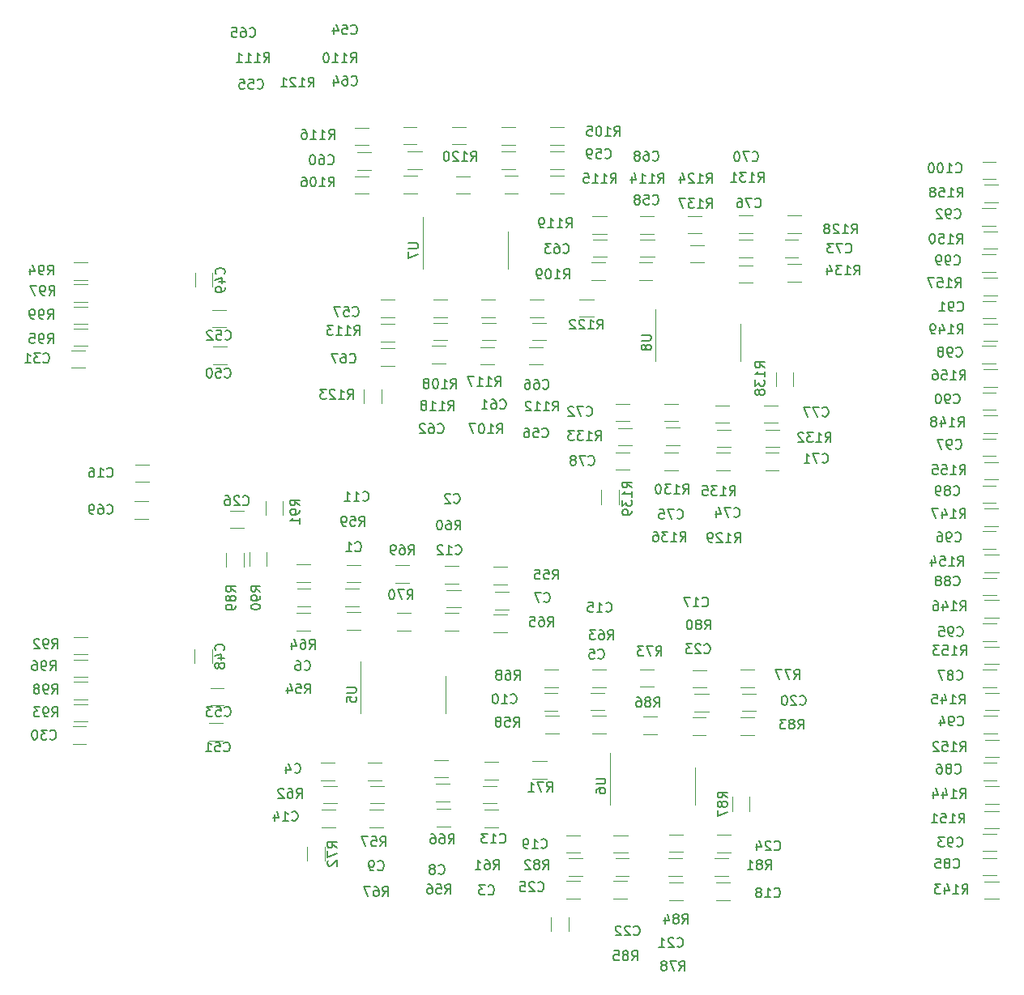
<source format=gbr>
%TF.GenerationSoftware,KiCad,Pcbnew,(7.0.0)*%
%TF.CreationDate,2023-04-15T15:54:35-07:00*%
%TF.ProjectId,FaultSignalGenerator_Isaiah_16Channel,4661756c-7453-4696-976e-616c47656e65,rev?*%
%TF.SameCoordinates,Original*%
%TF.FileFunction,Legend,Bot*%
%TF.FilePolarity,Positive*%
%FSLAX46Y46*%
G04 Gerber Fmt 4.6, Leading zero omitted, Abs format (unit mm)*
G04 Created by KiCad (PCBNEW (7.0.0)) date 2023-04-15 15:54:35*
%MOMM*%
%LPD*%
G01*
G04 APERTURE LIST*
%ADD10C,0.150000*%
%ADD11C,0.120000*%
G04 APERTURE END LIST*
D10*
%TO.C,R68*%
X116530857Y-102642880D02*
X116864190Y-102166690D01*
X117102285Y-102642880D02*
X117102285Y-101642880D01*
X117102285Y-101642880D02*
X116721333Y-101642880D01*
X116721333Y-101642880D02*
X116626095Y-101690500D01*
X116626095Y-101690500D02*
X116578476Y-101738119D01*
X116578476Y-101738119D02*
X116530857Y-101833357D01*
X116530857Y-101833357D02*
X116530857Y-101976214D01*
X116530857Y-101976214D02*
X116578476Y-102071452D01*
X116578476Y-102071452D02*
X116626095Y-102119071D01*
X116626095Y-102119071D02*
X116721333Y-102166690D01*
X116721333Y-102166690D02*
X117102285Y-102166690D01*
X115673714Y-101642880D02*
X115864190Y-101642880D01*
X115864190Y-101642880D02*
X115959428Y-101690500D01*
X115959428Y-101690500D02*
X116007047Y-101738119D01*
X116007047Y-101738119D02*
X116102285Y-101880976D01*
X116102285Y-101880976D02*
X116149904Y-102071452D01*
X116149904Y-102071452D02*
X116149904Y-102452404D01*
X116149904Y-102452404D02*
X116102285Y-102547642D01*
X116102285Y-102547642D02*
X116054666Y-102595261D01*
X116054666Y-102595261D02*
X115959428Y-102642880D01*
X115959428Y-102642880D02*
X115768952Y-102642880D01*
X115768952Y-102642880D02*
X115673714Y-102595261D01*
X115673714Y-102595261D02*
X115626095Y-102547642D01*
X115626095Y-102547642D02*
X115578476Y-102452404D01*
X115578476Y-102452404D02*
X115578476Y-102214309D01*
X115578476Y-102214309D02*
X115626095Y-102119071D01*
X115626095Y-102119071D02*
X115673714Y-102071452D01*
X115673714Y-102071452D02*
X115768952Y-102023833D01*
X115768952Y-102023833D02*
X115959428Y-102023833D01*
X115959428Y-102023833D02*
X116054666Y-102071452D01*
X116054666Y-102071452D02*
X116102285Y-102119071D01*
X116102285Y-102119071D02*
X116149904Y-102214309D01*
X115007047Y-102071452D02*
X115102285Y-102023833D01*
X115102285Y-102023833D02*
X115149904Y-101976214D01*
X115149904Y-101976214D02*
X115197523Y-101880976D01*
X115197523Y-101880976D02*
X115197523Y-101833357D01*
X115197523Y-101833357D02*
X115149904Y-101738119D01*
X115149904Y-101738119D02*
X115102285Y-101690500D01*
X115102285Y-101690500D02*
X115007047Y-101642880D01*
X115007047Y-101642880D02*
X114816571Y-101642880D01*
X114816571Y-101642880D02*
X114721333Y-101690500D01*
X114721333Y-101690500D02*
X114673714Y-101738119D01*
X114673714Y-101738119D02*
X114626095Y-101833357D01*
X114626095Y-101833357D02*
X114626095Y-101880976D01*
X114626095Y-101880976D02*
X114673714Y-101976214D01*
X114673714Y-101976214D02*
X114721333Y-102023833D01*
X114721333Y-102023833D02*
X114816571Y-102071452D01*
X114816571Y-102071452D02*
X115007047Y-102071452D01*
X115007047Y-102071452D02*
X115102285Y-102119071D01*
X115102285Y-102119071D02*
X115149904Y-102166690D01*
X115149904Y-102166690D02*
X115197523Y-102261928D01*
X115197523Y-102261928D02*
X115197523Y-102452404D01*
X115197523Y-102452404D02*
X115149904Y-102547642D01*
X115149904Y-102547642D02*
X115102285Y-102595261D01*
X115102285Y-102595261D02*
X115007047Y-102642880D01*
X115007047Y-102642880D02*
X114816571Y-102642880D01*
X114816571Y-102642880D02*
X114721333Y-102595261D01*
X114721333Y-102595261D02*
X114673714Y-102547642D01*
X114673714Y-102547642D02*
X114626095Y-102452404D01*
X114626095Y-102452404D02*
X114626095Y-102261928D01*
X114626095Y-102261928D02*
X114673714Y-102166690D01*
X114673714Y-102166690D02*
X114721333Y-102119071D01*
X114721333Y-102119071D02*
X114816571Y-102071452D01*
%TO.C,R138*%
X142696480Y-70000752D02*
X142220290Y-69667419D01*
X142696480Y-69429324D02*
X141696480Y-69429324D01*
X141696480Y-69429324D02*
X141696480Y-69810276D01*
X141696480Y-69810276D02*
X141744100Y-69905514D01*
X141744100Y-69905514D02*
X141791719Y-69953133D01*
X141791719Y-69953133D02*
X141886957Y-70000752D01*
X141886957Y-70000752D02*
X142029814Y-70000752D01*
X142029814Y-70000752D02*
X142125052Y-69953133D01*
X142125052Y-69953133D02*
X142172671Y-69905514D01*
X142172671Y-69905514D02*
X142220290Y-69810276D01*
X142220290Y-69810276D02*
X142220290Y-69429324D01*
X142696480Y-70953133D02*
X142696480Y-70381705D01*
X142696480Y-70667419D02*
X141696480Y-70667419D01*
X141696480Y-70667419D02*
X141839338Y-70572181D01*
X141839338Y-70572181D02*
X141934576Y-70476943D01*
X141934576Y-70476943D02*
X141982195Y-70381705D01*
X141696480Y-71286467D02*
X141696480Y-71905514D01*
X141696480Y-71905514D02*
X142077433Y-71572181D01*
X142077433Y-71572181D02*
X142077433Y-71715038D01*
X142077433Y-71715038D02*
X142125052Y-71810276D01*
X142125052Y-71810276D02*
X142172671Y-71857895D01*
X142172671Y-71857895D02*
X142267909Y-71905514D01*
X142267909Y-71905514D02*
X142506004Y-71905514D01*
X142506004Y-71905514D02*
X142601242Y-71857895D01*
X142601242Y-71857895D02*
X142648861Y-71810276D01*
X142648861Y-71810276D02*
X142696480Y-71715038D01*
X142696480Y-71715038D02*
X142696480Y-71429324D01*
X142696480Y-71429324D02*
X142648861Y-71334086D01*
X142648861Y-71334086D02*
X142601242Y-71286467D01*
X142125052Y-72476943D02*
X142077433Y-72381705D01*
X142077433Y-72381705D02*
X142029814Y-72334086D01*
X142029814Y-72334086D02*
X141934576Y-72286467D01*
X141934576Y-72286467D02*
X141886957Y-72286467D01*
X141886957Y-72286467D02*
X141791719Y-72334086D01*
X141791719Y-72334086D02*
X141744100Y-72381705D01*
X141744100Y-72381705D02*
X141696480Y-72476943D01*
X141696480Y-72476943D02*
X141696480Y-72667419D01*
X141696480Y-72667419D02*
X141744100Y-72762657D01*
X141744100Y-72762657D02*
X141791719Y-72810276D01*
X141791719Y-72810276D02*
X141886957Y-72857895D01*
X141886957Y-72857895D02*
X141934576Y-72857895D01*
X141934576Y-72857895D02*
X142029814Y-72810276D01*
X142029814Y-72810276D02*
X142077433Y-72762657D01*
X142077433Y-72762657D02*
X142125052Y-72667419D01*
X142125052Y-72667419D02*
X142125052Y-72476943D01*
X142125052Y-72476943D02*
X142172671Y-72381705D01*
X142172671Y-72381705D02*
X142220290Y-72334086D01*
X142220290Y-72334086D02*
X142315528Y-72286467D01*
X142315528Y-72286467D02*
X142506004Y-72286467D01*
X142506004Y-72286467D02*
X142601242Y-72334086D01*
X142601242Y-72334086D02*
X142648861Y-72381705D01*
X142648861Y-72381705D02*
X142696480Y-72476943D01*
X142696480Y-72476943D02*
X142696480Y-72667419D01*
X142696480Y-72667419D02*
X142648861Y-72762657D01*
X142648861Y-72762657D02*
X142601242Y-72810276D01*
X142601242Y-72810276D02*
X142506004Y-72857895D01*
X142506004Y-72857895D02*
X142315528Y-72857895D01*
X142315528Y-72857895D02*
X142220290Y-72810276D01*
X142220290Y-72810276D02*
X142172671Y-72762657D01*
X142172671Y-72762657D02*
X142125052Y-72667419D01*
%TO.C,R119*%
X121947047Y-55367380D02*
X122280380Y-54891190D01*
X122518475Y-55367380D02*
X122518475Y-54367380D01*
X122518475Y-54367380D02*
X122137523Y-54367380D01*
X122137523Y-54367380D02*
X122042285Y-54415000D01*
X122042285Y-54415000D02*
X121994666Y-54462619D01*
X121994666Y-54462619D02*
X121947047Y-54557857D01*
X121947047Y-54557857D02*
X121947047Y-54700714D01*
X121947047Y-54700714D02*
X121994666Y-54795952D01*
X121994666Y-54795952D02*
X122042285Y-54843571D01*
X122042285Y-54843571D02*
X122137523Y-54891190D01*
X122137523Y-54891190D02*
X122518475Y-54891190D01*
X120994666Y-55367380D02*
X121566094Y-55367380D01*
X121280380Y-55367380D02*
X121280380Y-54367380D01*
X121280380Y-54367380D02*
X121375618Y-54510238D01*
X121375618Y-54510238D02*
X121470856Y-54605476D01*
X121470856Y-54605476D02*
X121566094Y-54653095D01*
X120042285Y-55367380D02*
X120613713Y-55367380D01*
X120327999Y-55367380D02*
X120327999Y-54367380D01*
X120327999Y-54367380D02*
X120423237Y-54510238D01*
X120423237Y-54510238D02*
X120518475Y-54605476D01*
X120518475Y-54605476D02*
X120613713Y-54653095D01*
X119566094Y-55367380D02*
X119375618Y-55367380D01*
X119375618Y-55367380D02*
X119280380Y-55319761D01*
X119280380Y-55319761D02*
X119232761Y-55272142D01*
X119232761Y-55272142D02*
X119137523Y-55129285D01*
X119137523Y-55129285D02*
X119089904Y-54938809D01*
X119089904Y-54938809D02*
X119089904Y-54557857D01*
X119089904Y-54557857D02*
X119137523Y-54462619D01*
X119137523Y-54462619D02*
X119185142Y-54415000D01*
X119185142Y-54415000D02*
X119280380Y-54367380D01*
X119280380Y-54367380D02*
X119470856Y-54367380D01*
X119470856Y-54367380D02*
X119566094Y-54415000D01*
X119566094Y-54415000D02*
X119613713Y-54462619D01*
X119613713Y-54462619D02*
X119661332Y-54557857D01*
X119661332Y-54557857D02*
X119661332Y-54795952D01*
X119661332Y-54795952D02*
X119613713Y-54891190D01*
X119613713Y-54891190D02*
X119566094Y-54938809D01*
X119566094Y-54938809D02*
X119470856Y-54986428D01*
X119470856Y-54986428D02*
X119280380Y-54986428D01*
X119280380Y-54986428D02*
X119185142Y-54938809D01*
X119185142Y-54938809D02*
X119137523Y-54891190D01*
X119137523Y-54891190D02*
X119089904Y-54795952D01*
%TO.C,C100*%
X162669547Y-49510142D02*
X162717166Y-49557761D01*
X162717166Y-49557761D02*
X162860023Y-49605380D01*
X162860023Y-49605380D02*
X162955261Y-49605380D01*
X162955261Y-49605380D02*
X163098118Y-49557761D01*
X163098118Y-49557761D02*
X163193356Y-49462523D01*
X163193356Y-49462523D02*
X163240975Y-49367285D01*
X163240975Y-49367285D02*
X163288594Y-49176809D01*
X163288594Y-49176809D02*
X163288594Y-49033952D01*
X163288594Y-49033952D02*
X163240975Y-48843476D01*
X163240975Y-48843476D02*
X163193356Y-48748238D01*
X163193356Y-48748238D02*
X163098118Y-48653000D01*
X163098118Y-48653000D02*
X162955261Y-48605380D01*
X162955261Y-48605380D02*
X162860023Y-48605380D01*
X162860023Y-48605380D02*
X162717166Y-48653000D01*
X162717166Y-48653000D02*
X162669547Y-48700619D01*
X161717166Y-49605380D02*
X162288594Y-49605380D01*
X162002880Y-49605380D02*
X162002880Y-48605380D01*
X162002880Y-48605380D02*
X162098118Y-48748238D01*
X162098118Y-48748238D02*
X162193356Y-48843476D01*
X162193356Y-48843476D02*
X162288594Y-48891095D01*
X161098118Y-48605380D02*
X161002880Y-48605380D01*
X161002880Y-48605380D02*
X160907642Y-48653000D01*
X160907642Y-48653000D02*
X160860023Y-48700619D01*
X160860023Y-48700619D02*
X160812404Y-48795857D01*
X160812404Y-48795857D02*
X160764785Y-48986333D01*
X160764785Y-48986333D02*
X160764785Y-49224428D01*
X160764785Y-49224428D02*
X160812404Y-49414904D01*
X160812404Y-49414904D02*
X160860023Y-49510142D01*
X160860023Y-49510142D02*
X160907642Y-49557761D01*
X160907642Y-49557761D02*
X161002880Y-49605380D01*
X161002880Y-49605380D02*
X161098118Y-49605380D01*
X161098118Y-49605380D02*
X161193356Y-49557761D01*
X161193356Y-49557761D02*
X161240975Y-49510142D01*
X161240975Y-49510142D02*
X161288594Y-49414904D01*
X161288594Y-49414904D02*
X161336213Y-49224428D01*
X161336213Y-49224428D02*
X161336213Y-48986333D01*
X161336213Y-48986333D02*
X161288594Y-48795857D01*
X161288594Y-48795857D02*
X161240975Y-48700619D01*
X161240975Y-48700619D02*
X161193356Y-48653000D01*
X161193356Y-48653000D02*
X161098118Y-48605380D01*
X160145737Y-48605380D02*
X160050499Y-48605380D01*
X160050499Y-48605380D02*
X159955261Y-48653000D01*
X159955261Y-48653000D02*
X159907642Y-48700619D01*
X159907642Y-48700619D02*
X159860023Y-48795857D01*
X159860023Y-48795857D02*
X159812404Y-48986333D01*
X159812404Y-48986333D02*
X159812404Y-49224428D01*
X159812404Y-49224428D02*
X159860023Y-49414904D01*
X159860023Y-49414904D02*
X159907642Y-49510142D01*
X159907642Y-49510142D02*
X159955261Y-49557761D01*
X159955261Y-49557761D02*
X160050499Y-49605380D01*
X160050499Y-49605380D02*
X160145737Y-49605380D01*
X160145737Y-49605380D02*
X160240975Y-49557761D01*
X160240975Y-49557761D02*
X160288594Y-49510142D01*
X160288594Y-49510142D02*
X160336213Y-49414904D01*
X160336213Y-49414904D02*
X160383832Y-49224428D01*
X160383832Y-49224428D02*
X160383832Y-48986333D01*
X160383832Y-48986333D02*
X160336213Y-48795857D01*
X160336213Y-48795857D02*
X160288594Y-48700619D01*
X160288594Y-48700619D02*
X160240975Y-48653000D01*
X160240975Y-48653000D02*
X160145737Y-48605380D01*
%TO.C,C54*%
X99476757Y-35041542D02*
X99524376Y-35089161D01*
X99524376Y-35089161D02*
X99667233Y-35136780D01*
X99667233Y-35136780D02*
X99762471Y-35136780D01*
X99762471Y-35136780D02*
X99905328Y-35089161D01*
X99905328Y-35089161D02*
X100000566Y-34993923D01*
X100000566Y-34993923D02*
X100048185Y-34898685D01*
X100048185Y-34898685D02*
X100095804Y-34708209D01*
X100095804Y-34708209D02*
X100095804Y-34565352D01*
X100095804Y-34565352D02*
X100048185Y-34374876D01*
X100048185Y-34374876D02*
X100000566Y-34279638D01*
X100000566Y-34279638D02*
X99905328Y-34184400D01*
X99905328Y-34184400D02*
X99762471Y-34136780D01*
X99762471Y-34136780D02*
X99667233Y-34136780D01*
X99667233Y-34136780D02*
X99524376Y-34184400D01*
X99524376Y-34184400D02*
X99476757Y-34232019D01*
X98571995Y-34136780D02*
X99048185Y-34136780D01*
X99048185Y-34136780D02*
X99095804Y-34612971D01*
X99095804Y-34612971D02*
X99048185Y-34565352D01*
X99048185Y-34565352D02*
X98952947Y-34517733D01*
X98952947Y-34517733D02*
X98714852Y-34517733D01*
X98714852Y-34517733D02*
X98619614Y-34565352D01*
X98619614Y-34565352D02*
X98571995Y-34612971D01*
X98571995Y-34612971D02*
X98524376Y-34708209D01*
X98524376Y-34708209D02*
X98524376Y-34946304D01*
X98524376Y-34946304D02*
X98571995Y-35041542D01*
X98571995Y-35041542D02*
X98619614Y-35089161D01*
X98619614Y-35089161D02*
X98714852Y-35136780D01*
X98714852Y-35136780D02*
X98952947Y-35136780D01*
X98952947Y-35136780D02*
X99048185Y-35089161D01*
X99048185Y-35089161D02*
X99095804Y-35041542D01*
X97667233Y-34470114D02*
X97667233Y-35136780D01*
X97905328Y-34089161D02*
X98143423Y-34803447D01*
X98143423Y-34803447D02*
X97524376Y-34803447D01*
%TO.C,C73*%
X151165857Y-57904142D02*
X151213476Y-57951761D01*
X151213476Y-57951761D02*
X151356333Y-57999380D01*
X151356333Y-57999380D02*
X151451571Y-57999380D01*
X151451571Y-57999380D02*
X151594428Y-57951761D01*
X151594428Y-57951761D02*
X151689666Y-57856523D01*
X151689666Y-57856523D02*
X151737285Y-57761285D01*
X151737285Y-57761285D02*
X151784904Y-57570809D01*
X151784904Y-57570809D02*
X151784904Y-57427952D01*
X151784904Y-57427952D02*
X151737285Y-57237476D01*
X151737285Y-57237476D02*
X151689666Y-57142238D01*
X151689666Y-57142238D02*
X151594428Y-57047000D01*
X151594428Y-57047000D02*
X151451571Y-56999380D01*
X151451571Y-56999380D02*
X151356333Y-56999380D01*
X151356333Y-56999380D02*
X151213476Y-57047000D01*
X151213476Y-57047000D02*
X151165857Y-57094619D01*
X150832523Y-56999380D02*
X150165857Y-56999380D01*
X150165857Y-56999380D02*
X150594428Y-57999380D01*
X149880142Y-56999380D02*
X149261095Y-56999380D01*
X149261095Y-56999380D02*
X149594428Y-57380333D01*
X149594428Y-57380333D02*
X149451571Y-57380333D01*
X149451571Y-57380333D02*
X149356333Y-57427952D01*
X149356333Y-57427952D02*
X149308714Y-57475571D01*
X149308714Y-57475571D02*
X149261095Y-57570809D01*
X149261095Y-57570809D02*
X149261095Y-57808904D01*
X149261095Y-57808904D02*
X149308714Y-57904142D01*
X149308714Y-57904142D02*
X149356333Y-57951761D01*
X149356333Y-57951761D02*
X149451571Y-57999380D01*
X149451571Y-57999380D02*
X149737285Y-57999380D01*
X149737285Y-57999380D02*
X149832523Y-57951761D01*
X149832523Y-57951761D02*
X149880142Y-57904142D01*
%TO.C,C50*%
X86268357Y-70960142D02*
X86315976Y-71007761D01*
X86315976Y-71007761D02*
X86458833Y-71055380D01*
X86458833Y-71055380D02*
X86554071Y-71055380D01*
X86554071Y-71055380D02*
X86696928Y-71007761D01*
X86696928Y-71007761D02*
X86792166Y-70912523D01*
X86792166Y-70912523D02*
X86839785Y-70817285D01*
X86839785Y-70817285D02*
X86887404Y-70626809D01*
X86887404Y-70626809D02*
X86887404Y-70483952D01*
X86887404Y-70483952D02*
X86839785Y-70293476D01*
X86839785Y-70293476D02*
X86792166Y-70198238D01*
X86792166Y-70198238D02*
X86696928Y-70103000D01*
X86696928Y-70103000D02*
X86554071Y-70055380D01*
X86554071Y-70055380D02*
X86458833Y-70055380D01*
X86458833Y-70055380D02*
X86315976Y-70103000D01*
X86315976Y-70103000D02*
X86268357Y-70150619D01*
X85363595Y-70055380D02*
X85839785Y-70055380D01*
X85839785Y-70055380D02*
X85887404Y-70531571D01*
X85887404Y-70531571D02*
X85839785Y-70483952D01*
X85839785Y-70483952D02*
X85744547Y-70436333D01*
X85744547Y-70436333D02*
X85506452Y-70436333D01*
X85506452Y-70436333D02*
X85411214Y-70483952D01*
X85411214Y-70483952D02*
X85363595Y-70531571D01*
X85363595Y-70531571D02*
X85315976Y-70626809D01*
X85315976Y-70626809D02*
X85315976Y-70864904D01*
X85315976Y-70864904D02*
X85363595Y-70960142D01*
X85363595Y-70960142D02*
X85411214Y-71007761D01*
X85411214Y-71007761D02*
X85506452Y-71055380D01*
X85506452Y-71055380D02*
X85744547Y-71055380D01*
X85744547Y-71055380D02*
X85839785Y-71007761D01*
X85839785Y-71007761D02*
X85887404Y-70960142D01*
X84696928Y-70055380D02*
X84601690Y-70055380D01*
X84601690Y-70055380D02*
X84506452Y-70103000D01*
X84506452Y-70103000D02*
X84458833Y-70150619D01*
X84458833Y-70150619D02*
X84411214Y-70245857D01*
X84411214Y-70245857D02*
X84363595Y-70436333D01*
X84363595Y-70436333D02*
X84363595Y-70674428D01*
X84363595Y-70674428D02*
X84411214Y-70864904D01*
X84411214Y-70864904D02*
X84458833Y-70960142D01*
X84458833Y-70960142D02*
X84506452Y-71007761D01*
X84506452Y-71007761D02*
X84601690Y-71055380D01*
X84601690Y-71055380D02*
X84696928Y-71055380D01*
X84696928Y-71055380D02*
X84792166Y-71007761D01*
X84792166Y-71007761D02*
X84839785Y-70960142D01*
X84839785Y-70960142D02*
X84887404Y-70864904D01*
X84887404Y-70864904D02*
X84935023Y-70674428D01*
X84935023Y-70674428D02*
X84935023Y-70436333D01*
X84935023Y-70436333D02*
X84887404Y-70245857D01*
X84887404Y-70245857D02*
X84839785Y-70150619D01*
X84839785Y-70150619D02*
X84792166Y-70103000D01*
X84792166Y-70103000D02*
X84696928Y-70055380D01*
%TO.C,R129*%
X139567547Y-88260380D02*
X139900880Y-87784190D01*
X140138975Y-88260380D02*
X140138975Y-87260380D01*
X140138975Y-87260380D02*
X139758023Y-87260380D01*
X139758023Y-87260380D02*
X139662785Y-87308000D01*
X139662785Y-87308000D02*
X139615166Y-87355619D01*
X139615166Y-87355619D02*
X139567547Y-87450857D01*
X139567547Y-87450857D02*
X139567547Y-87593714D01*
X139567547Y-87593714D02*
X139615166Y-87688952D01*
X139615166Y-87688952D02*
X139662785Y-87736571D01*
X139662785Y-87736571D02*
X139758023Y-87784190D01*
X139758023Y-87784190D02*
X140138975Y-87784190D01*
X138615166Y-88260380D02*
X139186594Y-88260380D01*
X138900880Y-88260380D02*
X138900880Y-87260380D01*
X138900880Y-87260380D02*
X138996118Y-87403238D01*
X138996118Y-87403238D02*
X139091356Y-87498476D01*
X139091356Y-87498476D02*
X139186594Y-87546095D01*
X138234213Y-87355619D02*
X138186594Y-87308000D01*
X138186594Y-87308000D02*
X138091356Y-87260380D01*
X138091356Y-87260380D02*
X137853261Y-87260380D01*
X137853261Y-87260380D02*
X137758023Y-87308000D01*
X137758023Y-87308000D02*
X137710404Y-87355619D01*
X137710404Y-87355619D02*
X137662785Y-87450857D01*
X137662785Y-87450857D02*
X137662785Y-87546095D01*
X137662785Y-87546095D02*
X137710404Y-87688952D01*
X137710404Y-87688952D02*
X138281832Y-88260380D01*
X138281832Y-88260380D02*
X137662785Y-88260380D01*
X137186594Y-88260380D02*
X136996118Y-88260380D01*
X136996118Y-88260380D02*
X136900880Y-88212761D01*
X136900880Y-88212761D02*
X136853261Y-88165142D01*
X136853261Y-88165142D02*
X136758023Y-88022285D01*
X136758023Y-88022285D02*
X136710404Y-87831809D01*
X136710404Y-87831809D02*
X136710404Y-87450857D01*
X136710404Y-87450857D02*
X136758023Y-87355619D01*
X136758023Y-87355619D02*
X136805642Y-87308000D01*
X136805642Y-87308000D02*
X136900880Y-87260380D01*
X136900880Y-87260380D02*
X137091356Y-87260380D01*
X137091356Y-87260380D02*
X137186594Y-87308000D01*
X137186594Y-87308000D02*
X137234213Y-87355619D01*
X137234213Y-87355619D02*
X137281832Y-87450857D01*
X137281832Y-87450857D02*
X137281832Y-87688952D01*
X137281832Y-87688952D02*
X137234213Y-87784190D01*
X137234213Y-87784190D02*
X137186594Y-87831809D01*
X137186594Y-87831809D02*
X137091356Y-87879428D01*
X137091356Y-87879428D02*
X136900880Y-87879428D01*
X136900880Y-87879428D02*
X136805642Y-87831809D01*
X136805642Y-87831809D02*
X136758023Y-87784190D01*
X136758023Y-87784190D02*
X136710404Y-87688952D01*
%TO.C,R131*%
X142019047Y-50567380D02*
X142352380Y-50091190D01*
X142590475Y-50567380D02*
X142590475Y-49567380D01*
X142590475Y-49567380D02*
X142209523Y-49567380D01*
X142209523Y-49567380D02*
X142114285Y-49615000D01*
X142114285Y-49615000D02*
X142066666Y-49662619D01*
X142066666Y-49662619D02*
X142019047Y-49757857D01*
X142019047Y-49757857D02*
X142019047Y-49900714D01*
X142019047Y-49900714D02*
X142066666Y-49995952D01*
X142066666Y-49995952D02*
X142114285Y-50043571D01*
X142114285Y-50043571D02*
X142209523Y-50091190D01*
X142209523Y-50091190D02*
X142590475Y-50091190D01*
X141066666Y-50567380D02*
X141638094Y-50567380D01*
X141352380Y-50567380D02*
X141352380Y-49567380D01*
X141352380Y-49567380D02*
X141447618Y-49710238D01*
X141447618Y-49710238D02*
X141542856Y-49805476D01*
X141542856Y-49805476D02*
X141638094Y-49853095D01*
X140733332Y-49567380D02*
X140114285Y-49567380D01*
X140114285Y-49567380D02*
X140447618Y-49948333D01*
X140447618Y-49948333D02*
X140304761Y-49948333D01*
X140304761Y-49948333D02*
X140209523Y-49995952D01*
X140209523Y-49995952D02*
X140161904Y-50043571D01*
X140161904Y-50043571D02*
X140114285Y-50138809D01*
X140114285Y-50138809D02*
X140114285Y-50376904D01*
X140114285Y-50376904D02*
X140161904Y-50472142D01*
X140161904Y-50472142D02*
X140209523Y-50519761D01*
X140209523Y-50519761D02*
X140304761Y-50567380D01*
X140304761Y-50567380D02*
X140590475Y-50567380D01*
X140590475Y-50567380D02*
X140685713Y-50519761D01*
X140685713Y-50519761D02*
X140733332Y-50472142D01*
X139161904Y-50567380D02*
X139733332Y-50567380D01*
X139447618Y-50567380D02*
X139447618Y-49567380D01*
X139447618Y-49567380D02*
X139542856Y-49710238D01*
X139542856Y-49710238D02*
X139638094Y-49805476D01*
X139638094Y-49805476D02*
X139733332Y-49853095D01*
%TO.C,R58*%
X116468357Y-107542880D02*
X116801690Y-107066690D01*
X117039785Y-107542880D02*
X117039785Y-106542880D01*
X117039785Y-106542880D02*
X116658833Y-106542880D01*
X116658833Y-106542880D02*
X116563595Y-106590500D01*
X116563595Y-106590500D02*
X116515976Y-106638119D01*
X116515976Y-106638119D02*
X116468357Y-106733357D01*
X116468357Y-106733357D02*
X116468357Y-106876214D01*
X116468357Y-106876214D02*
X116515976Y-106971452D01*
X116515976Y-106971452D02*
X116563595Y-107019071D01*
X116563595Y-107019071D02*
X116658833Y-107066690D01*
X116658833Y-107066690D02*
X117039785Y-107066690D01*
X115563595Y-106542880D02*
X116039785Y-106542880D01*
X116039785Y-106542880D02*
X116087404Y-107019071D01*
X116087404Y-107019071D02*
X116039785Y-106971452D01*
X116039785Y-106971452D02*
X115944547Y-106923833D01*
X115944547Y-106923833D02*
X115706452Y-106923833D01*
X115706452Y-106923833D02*
X115611214Y-106971452D01*
X115611214Y-106971452D02*
X115563595Y-107019071D01*
X115563595Y-107019071D02*
X115515976Y-107114309D01*
X115515976Y-107114309D02*
X115515976Y-107352404D01*
X115515976Y-107352404D02*
X115563595Y-107447642D01*
X115563595Y-107447642D02*
X115611214Y-107495261D01*
X115611214Y-107495261D02*
X115706452Y-107542880D01*
X115706452Y-107542880D02*
X115944547Y-107542880D01*
X115944547Y-107542880D02*
X116039785Y-107495261D01*
X116039785Y-107495261D02*
X116087404Y-107447642D01*
X114944547Y-106971452D02*
X115039785Y-106923833D01*
X115039785Y-106923833D02*
X115087404Y-106876214D01*
X115087404Y-106876214D02*
X115135023Y-106780976D01*
X115135023Y-106780976D02*
X115135023Y-106733357D01*
X115135023Y-106733357D02*
X115087404Y-106638119D01*
X115087404Y-106638119D02*
X115039785Y-106590500D01*
X115039785Y-106590500D02*
X114944547Y-106542880D01*
X114944547Y-106542880D02*
X114754071Y-106542880D01*
X114754071Y-106542880D02*
X114658833Y-106590500D01*
X114658833Y-106590500D02*
X114611214Y-106638119D01*
X114611214Y-106638119D02*
X114563595Y-106733357D01*
X114563595Y-106733357D02*
X114563595Y-106780976D01*
X114563595Y-106780976D02*
X114611214Y-106876214D01*
X114611214Y-106876214D02*
X114658833Y-106923833D01*
X114658833Y-106923833D02*
X114754071Y-106971452D01*
X114754071Y-106971452D02*
X114944547Y-106971452D01*
X114944547Y-106971452D02*
X115039785Y-107019071D01*
X115039785Y-107019071D02*
X115087404Y-107066690D01*
X115087404Y-107066690D02*
X115135023Y-107161928D01*
X115135023Y-107161928D02*
X115135023Y-107352404D01*
X115135023Y-107352404D02*
X115087404Y-107447642D01*
X115087404Y-107447642D02*
X115039785Y-107495261D01*
X115039785Y-107495261D02*
X114944547Y-107542880D01*
X114944547Y-107542880D02*
X114754071Y-107542880D01*
X114754071Y-107542880D02*
X114658833Y-107495261D01*
X114658833Y-107495261D02*
X114611214Y-107447642D01*
X114611214Y-107447642D02*
X114563595Y-107352404D01*
X114563595Y-107352404D02*
X114563595Y-107161928D01*
X114563595Y-107161928D02*
X114611214Y-107066690D01*
X114611214Y-107066690D02*
X114658833Y-107019071D01*
X114658833Y-107019071D02*
X114754071Y-106971452D01*
%TO.C,R69*%
X105478557Y-89531480D02*
X105811890Y-89055290D01*
X106049985Y-89531480D02*
X106049985Y-88531480D01*
X106049985Y-88531480D02*
X105669033Y-88531480D01*
X105669033Y-88531480D02*
X105573795Y-88579100D01*
X105573795Y-88579100D02*
X105526176Y-88626719D01*
X105526176Y-88626719D02*
X105478557Y-88721957D01*
X105478557Y-88721957D02*
X105478557Y-88864814D01*
X105478557Y-88864814D02*
X105526176Y-88960052D01*
X105526176Y-88960052D02*
X105573795Y-89007671D01*
X105573795Y-89007671D02*
X105669033Y-89055290D01*
X105669033Y-89055290D02*
X106049985Y-89055290D01*
X104621414Y-88531480D02*
X104811890Y-88531480D01*
X104811890Y-88531480D02*
X104907128Y-88579100D01*
X104907128Y-88579100D02*
X104954747Y-88626719D01*
X104954747Y-88626719D02*
X105049985Y-88769576D01*
X105049985Y-88769576D02*
X105097604Y-88960052D01*
X105097604Y-88960052D02*
X105097604Y-89341004D01*
X105097604Y-89341004D02*
X105049985Y-89436242D01*
X105049985Y-89436242D02*
X105002366Y-89483861D01*
X105002366Y-89483861D02*
X104907128Y-89531480D01*
X104907128Y-89531480D02*
X104716652Y-89531480D01*
X104716652Y-89531480D02*
X104621414Y-89483861D01*
X104621414Y-89483861D02*
X104573795Y-89436242D01*
X104573795Y-89436242D02*
X104526176Y-89341004D01*
X104526176Y-89341004D02*
X104526176Y-89102909D01*
X104526176Y-89102909D02*
X104573795Y-89007671D01*
X104573795Y-89007671D02*
X104621414Y-88960052D01*
X104621414Y-88960052D02*
X104716652Y-88912433D01*
X104716652Y-88912433D02*
X104907128Y-88912433D01*
X104907128Y-88912433D02*
X105002366Y-88960052D01*
X105002366Y-88960052D02*
X105049985Y-89007671D01*
X105049985Y-89007671D02*
X105097604Y-89102909D01*
X104049985Y-89531480D02*
X103859509Y-89531480D01*
X103859509Y-89531480D02*
X103764271Y-89483861D01*
X103764271Y-89483861D02*
X103716652Y-89436242D01*
X103716652Y-89436242D02*
X103621414Y-89293385D01*
X103621414Y-89293385D02*
X103573795Y-89102909D01*
X103573795Y-89102909D02*
X103573795Y-88721957D01*
X103573795Y-88721957D02*
X103621414Y-88626719D01*
X103621414Y-88626719D02*
X103669033Y-88579100D01*
X103669033Y-88579100D02*
X103764271Y-88531480D01*
X103764271Y-88531480D02*
X103954747Y-88531480D01*
X103954747Y-88531480D02*
X104049985Y-88579100D01*
X104049985Y-88579100D02*
X104097604Y-88626719D01*
X104097604Y-88626719D02*
X104145223Y-88721957D01*
X104145223Y-88721957D02*
X104145223Y-88960052D01*
X104145223Y-88960052D02*
X104097604Y-89055290D01*
X104097604Y-89055290D02*
X104049985Y-89102909D01*
X104049985Y-89102909D02*
X103954747Y-89150528D01*
X103954747Y-89150528D02*
X103764271Y-89150528D01*
X103764271Y-89150528D02*
X103669033Y-89102909D01*
X103669033Y-89102909D02*
X103621414Y-89055290D01*
X103621414Y-89055290D02*
X103573795Y-88960052D01*
%TO.C,R78*%
X133768357Y-133055380D02*
X134101690Y-132579190D01*
X134339785Y-133055380D02*
X134339785Y-132055380D01*
X134339785Y-132055380D02*
X133958833Y-132055380D01*
X133958833Y-132055380D02*
X133863595Y-132103000D01*
X133863595Y-132103000D02*
X133815976Y-132150619D01*
X133815976Y-132150619D02*
X133768357Y-132245857D01*
X133768357Y-132245857D02*
X133768357Y-132388714D01*
X133768357Y-132388714D02*
X133815976Y-132483952D01*
X133815976Y-132483952D02*
X133863595Y-132531571D01*
X133863595Y-132531571D02*
X133958833Y-132579190D01*
X133958833Y-132579190D02*
X134339785Y-132579190D01*
X133435023Y-132055380D02*
X132768357Y-132055380D01*
X132768357Y-132055380D02*
X133196928Y-133055380D01*
X132244547Y-132483952D02*
X132339785Y-132436333D01*
X132339785Y-132436333D02*
X132387404Y-132388714D01*
X132387404Y-132388714D02*
X132435023Y-132293476D01*
X132435023Y-132293476D02*
X132435023Y-132245857D01*
X132435023Y-132245857D02*
X132387404Y-132150619D01*
X132387404Y-132150619D02*
X132339785Y-132103000D01*
X132339785Y-132103000D02*
X132244547Y-132055380D01*
X132244547Y-132055380D02*
X132054071Y-132055380D01*
X132054071Y-132055380D02*
X131958833Y-132103000D01*
X131958833Y-132103000D02*
X131911214Y-132150619D01*
X131911214Y-132150619D02*
X131863595Y-132245857D01*
X131863595Y-132245857D02*
X131863595Y-132293476D01*
X131863595Y-132293476D02*
X131911214Y-132388714D01*
X131911214Y-132388714D02*
X131958833Y-132436333D01*
X131958833Y-132436333D02*
X132054071Y-132483952D01*
X132054071Y-132483952D02*
X132244547Y-132483952D01*
X132244547Y-132483952D02*
X132339785Y-132531571D01*
X132339785Y-132531571D02*
X132387404Y-132579190D01*
X132387404Y-132579190D02*
X132435023Y-132674428D01*
X132435023Y-132674428D02*
X132435023Y-132864904D01*
X132435023Y-132864904D02*
X132387404Y-132960142D01*
X132387404Y-132960142D02*
X132339785Y-133007761D01*
X132339785Y-133007761D02*
X132244547Y-133055380D01*
X132244547Y-133055380D02*
X132054071Y-133055380D01*
X132054071Y-133055380D02*
X131958833Y-133007761D01*
X131958833Y-133007761D02*
X131911214Y-132960142D01*
X131911214Y-132960142D02*
X131863595Y-132864904D01*
X131863595Y-132864904D02*
X131863595Y-132674428D01*
X131863595Y-132674428D02*
X131911214Y-132579190D01*
X131911214Y-132579190D02*
X131958833Y-132531571D01*
X131958833Y-132531571D02*
X132054071Y-132483952D01*
%TO.C,C31*%
X67307888Y-69395852D02*
X67355507Y-69443471D01*
X67355507Y-69443471D02*
X67498364Y-69491090D01*
X67498364Y-69491090D02*
X67593602Y-69491090D01*
X67593602Y-69491090D02*
X67736459Y-69443471D01*
X67736459Y-69443471D02*
X67831697Y-69348233D01*
X67831697Y-69348233D02*
X67879316Y-69252995D01*
X67879316Y-69252995D02*
X67926935Y-69062519D01*
X67926935Y-69062519D02*
X67926935Y-68919662D01*
X67926935Y-68919662D02*
X67879316Y-68729186D01*
X67879316Y-68729186D02*
X67831697Y-68633948D01*
X67831697Y-68633948D02*
X67736459Y-68538710D01*
X67736459Y-68538710D02*
X67593602Y-68491090D01*
X67593602Y-68491090D02*
X67498364Y-68491090D01*
X67498364Y-68491090D02*
X67355507Y-68538710D01*
X67355507Y-68538710D02*
X67307888Y-68586329D01*
X66974554Y-68491090D02*
X66355507Y-68491090D01*
X66355507Y-68491090D02*
X66688840Y-68872043D01*
X66688840Y-68872043D02*
X66545983Y-68872043D01*
X66545983Y-68872043D02*
X66450745Y-68919662D01*
X66450745Y-68919662D02*
X66403126Y-68967281D01*
X66403126Y-68967281D02*
X66355507Y-69062519D01*
X66355507Y-69062519D02*
X66355507Y-69300614D01*
X66355507Y-69300614D02*
X66403126Y-69395852D01*
X66403126Y-69395852D02*
X66450745Y-69443471D01*
X66450745Y-69443471D02*
X66545983Y-69491090D01*
X66545983Y-69491090D02*
X66831697Y-69491090D01*
X66831697Y-69491090D02*
X66926935Y-69443471D01*
X66926935Y-69443471D02*
X66974554Y-69395852D01*
X65403126Y-69491090D02*
X65974554Y-69491090D01*
X65688840Y-69491090D02*
X65688840Y-68491090D01*
X65688840Y-68491090D02*
X65784078Y-68633948D01*
X65784078Y-68633948D02*
X65879316Y-68729186D01*
X65879316Y-68729186D02*
X65974554Y-68776805D01*
%TO.C,R56*%
X109298357Y-125017880D02*
X109631690Y-124541690D01*
X109869785Y-125017880D02*
X109869785Y-124017880D01*
X109869785Y-124017880D02*
X109488833Y-124017880D01*
X109488833Y-124017880D02*
X109393595Y-124065500D01*
X109393595Y-124065500D02*
X109345976Y-124113119D01*
X109345976Y-124113119D02*
X109298357Y-124208357D01*
X109298357Y-124208357D02*
X109298357Y-124351214D01*
X109298357Y-124351214D02*
X109345976Y-124446452D01*
X109345976Y-124446452D02*
X109393595Y-124494071D01*
X109393595Y-124494071D02*
X109488833Y-124541690D01*
X109488833Y-124541690D02*
X109869785Y-124541690D01*
X108393595Y-124017880D02*
X108869785Y-124017880D01*
X108869785Y-124017880D02*
X108917404Y-124494071D01*
X108917404Y-124494071D02*
X108869785Y-124446452D01*
X108869785Y-124446452D02*
X108774547Y-124398833D01*
X108774547Y-124398833D02*
X108536452Y-124398833D01*
X108536452Y-124398833D02*
X108441214Y-124446452D01*
X108441214Y-124446452D02*
X108393595Y-124494071D01*
X108393595Y-124494071D02*
X108345976Y-124589309D01*
X108345976Y-124589309D02*
X108345976Y-124827404D01*
X108345976Y-124827404D02*
X108393595Y-124922642D01*
X108393595Y-124922642D02*
X108441214Y-124970261D01*
X108441214Y-124970261D02*
X108536452Y-125017880D01*
X108536452Y-125017880D02*
X108774547Y-125017880D01*
X108774547Y-125017880D02*
X108869785Y-124970261D01*
X108869785Y-124970261D02*
X108917404Y-124922642D01*
X107488833Y-124017880D02*
X107679309Y-124017880D01*
X107679309Y-124017880D02*
X107774547Y-124065500D01*
X107774547Y-124065500D02*
X107822166Y-124113119D01*
X107822166Y-124113119D02*
X107917404Y-124255976D01*
X107917404Y-124255976D02*
X107965023Y-124446452D01*
X107965023Y-124446452D02*
X107965023Y-124827404D01*
X107965023Y-124827404D02*
X107917404Y-124922642D01*
X107917404Y-124922642D02*
X107869785Y-124970261D01*
X107869785Y-124970261D02*
X107774547Y-125017880D01*
X107774547Y-125017880D02*
X107584071Y-125017880D01*
X107584071Y-125017880D02*
X107488833Y-124970261D01*
X107488833Y-124970261D02*
X107441214Y-124922642D01*
X107441214Y-124922642D02*
X107393595Y-124827404D01*
X107393595Y-124827404D02*
X107393595Y-124589309D01*
X107393595Y-124589309D02*
X107441214Y-124494071D01*
X107441214Y-124494071D02*
X107488833Y-124446452D01*
X107488833Y-124446452D02*
X107584071Y-124398833D01*
X107584071Y-124398833D02*
X107774547Y-124398833D01*
X107774547Y-124398833D02*
X107869785Y-124446452D01*
X107869785Y-124446452D02*
X107917404Y-124494071D01*
X107917404Y-124494071D02*
X107965023Y-124589309D01*
%TO.C,C49*%
X86197642Y-60195142D02*
X86245261Y-60147523D01*
X86245261Y-60147523D02*
X86292880Y-60004666D01*
X86292880Y-60004666D02*
X86292880Y-59909428D01*
X86292880Y-59909428D02*
X86245261Y-59766571D01*
X86245261Y-59766571D02*
X86150023Y-59671333D01*
X86150023Y-59671333D02*
X86054785Y-59623714D01*
X86054785Y-59623714D02*
X85864309Y-59576095D01*
X85864309Y-59576095D02*
X85721452Y-59576095D01*
X85721452Y-59576095D02*
X85530976Y-59623714D01*
X85530976Y-59623714D02*
X85435738Y-59671333D01*
X85435738Y-59671333D02*
X85340500Y-59766571D01*
X85340500Y-59766571D02*
X85292880Y-59909428D01*
X85292880Y-59909428D02*
X85292880Y-60004666D01*
X85292880Y-60004666D02*
X85340500Y-60147523D01*
X85340500Y-60147523D02*
X85388119Y-60195142D01*
X85626214Y-61052285D02*
X86292880Y-61052285D01*
X85245261Y-60814190D02*
X85959547Y-60576095D01*
X85959547Y-60576095D02*
X85959547Y-61195142D01*
X86292880Y-61623714D02*
X86292880Y-61814190D01*
X86292880Y-61814190D02*
X86245261Y-61909428D01*
X86245261Y-61909428D02*
X86197642Y-61957047D01*
X86197642Y-61957047D02*
X86054785Y-62052285D01*
X86054785Y-62052285D02*
X85864309Y-62099904D01*
X85864309Y-62099904D02*
X85483357Y-62099904D01*
X85483357Y-62099904D02*
X85388119Y-62052285D01*
X85388119Y-62052285D02*
X85340500Y-62004666D01*
X85340500Y-62004666D02*
X85292880Y-61909428D01*
X85292880Y-61909428D02*
X85292880Y-61718952D01*
X85292880Y-61718952D02*
X85340500Y-61623714D01*
X85340500Y-61623714D02*
X85388119Y-61576095D01*
X85388119Y-61576095D02*
X85483357Y-61528476D01*
X85483357Y-61528476D02*
X85721452Y-61528476D01*
X85721452Y-61528476D02*
X85816690Y-61576095D01*
X85816690Y-61576095D02*
X85864309Y-61623714D01*
X85864309Y-61623714D02*
X85911928Y-61718952D01*
X85911928Y-61718952D02*
X85911928Y-61909428D01*
X85911928Y-61909428D02*
X85864309Y-62004666D01*
X85864309Y-62004666D02*
X85816690Y-62052285D01*
X85816690Y-62052285D02*
X85721452Y-62099904D01*
%TO.C,C93*%
X162768357Y-120010142D02*
X162815976Y-120057761D01*
X162815976Y-120057761D02*
X162958833Y-120105380D01*
X162958833Y-120105380D02*
X163054071Y-120105380D01*
X163054071Y-120105380D02*
X163196928Y-120057761D01*
X163196928Y-120057761D02*
X163292166Y-119962523D01*
X163292166Y-119962523D02*
X163339785Y-119867285D01*
X163339785Y-119867285D02*
X163387404Y-119676809D01*
X163387404Y-119676809D02*
X163387404Y-119533952D01*
X163387404Y-119533952D02*
X163339785Y-119343476D01*
X163339785Y-119343476D02*
X163292166Y-119248238D01*
X163292166Y-119248238D02*
X163196928Y-119153000D01*
X163196928Y-119153000D02*
X163054071Y-119105380D01*
X163054071Y-119105380D02*
X162958833Y-119105380D01*
X162958833Y-119105380D02*
X162815976Y-119153000D01*
X162815976Y-119153000D02*
X162768357Y-119200619D01*
X162292166Y-120105380D02*
X162101690Y-120105380D01*
X162101690Y-120105380D02*
X162006452Y-120057761D01*
X162006452Y-120057761D02*
X161958833Y-120010142D01*
X161958833Y-120010142D02*
X161863595Y-119867285D01*
X161863595Y-119867285D02*
X161815976Y-119676809D01*
X161815976Y-119676809D02*
X161815976Y-119295857D01*
X161815976Y-119295857D02*
X161863595Y-119200619D01*
X161863595Y-119200619D02*
X161911214Y-119153000D01*
X161911214Y-119153000D02*
X162006452Y-119105380D01*
X162006452Y-119105380D02*
X162196928Y-119105380D01*
X162196928Y-119105380D02*
X162292166Y-119153000D01*
X162292166Y-119153000D02*
X162339785Y-119200619D01*
X162339785Y-119200619D02*
X162387404Y-119295857D01*
X162387404Y-119295857D02*
X162387404Y-119533952D01*
X162387404Y-119533952D02*
X162339785Y-119629190D01*
X162339785Y-119629190D02*
X162292166Y-119676809D01*
X162292166Y-119676809D02*
X162196928Y-119724428D01*
X162196928Y-119724428D02*
X162006452Y-119724428D01*
X162006452Y-119724428D02*
X161911214Y-119676809D01*
X161911214Y-119676809D02*
X161863595Y-119629190D01*
X161863595Y-119629190D02*
X161815976Y-119533952D01*
X161482642Y-119105380D02*
X160863595Y-119105380D01*
X160863595Y-119105380D02*
X161196928Y-119486333D01*
X161196928Y-119486333D02*
X161054071Y-119486333D01*
X161054071Y-119486333D02*
X160958833Y-119533952D01*
X160958833Y-119533952D02*
X160911214Y-119581571D01*
X160911214Y-119581571D02*
X160863595Y-119676809D01*
X160863595Y-119676809D02*
X160863595Y-119914904D01*
X160863595Y-119914904D02*
X160911214Y-120010142D01*
X160911214Y-120010142D02*
X160958833Y-120057761D01*
X160958833Y-120057761D02*
X161054071Y-120105380D01*
X161054071Y-120105380D02*
X161339785Y-120105380D01*
X161339785Y-120105380D02*
X161435023Y-120057761D01*
X161435023Y-120057761D02*
X161482642Y-120010142D01*
%TO.C,U7*%
X105486380Y-56971295D02*
X106295904Y-56971295D01*
X106295904Y-56971295D02*
X106391142Y-57018914D01*
X106391142Y-57018914D02*
X106438761Y-57066533D01*
X106438761Y-57066533D02*
X106486380Y-57161771D01*
X106486380Y-57161771D02*
X106486380Y-57352247D01*
X106486380Y-57352247D02*
X106438761Y-57447485D01*
X106438761Y-57447485D02*
X106391142Y-57495104D01*
X106391142Y-57495104D02*
X106295904Y-57542723D01*
X106295904Y-57542723D02*
X105486380Y-57542723D01*
X105486380Y-57923676D02*
X105486380Y-58590342D01*
X105486380Y-58590342D02*
X106486380Y-58161771D01*
%TO.C,U6*%
X125065380Y-112976095D02*
X125874904Y-112976095D01*
X125874904Y-112976095D02*
X125970142Y-113023714D01*
X125970142Y-113023714D02*
X126017761Y-113071333D01*
X126017761Y-113071333D02*
X126065380Y-113166571D01*
X126065380Y-113166571D02*
X126065380Y-113357047D01*
X126065380Y-113357047D02*
X126017761Y-113452285D01*
X126017761Y-113452285D02*
X125970142Y-113499904D01*
X125970142Y-113499904D02*
X125874904Y-113547523D01*
X125874904Y-113547523D02*
X125065380Y-113547523D01*
X125065380Y-114452285D02*
X125065380Y-114261809D01*
X125065380Y-114261809D02*
X125113000Y-114166571D01*
X125113000Y-114166571D02*
X125160619Y-114118952D01*
X125160619Y-114118952D02*
X125303476Y-114023714D01*
X125303476Y-114023714D02*
X125493952Y-113976095D01*
X125493952Y-113976095D02*
X125874904Y-113976095D01*
X125874904Y-113976095D02*
X125970142Y-114023714D01*
X125970142Y-114023714D02*
X126017761Y-114071333D01*
X126017761Y-114071333D02*
X126065380Y-114166571D01*
X126065380Y-114166571D02*
X126065380Y-114357047D01*
X126065380Y-114357047D02*
X126017761Y-114452285D01*
X126017761Y-114452285D02*
X125970142Y-114499904D01*
X125970142Y-114499904D02*
X125874904Y-114547523D01*
X125874904Y-114547523D02*
X125636809Y-114547523D01*
X125636809Y-114547523D02*
X125541571Y-114499904D01*
X125541571Y-114499904D02*
X125493952Y-114452285D01*
X125493952Y-114452285D02*
X125446333Y-114357047D01*
X125446333Y-114357047D02*
X125446333Y-114166571D01*
X125446333Y-114166571D02*
X125493952Y-114071333D01*
X125493952Y-114071333D02*
X125541571Y-114023714D01*
X125541571Y-114023714D02*
X125636809Y-113976095D01*
%TO.C,R111*%
X90348847Y-38041180D02*
X90682180Y-37564990D01*
X90920275Y-38041180D02*
X90920275Y-37041180D01*
X90920275Y-37041180D02*
X90539323Y-37041180D01*
X90539323Y-37041180D02*
X90444085Y-37088800D01*
X90444085Y-37088800D02*
X90396466Y-37136419D01*
X90396466Y-37136419D02*
X90348847Y-37231657D01*
X90348847Y-37231657D02*
X90348847Y-37374514D01*
X90348847Y-37374514D02*
X90396466Y-37469752D01*
X90396466Y-37469752D02*
X90444085Y-37517371D01*
X90444085Y-37517371D02*
X90539323Y-37564990D01*
X90539323Y-37564990D02*
X90920275Y-37564990D01*
X89396466Y-38041180D02*
X89967894Y-38041180D01*
X89682180Y-38041180D02*
X89682180Y-37041180D01*
X89682180Y-37041180D02*
X89777418Y-37184038D01*
X89777418Y-37184038D02*
X89872656Y-37279276D01*
X89872656Y-37279276D02*
X89967894Y-37326895D01*
X88444085Y-38041180D02*
X89015513Y-38041180D01*
X88729799Y-38041180D02*
X88729799Y-37041180D01*
X88729799Y-37041180D02*
X88825037Y-37184038D01*
X88825037Y-37184038D02*
X88920275Y-37279276D01*
X88920275Y-37279276D02*
X89015513Y-37326895D01*
X87491704Y-38041180D02*
X88063132Y-38041180D01*
X87777418Y-38041180D02*
X87777418Y-37041180D01*
X87777418Y-37041180D02*
X87872656Y-37184038D01*
X87872656Y-37184038D02*
X87967894Y-37279276D01*
X87967894Y-37279276D02*
X88063132Y-37326895D01*
%TO.C,C21*%
X133555857Y-130510142D02*
X133603476Y-130557761D01*
X133603476Y-130557761D02*
X133746333Y-130605380D01*
X133746333Y-130605380D02*
X133841571Y-130605380D01*
X133841571Y-130605380D02*
X133984428Y-130557761D01*
X133984428Y-130557761D02*
X134079666Y-130462523D01*
X134079666Y-130462523D02*
X134127285Y-130367285D01*
X134127285Y-130367285D02*
X134174904Y-130176809D01*
X134174904Y-130176809D02*
X134174904Y-130033952D01*
X134174904Y-130033952D02*
X134127285Y-129843476D01*
X134127285Y-129843476D02*
X134079666Y-129748238D01*
X134079666Y-129748238D02*
X133984428Y-129653000D01*
X133984428Y-129653000D02*
X133841571Y-129605380D01*
X133841571Y-129605380D02*
X133746333Y-129605380D01*
X133746333Y-129605380D02*
X133603476Y-129653000D01*
X133603476Y-129653000D02*
X133555857Y-129700619D01*
X133174904Y-129700619D02*
X133127285Y-129653000D01*
X133127285Y-129653000D02*
X133032047Y-129605380D01*
X133032047Y-129605380D02*
X132793952Y-129605380D01*
X132793952Y-129605380D02*
X132698714Y-129653000D01*
X132698714Y-129653000D02*
X132651095Y-129700619D01*
X132651095Y-129700619D02*
X132603476Y-129795857D01*
X132603476Y-129795857D02*
X132603476Y-129891095D01*
X132603476Y-129891095D02*
X132651095Y-130033952D01*
X132651095Y-130033952D02*
X133222523Y-130605380D01*
X133222523Y-130605380D02*
X132603476Y-130605380D01*
X131651095Y-130605380D02*
X132222523Y-130605380D01*
X131936809Y-130605380D02*
X131936809Y-129605380D01*
X131936809Y-129605380D02*
X132032047Y-129748238D01*
X132032047Y-129748238D02*
X132127285Y-129843476D01*
X132127285Y-129843476D02*
X132222523Y-129891095D01*
%TO.C,R92*%
X68218357Y-99355380D02*
X68551690Y-98879190D01*
X68789785Y-99355380D02*
X68789785Y-98355380D01*
X68789785Y-98355380D02*
X68408833Y-98355380D01*
X68408833Y-98355380D02*
X68313595Y-98403000D01*
X68313595Y-98403000D02*
X68265976Y-98450619D01*
X68265976Y-98450619D02*
X68218357Y-98545857D01*
X68218357Y-98545857D02*
X68218357Y-98688714D01*
X68218357Y-98688714D02*
X68265976Y-98783952D01*
X68265976Y-98783952D02*
X68313595Y-98831571D01*
X68313595Y-98831571D02*
X68408833Y-98879190D01*
X68408833Y-98879190D02*
X68789785Y-98879190D01*
X67742166Y-99355380D02*
X67551690Y-99355380D01*
X67551690Y-99355380D02*
X67456452Y-99307761D01*
X67456452Y-99307761D02*
X67408833Y-99260142D01*
X67408833Y-99260142D02*
X67313595Y-99117285D01*
X67313595Y-99117285D02*
X67265976Y-98926809D01*
X67265976Y-98926809D02*
X67265976Y-98545857D01*
X67265976Y-98545857D02*
X67313595Y-98450619D01*
X67313595Y-98450619D02*
X67361214Y-98403000D01*
X67361214Y-98403000D02*
X67456452Y-98355380D01*
X67456452Y-98355380D02*
X67646928Y-98355380D01*
X67646928Y-98355380D02*
X67742166Y-98403000D01*
X67742166Y-98403000D02*
X67789785Y-98450619D01*
X67789785Y-98450619D02*
X67837404Y-98545857D01*
X67837404Y-98545857D02*
X67837404Y-98783952D01*
X67837404Y-98783952D02*
X67789785Y-98879190D01*
X67789785Y-98879190D02*
X67742166Y-98926809D01*
X67742166Y-98926809D02*
X67646928Y-98974428D01*
X67646928Y-98974428D02*
X67456452Y-98974428D01*
X67456452Y-98974428D02*
X67361214Y-98926809D01*
X67361214Y-98926809D02*
X67313595Y-98879190D01*
X67313595Y-98879190D02*
X67265976Y-98783952D01*
X66885023Y-98450619D02*
X66837404Y-98403000D01*
X66837404Y-98403000D02*
X66742166Y-98355380D01*
X66742166Y-98355380D02*
X66504071Y-98355380D01*
X66504071Y-98355380D02*
X66408833Y-98403000D01*
X66408833Y-98403000D02*
X66361214Y-98450619D01*
X66361214Y-98450619D02*
X66313595Y-98545857D01*
X66313595Y-98545857D02*
X66313595Y-98641095D01*
X66313595Y-98641095D02*
X66361214Y-98783952D01*
X66361214Y-98783952D02*
X66932642Y-99355380D01*
X66932642Y-99355380D02*
X66313595Y-99355380D01*
%TO.C,R82*%
X119543357Y-122480380D02*
X119876690Y-122004190D01*
X120114785Y-122480380D02*
X120114785Y-121480380D01*
X120114785Y-121480380D02*
X119733833Y-121480380D01*
X119733833Y-121480380D02*
X119638595Y-121528000D01*
X119638595Y-121528000D02*
X119590976Y-121575619D01*
X119590976Y-121575619D02*
X119543357Y-121670857D01*
X119543357Y-121670857D02*
X119543357Y-121813714D01*
X119543357Y-121813714D02*
X119590976Y-121908952D01*
X119590976Y-121908952D02*
X119638595Y-121956571D01*
X119638595Y-121956571D02*
X119733833Y-122004190D01*
X119733833Y-122004190D02*
X120114785Y-122004190D01*
X118971928Y-121908952D02*
X119067166Y-121861333D01*
X119067166Y-121861333D02*
X119114785Y-121813714D01*
X119114785Y-121813714D02*
X119162404Y-121718476D01*
X119162404Y-121718476D02*
X119162404Y-121670857D01*
X119162404Y-121670857D02*
X119114785Y-121575619D01*
X119114785Y-121575619D02*
X119067166Y-121528000D01*
X119067166Y-121528000D02*
X118971928Y-121480380D01*
X118971928Y-121480380D02*
X118781452Y-121480380D01*
X118781452Y-121480380D02*
X118686214Y-121528000D01*
X118686214Y-121528000D02*
X118638595Y-121575619D01*
X118638595Y-121575619D02*
X118590976Y-121670857D01*
X118590976Y-121670857D02*
X118590976Y-121718476D01*
X118590976Y-121718476D02*
X118638595Y-121813714D01*
X118638595Y-121813714D02*
X118686214Y-121861333D01*
X118686214Y-121861333D02*
X118781452Y-121908952D01*
X118781452Y-121908952D02*
X118971928Y-121908952D01*
X118971928Y-121908952D02*
X119067166Y-121956571D01*
X119067166Y-121956571D02*
X119114785Y-122004190D01*
X119114785Y-122004190D02*
X119162404Y-122099428D01*
X119162404Y-122099428D02*
X119162404Y-122289904D01*
X119162404Y-122289904D02*
X119114785Y-122385142D01*
X119114785Y-122385142D02*
X119067166Y-122432761D01*
X119067166Y-122432761D02*
X118971928Y-122480380D01*
X118971928Y-122480380D02*
X118781452Y-122480380D01*
X118781452Y-122480380D02*
X118686214Y-122432761D01*
X118686214Y-122432761D02*
X118638595Y-122385142D01*
X118638595Y-122385142D02*
X118590976Y-122289904D01*
X118590976Y-122289904D02*
X118590976Y-122099428D01*
X118590976Y-122099428D02*
X118638595Y-122004190D01*
X118638595Y-122004190D02*
X118686214Y-121956571D01*
X118686214Y-121956571D02*
X118781452Y-121908952D01*
X118210023Y-121575619D02*
X118162404Y-121528000D01*
X118162404Y-121528000D02*
X118067166Y-121480380D01*
X118067166Y-121480380D02*
X117829071Y-121480380D01*
X117829071Y-121480380D02*
X117733833Y-121528000D01*
X117733833Y-121528000D02*
X117686214Y-121575619D01*
X117686214Y-121575619D02*
X117638595Y-121670857D01*
X117638595Y-121670857D02*
X117638595Y-121766095D01*
X117638595Y-121766095D02*
X117686214Y-121908952D01*
X117686214Y-121908952D02*
X118257642Y-122480380D01*
X118257642Y-122480380D02*
X117638595Y-122480380D01*
%TO.C,R139*%
X128810280Y-82556152D02*
X128334090Y-82222819D01*
X128810280Y-81984724D02*
X127810280Y-81984724D01*
X127810280Y-81984724D02*
X127810280Y-82365676D01*
X127810280Y-82365676D02*
X127857900Y-82460914D01*
X127857900Y-82460914D02*
X127905519Y-82508533D01*
X127905519Y-82508533D02*
X128000757Y-82556152D01*
X128000757Y-82556152D02*
X128143614Y-82556152D01*
X128143614Y-82556152D02*
X128238852Y-82508533D01*
X128238852Y-82508533D02*
X128286471Y-82460914D01*
X128286471Y-82460914D02*
X128334090Y-82365676D01*
X128334090Y-82365676D02*
X128334090Y-81984724D01*
X128810280Y-83508533D02*
X128810280Y-82937105D01*
X128810280Y-83222819D02*
X127810280Y-83222819D01*
X127810280Y-83222819D02*
X127953138Y-83127581D01*
X127953138Y-83127581D02*
X128048376Y-83032343D01*
X128048376Y-83032343D02*
X128095995Y-82937105D01*
X127810280Y-83841867D02*
X127810280Y-84460914D01*
X127810280Y-84460914D02*
X128191233Y-84127581D01*
X128191233Y-84127581D02*
X128191233Y-84270438D01*
X128191233Y-84270438D02*
X128238852Y-84365676D01*
X128238852Y-84365676D02*
X128286471Y-84413295D01*
X128286471Y-84413295D02*
X128381709Y-84460914D01*
X128381709Y-84460914D02*
X128619804Y-84460914D01*
X128619804Y-84460914D02*
X128715042Y-84413295D01*
X128715042Y-84413295D02*
X128762661Y-84365676D01*
X128762661Y-84365676D02*
X128810280Y-84270438D01*
X128810280Y-84270438D02*
X128810280Y-83984724D01*
X128810280Y-83984724D02*
X128762661Y-83889486D01*
X128762661Y-83889486D02*
X128715042Y-83841867D01*
X128810280Y-84937105D02*
X128810280Y-85127581D01*
X128810280Y-85127581D02*
X128762661Y-85222819D01*
X128762661Y-85222819D02*
X128715042Y-85270438D01*
X128715042Y-85270438D02*
X128572185Y-85365676D01*
X128572185Y-85365676D02*
X128381709Y-85413295D01*
X128381709Y-85413295D02*
X128000757Y-85413295D01*
X128000757Y-85413295D02*
X127905519Y-85365676D01*
X127905519Y-85365676D02*
X127857900Y-85318057D01*
X127857900Y-85318057D02*
X127810280Y-85222819D01*
X127810280Y-85222819D02*
X127810280Y-85032343D01*
X127810280Y-85032343D02*
X127857900Y-84937105D01*
X127857900Y-84937105D02*
X127905519Y-84889486D01*
X127905519Y-84889486D02*
X128000757Y-84841867D01*
X128000757Y-84841867D02*
X128238852Y-84841867D01*
X128238852Y-84841867D02*
X128334090Y-84889486D01*
X128334090Y-84889486D02*
X128381709Y-84937105D01*
X128381709Y-84937105D02*
X128429328Y-85032343D01*
X128429328Y-85032343D02*
X128429328Y-85222819D01*
X128429328Y-85222819D02*
X128381709Y-85318057D01*
X128381709Y-85318057D02*
X128334090Y-85365676D01*
X128334090Y-85365676D02*
X128238852Y-85413295D01*
%TO.C,C20*%
X146380857Y-105185142D02*
X146428476Y-105232761D01*
X146428476Y-105232761D02*
X146571333Y-105280380D01*
X146571333Y-105280380D02*
X146666571Y-105280380D01*
X146666571Y-105280380D02*
X146809428Y-105232761D01*
X146809428Y-105232761D02*
X146904666Y-105137523D01*
X146904666Y-105137523D02*
X146952285Y-105042285D01*
X146952285Y-105042285D02*
X146999904Y-104851809D01*
X146999904Y-104851809D02*
X146999904Y-104708952D01*
X146999904Y-104708952D02*
X146952285Y-104518476D01*
X146952285Y-104518476D02*
X146904666Y-104423238D01*
X146904666Y-104423238D02*
X146809428Y-104328000D01*
X146809428Y-104328000D02*
X146666571Y-104280380D01*
X146666571Y-104280380D02*
X146571333Y-104280380D01*
X146571333Y-104280380D02*
X146428476Y-104328000D01*
X146428476Y-104328000D02*
X146380857Y-104375619D01*
X145999904Y-104375619D02*
X145952285Y-104328000D01*
X145952285Y-104328000D02*
X145857047Y-104280380D01*
X145857047Y-104280380D02*
X145618952Y-104280380D01*
X145618952Y-104280380D02*
X145523714Y-104328000D01*
X145523714Y-104328000D02*
X145476095Y-104375619D01*
X145476095Y-104375619D02*
X145428476Y-104470857D01*
X145428476Y-104470857D02*
X145428476Y-104566095D01*
X145428476Y-104566095D02*
X145476095Y-104708952D01*
X145476095Y-104708952D02*
X146047523Y-105280380D01*
X146047523Y-105280380D02*
X145428476Y-105280380D01*
X144809428Y-104280380D02*
X144714190Y-104280380D01*
X144714190Y-104280380D02*
X144618952Y-104328000D01*
X144618952Y-104328000D02*
X144571333Y-104375619D01*
X144571333Y-104375619D02*
X144523714Y-104470857D01*
X144523714Y-104470857D02*
X144476095Y-104661333D01*
X144476095Y-104661333D02*
X144476095Y-104899428D01*
X144476095Y-104899428D02*
X144523714Y-105089904D01*
X144523714Y-105089904D02*
X144571333Y-105185142D01*
X144571333Y-105185142D02*
X144618952Y-105232761D01*
X144618952Y-105232761D02*
X144714190Y-105280380D01*
X144714190Y-105280380D02*
X144809428Y-105280380D01*
X144809428Y-105280380D02*
X144904666Y-105232761D01*
X144904666Y-105232761D02*
X144952285Y-105185142D01*
X144952285Y-105185142D02*
X144999904Y-105089904D01*
X144999904Y-105089904D02*
X145047523Y-104899428D01*
X145047523Y-104899428D02*
X145047523Y-104661333D01*
X145047523Y-104661333D02*
X144999904Y-104470857D01*
X144999904Y-104470857D02*
X144952285Y-104375619D01*
X144952285Y-104375619D02*
X144904666Y-104328000D01*
X144904666Y-104328000D02*
X144809428Y-104280380D01*
%TO.C,R65*%
X120032457Y-97058880D02*
X120365790Y-96582690D01*
X120603885Y-97058880D02*
X120603885Y-96058880D01*
X120603885Y-96058880D02*
X120222933Y-96058880D01*
X120222933Y-96058880D02*
X120127695Y-96106500D01*
X120127695Y-96106500D02*
X120080076Y-96154119D01*
X120080076Y-96154119D02*
X120032457Y-96249357D01*
X120032457Y-96249357D02*
X120032457Y-96392214D01*
X120032457Y-96392214D02*
X120080076Y-96487452D01*
X120080076Y-96487452D02*
X120127695Y-96535071D01*
X120127695Y-96535071D02*
X120222933Y-96582690D01*
X120222933Y-96582690D02*
X120603885Y-96582690D01*
X119175314Y-96058880D02*
X119365790Y-96058880D01*
X119365790Y-96058880D02*
X119461028Y-96106500D01*
X119461028Y-96106500D02*
X119508647Y-96154119D01*
X119508647Y-96154119D02*
X119603885Y-96296976D01*
X119603885Y-96296976D02*
X119651504Y-96487452D01*
X119651504Y-96487452D02*
X119651504Y-96868404D01*
X119651504Y-96868404D02*
X119603885Y-96963642D01*
X119603885Y-96963642D02*
X119556266Y-97011261D01*
X119556266Y-97011261D02*
X119461028Y-97058880D01*
X119461028Y-97058880D02*
X119270552Y-97058880D01*
X119270552Y-97058880D02*
X119175314Y-97011261D01*
X119175314Y-97011261D02*
X119127695Y-96963642D01*
X119127695Y-96963642D02*
X119080076Y-96868404D01*
X119080076Y-96868404D02*
X119080076Y-96630309D01*
X119080076Y-96630309D02*
X119127695Y-96535071D01*
X119127695Y-96535071D02*
X119175314Y-96487452D01*
X119175314Y-96487452D02*
X119270552Y-96439833D01*
X119270552Y-96439833D02*
X119461028Y-96439833D01*
X119461028Y-96439833D02*
X119556266Y-96487452D01*
X119556266Y-96487452D02*
X119603885Y-96535071D01*
X119603885Y-96535071D02*
X119651504Y-96630309D01*
X118175314Y-96058880D02*
X118651504Y-96058880D01*
X118651504Y-96058880D02*
X118699123Y-96535071D01*
X118699123Y-96535071D02*
X118651504Y-96487452D01*
X118651504Y-96487452D02*
X118556266Y-96439833D01*
X118556266Y-96439833D02*
X118318171Y-96439833D01*
X118318171Y-96439833D02*
X118222933Y-96487452D01*
X118222933Y-96487452D02*
X118175314Y-96535071D01*
X118175314Y-96535071D02*
X118127695Y-96630309D01*
X118127695Y-96630309D02*
X118127695Y-96868404D01*
X118127695Y-96868404D02*
X118175314Y-96963642D01*
X118175314Y-96963642D02*
X118222933Y-97011261D01*
X118222933Y-97011261D02*
X118318171Y-97058880D01*
X118318171Y-97058880D02*
X118556266Y-97058880D01*
X118556266Y-97058880D02*
X118651504Y-97011261D01*
X118651504Y-97011261D02*
X118699123Y-96963642D01*
%TO.C,C96*%
X162605857Y-88110142D02*
X162653476Y-88157761D01*
X162653476Y-88157761D02*
X162796333Y-88205380D01*
X162796333Y-88205380D02*
X162891571Y-88205380D01*
X162891571Y-88205380D02*
X163034428Y-88157761D01*
X163034428Y-88157761D02*
X163129666Y-88062523D01*
X163129666Y-88062523D02*
X163177285Y-87967285D01*
X163177285Y-87967285D02*
X163224904Y-87776809D01*
X163224904Y-87776809D02*
X163224904Y-87633952D01*
X163224904Y-87633952D02*
X163177285Y-87443476D01*
X163177285Y-87443476D02*
X163129666Y-87348238D01*
X163129666Y-87348238D02*
X163034428Y-87253000D01*
X163034428Y-87253000D02*
X162891571Y-87205380D01*
X162891571Y-87205380D02*
X162796333Y-87205380D01*
X162796333Y-87205380D02*
X162653476Y-87253000D01*
X162653476Y-87253000D02*
X162605857Y-87300619D01*
X162129666Y-88205380D02*
X161939190Y-88205380D01*
X161939190Y-88205380D02*
X161843952Y-88157761D01*
X161843952Y-88157761D02*
X161796333Y-88110142D01*
X161796333Y-88110142D02*
X161701095Y-87967285D01*
X161701095Y-87967285D02*
X161653476Y-87776809D01*
X161653476Y-87776809D02*
X161653476Y-87395857D01*
X161653476Y-87395857D02*
X161701095Y-87300619D01*
X161701095Y-87300619D02*
X161748714Y-87253000D01*
X161748714Y-87253000D02*
X161843952Y-87205380D01*
X161843952Y-87205380D02*
X162034428Y-87205380D01*
X162034428Y-87205380D02*
X162129666Y-87253000D01*
X162129666Y-87253000D02*
X162177285Y-87300619D01*
X162177285Y-87300619D02*
X162224904Y-87395857D01*
X162224904Y-87395857D02*
X162224904Y-87633952D01*
X162224904Y-87633952D02*
X162177285Y-87729190D01*
X162177285Y-87729190D02*
X162129666Y-87776809D01*
X162129666Y-87776809D02*
X162034428Y-87824428D01*
X162034428Y-87824428D02*
X161843952Y-87824428D01*
X161843952Y-87824428D02*
X161748714Y-87776809D01*
X161748714Y-87776809D02*
X161701095Y-87729190D01*
X161701095Y-87729190D02*
X161653476Y-87633952D01*
X160796333Y-87205380D02*
X160986809Y-87205380D01*
X160986809Y-87205380D02*
X161082047Y-87253000D01*
X161082047Y-87253000D02*
X161129666Y-87300619D01*
X161129666Y-87300619D02*
X161224904Y-87443476D01*
X161224904Y-87443476D02*
X161272523Y-87633952D01*
X161272523Y-87633952D02*
X161272523Y-88014904D01*
X161272523Y-88014904D02*
X161224904Y-88110142D01*
X161224904Y-88110142D02*
X161177285Y-88157761D01*
X161177285Y-88157761D02*
X161082047Y-88205380D01*
X161082047Y-88205380D02*
X160891571Y-88205380D01*
X160891571Y-88205380D02*
X160796333Y-88157761D01*
X160796333Y-88157761D02*
X160748714Y-88110142D01*
X160748714Y-88110142D02*
X160701095Y-88014904D01*
X160701095Y-88014904D02*
X160701095Y-87776809D01*
X160701095Y-87776809D02*
X160748714Y-87681571D01*
X160748714Y-87681571D02*
X160796333Y-87633952D01*
X160796333Y-87633952D02*
X160891571Y-87586333D01*
X160891571Y-87586333D02*
X161082047Y-87586333D01*
X161082047Y-87586333D02*
X161177285Y-87633952D01*
X161177285Y-87633952D02*
X161224904Y-87681571D01*
X161224904Y-87681571D02*
X161272523Y-87776809D01*
%TO.C,R137*%
X136619047Y-53317380D02*
X136952380Y-52841190D01*
X137190475Y-53317380D02*
X137190475Y-52317380D01*
X137190475Y-52317380D02*
X136809523Y-52317380D01*
X136809523Y-52317380D02*
X136714285Y-52365000D01*
X136714285Y-52365000D02*
X136666666Y-52412619D01*
X136666666Y-52412619D02*
X136619047Y-52507857D01*
X136619047Y-52507857D02*
X136619047Y-52650714D01*
X136619047Y-52650714D02*
X136666666Y-52745952D01*
X136666666Y-52745952D02*
X136714285Y-52793571D01*
X136714285Y-52793571D02*
X136809523Y-52841190D01*
X136809523Y-52841190D02*
X137190475Y-52841190D01*
X135666666Y-53317380D02*
X136238094Y-53317380D01*
X135952380Y-53317380D02*
X135952380Y-52317380D01*
X135952380Y-52317380D02*
X136047618Y-52460238D01*
X136047618Y-52460238D02*
X136142856Y-52555476D01*
X136142856Y-52555476D02*
X136238094Y-52603095D01*
X135333332Y-52317380D02*
X134714285Y-52317380D01*
X134714285Y-52317380D02*
X135047618Y-52698333D01*
X135047618Y-52698333D02*
X134904761Y-52698333D01*
X134904761Y-52698333D02*
X134809523Y-52745952D01*
X134809523Y-52745952D02*
X134761904Y-52793571D01*
X134761904Y-52793571D02*
X134714285Y-52888809D01*
X134714285Y-52888809D02*
X134714285Y-53126904D01*
X134714285Y-53126904D02*
X134761904Y-53222142D01*
X134761904Y-53222142D02*
X134809523Y-53269761D01*
X134809523Y-53269761D02*
X134904761Y-53317380D01*
X134904761Y-53317380D02*
X135190475Y-53317380D01*
X135190475Y-53317380D02*
X135285713Y-53269761D01*
X135285713Y-53269761D02*
X135333332Y-53222142D01*
X134380951Y-52317380D02*
X133714285Y-52317380D01*
X133714285Y-52317380D02*
X134142856Y-53317380D01*
%TO.C,C77*%
X148737757Y-75024142D02*
X148785376Y-75071761D01*
X148785376Y-75071761D02*
X148928233Y-75119380D01*
X148928233Y-75119380D02*
X149023471Y-75119380D01*
X149023471Y-75119380D02*
X149166328Y-75071761D01*
X149166328Y-75071761D02*
X149261566Y-74976523D01*
X149261566Y-74976523D02*
X149309185Y-74881285D01*
X149309185Y-74881285D02*
X149356804Y-74690809D01*
X149356804Y-74690809D02*
X149356804Y-74547952D01*
X149356804Y-74547952D02*
X149309185Y-74357476D01*
X149309185Y-74357476D02*
X149261566Y-74262238D01*
X149261566Y-74262238D02*
X149166328Y-74167000D01*
X149166328Y-74167000D02*
X149023471Y-74119380D01*
X149023471Y-74119380D02*
X148928233Y-74119380D01*
X148928233Y-74119380D02*
X148785376Y-74167000D01*
X148785376Y-74167000D02*
X148737757Y-74214619D01*
X148404423Y-74119380D02*
X147737757Y-74119380D01*
X147737757Y-74119380D02*
X148166328Y-75119380D01*
X147452042Y-74119380D02*
X146785376Y-74119380D01*
X146785376Y-74119380D02*
X147213947Y-75119380D01*
%TO.C,R72*%
X97992880Y-120207642D02*
X97516690Y-119874309D01*
X97992880Y-119636214D02*
X96992880Y-119636214D01*
X96992880Y-119636214D02*
X96992880Y-120017166D01*
X96992880Y-120017166D02*
X97040500Y-120112404D01*
X97040500Y-120112404D02*
X97088119Y-120160023D01*
X97088119Y-120160023D02*
X97183357Y-120207642D01*
X97183357Y-120207642D02*
X97326214Y-120207642D01*
X97326214Y-120207642D02*
X97421452Y-120160023D01*
X97421452Y-120160023D02*
X97469071Y-120112404D01*
X97469071Y-120112404D02*
X97516690Y-120017166D01*
X97516690Y-120017166D02*
X97516690Y-119636214D01*
X96992880Y-120540976D02*
X96992880Y-121207642D01*
X96992880Y-121207642D02*
X97992880Y-120779071D01*
X97088119Y-121540976D02*
X97040500Y-121588595D01*
X97040500Y-121588595D02*
X96992880Y-121683833D01*
X96992880Y-121683833D02*
X96992880Y-121921928D01*
X96992880Y-121921928D02*
X97040500Y-122017166D01*
X97040500Y-122017166D02*
X97088119Y-122064785D01*
X97088119Y-122064785D02*
X97183357Y-122112404D01*
X97183357Y-122112404D02*
X97278595Y-122112404D01*
X97278595Y-122112404D02*
X97421452Y-122064785D01*
X97421452Y-122064785D02*
X97992880Y-121493357D01*
X97992880Y-121493357D02*
X97992880Y-122112404D01*
%TO.C,C1*%
X99902366Y-89136242D02*
X99949985Y-89183861D01*
X99949985Y-89183861D02*
X100092842Y-89231480D01*
X100092842Y-89231480D02*
X100188080Y-89231480D01*
X100188080Y-89231480D02*
X100330937Y-89183861D01*
X100330937Y-89183861D02*
X100426175Y-89088623D01*
X100426175Y-89088623D02*
X100473794Y-88993385D01*
X100473794Y-88993385D02*
X100521413Y-88802909D01*
X100521413Y-88802909D02*
X100521413Y-88660052D01*
X100521413Y-88660052D02*
X100473794Y-88469576D01*
X100473794Y-88469576D02*
X100426175Y-88374338D01*
X100426175Y-88374338D02*
X100330937Y-88279100D01*
X100330937Y-88279100D02*
X100188080Y-88231480D01*
X100188080Y-88231480D02*
X100092842Y-88231480D01*
X100092842Y-88231480D02*
X99949985Y-88279100D01*
X99949985Y-88279100D02*
X99902366Y-88326719D01*
X98949985Y-89231480D02*
X99521413Y-89231480D01*
X99235699Y-89231480D02*
X99235699Y-88231480D01*
X99235699Y-88231480D02*
X99330937Y-88374338D01*
X99330937Y-88374338D02*
X99426175Y-88469576D01*
X99426175Y-88469576D02*
X99521413Y-88517195D01*
%TO.C,C8*%
X108622166Y-122885142D02*
X108669785Y-122932761D01*
X108669785Y-122932761D02*
X108812642Y-122980380D01*
X108812642Y-122980380D02*
X108907880Y-122980380D01*
X108907880Y-122980380D02*
X109050737Y-122932761D01*
X109050737Y-122932761D02*
X109145975Y-122837523D01*
X109145975Y-122837523D02*
X109193594Y-122742285D01*
X109193594Y-122742285D02*
X109241213Y-122551809D01*
X109241213Y-122551809D02*
X109241213Y-122408952D01*
X109241213Y-122408952D02*
X109193594Y-122218476D01*
X109193594Y-122218476D02*
X109145975Y-122123238D01*
X109145975Y-122123238D02*
X109050737Y-122028000D01*
X109050737Y-122028000D02*
X108907880Y-121980380D01*
X108907880Y-121980380D02*
X108812642Y-121980380D01*
X108812642Y-121980380D02*
X108669785Y-122028000D01*
X108669785Y-122028000D02*
X108622166Y-122075619D01*
X108050737Y-122408952D02*
X108145975Y-122361333D01*
X108145975Y-122361333D02*
X108193594Y-122313714D01*
X108193594Y-122313714D02*
X108241213Y-122218476D01*
X108241213Y-122218476D02*
X108241213Y-122170857D01*
X108241213Y-122170857D02*
X108193594Y-122075619D01*
X108193594Y-122075619D02*
X108145975Y-122028000D01*
X108145975Y-122028000D02*
X108050737Y-121980380D01*
X108050737Y-121980380D02*
X107860261Y-121980380D01*
X107860261Y-121980380D02*
X107765023Y-122028000D01*
X107765023Y-122028000D02*
X107717404Y-122075619D01*
X107717404Y-122075619D02*
X107669785Y-122170857D01*
X107669785Y-122170857D02*
X107669785Y-122218476D01*
X107669785Y-122218476D02*
X107717404Y-122313714D01*
X107717404Y-122313714D02*
X107765023Y-122361333D01*
X107765023Y-122361333D02*
X107860261Y-122408952D01*
X107860261Y-122408952D02*
X108050737Y-122408952D01*
X108050737Y-122408952D02*
X108145975Y-122456571D01*
X108145975Y-122456571D02*
X108193594Y-122504190D01*
X108193594Y-122504190D02*
X108241213Y-122599428D01*
X108241213Y-122599428D02*
X108241213Y-122789904D01*
X108241213Y-122789904D02*
X108193594Y-122885142D01*
X108193594Y-122885142D02*
X108145975Y-122932761D01*
X108145975Y-122932761D02*
X108050737Y-122980380D01*
X108050737Y-122980380D02*
X107860261Y-122980380D01*
X107860261Y-122980380D02*
X107765023Y-122932761D01*
X107765023Y-122932761D02*
X107717404Y-122885142D01*
X107717404Y-122885142D02*
X107669785Y-122789904D01*
X107669785Y-122789904D02*
X107669785Y-122599428D01*
X107669785Y-122599428D02*
X107717404Y-122504190D01*
X107717404Y-122504190D02*
X107765023Y-122456571D01*
X107765023Y-122456571D02*
X107860261Y-122408952D01*
%TO.C,C72*%
X124067257Y-74955742D02*
X124114876Y-75003361D01*
X124114876Y-75003361D02*
X124257733Y-75050980D01*
X124257733Y-75050980D02*
X124352971Y-75050980D01*
X124352971Y-75050980D02*
X124495828Y-75003361D01*
X124495828Y-75003361D02*
X124591066Y-74908123D01*
X124591066Y-74908123D02*
X124638685Y-74812885D01*
X124638685Y-74812885D02*
X124686304Y-74622409D01*
X124686304Y-74622409D02*
X124686304Y-74479552D01*
X124686304Y-74479552D02*
X124638685Y-74289076D01*
X124638685Y-74289076D02*
X124591066Y-74193838D01*
X124591066Y-74193838D02*
X124495828Y-74098600D01*
X124495828Y-74098600D02*
X124352971Y-74050980D01*
X124352971Y-74050980D02*
X124257733Y-74050980D01*
X124257733Y-74050980D02*
X124114876Y-74098600D01*
X124114876Y-74098600D02*
X124067257Y-74146219D01*
X123733923Y-74050980D02*
X123067257Y-74050980D01*
X123067257Y-74050980D02*
X123495828Y-75050980D01*
X122733923Y-74146219D02*
X122686304Y-74098600D01*
X122686304Y-74098600D02*
X122591066Y-74050980D01*
X122591066Y-74050980D02*
X122352971Y-74050980D01*
X122352971Y-74050980D02*
X122257733Y-74098600D01*
X122257733Y-74098600D02*
X122210114Y-74146219D01*
X122210114Y-74146219D02*
X122162495Y-74241457D01*
X122162495Y-74241457D02*
X122162495Y-74336695D01*
X122162495Y-74336695D02*
X122210114Y-74479552D01*
X122210114Y-74479552D02*
X122781542Y-75050980D01*
X122781542Y-75050980D02*
X122162495Y-75050980D01*
%TO.C,C17*%
X136168357Y-94910142D02*
X136215976Y-94957761D01*
X136215976Y-94957761D02*
X136358833Y-95005380D01*
X136358833Y-95005380D02*
X136454071Y-95005380D01*
X136454071Y-95005380D02*
X136596928Y-94957761D01*
X136596928Y-94957761D02*
X136692166Y-94862523D01*
X136692166Y-94862523D02*
X136739785Y-94767285D01*
X136739785Y-94767285D02*
X136787404Y-94576809D01*
X136787404Y-94576809D02*
X136787404Y-94433952D01*
X136787404Y-94433952D02*
X136739785Y-94243476D01*
X136739785Y-94243476D02*
X136692166Y-94148238D01*
X136692166Y-94148238D02*
X136596928Y-94053000D01*
X136596928Y-94053000D02*
X136454071Y-94005380D01*
X136454071Y-94005380D02*
X136358833Y-94005380D01*
X136358833Y-94005380D02*
X136215976Y-94053000D01*
X136215976Y-94053000D02*
X136168357Y-94100619D01*
X135215976Y-95005380D02*
X135787404Y-95005380D01*
X135501690Y-95005380D02*
X135501690Y-94005380D01*
X135501690Y-94005380D02*
X135596928Y-94148238D01*
X135596928Y-94148238D02*
X135692166Y-94243476D01*
X135692166Y-94243476D02*
X135787404Y-94291095D01*
X134882642Y-94005380D02*
X134215976Y-94005380D01*
X134215976Y-94005380D02*
X134644547Y-95005380D01*
%TO.C,R84*%
X134080857Y-128155380D02*
X134414190Y-127679190D01*
X134652285Y-128155380D02*
X134652285Y-127155380D01*
X134652285Y-127155380D02*
X134271333Y-127155380D01*
X134271333Y-127155380D02*
X134176095Y-127203000D01*
X134176095Y-127203000D02*
X134128476Y-127250619D01*
X134128476Y-127250619D02*
X134080857Y-127345857D01*
X134080857Y-127345857D02*
X134080857Y-127488714D01*
X134080857Y-127488714D02*
X134128476Y-127583952D01*
X134128476Y-127583952D02*
X134176095Y-127631571D01*
X134176095Y-127631571D02*
X134271333Y-127679190D01*
X134271333Y-127679190D02*
X134652285Y-127679190D01*
X133509428Y-127583952D02*
X133604666Y-127536333D01*
X133604666Y-127536333D02*
X133652285Y-127488714D01*
X133652285Y-127488714D02*
X133699904Y-127393476D01*
X133699904Y-127393476D02*
X133699904Y-127345857D01*
X133699904Y-127345857D02*
X133652285Y-127250619D01*
X133652285Y-127250619D02*
X133604666Y-127203000D01*
X133604666Y-127203000D02*
X133509428Y-127155380D01*
X133509428Y-127155380D02*
X133318952Y-127155380D01*
X133318952Y-127155380D02*
X133223714Y-127203000D01*
X133223714Y-127203000D02*
X133176095Y-127250619D01*
X133176095Y-127250619D02*
X133128476Y-127345857D01*
X133128476Y-127345857D02*
X133128476Y-127393476D01*
X133128476Y-127393476D02*
X133176095Y-127488714D01*
X133176095Y-127488714D02*
X133223714Y-127536333D01*
X133223714Y-127536333D02*
X133318952Y-127583952D01*
X133318952Y-127583952D02*
X133509428Y-127583952D01*
X133509428Y-127583952D02*
X133604666Y-127631571D01*
X133604666Y-127631571D02*
X133652285Y-127679190D01*
X133652285Y-127679190D02*
X133699904Y-127774428D01*
X133699904Y-127774428D02*
X133699904Y-127964904D01*
X133699904Y-127964904D02*
X133652285Y-128060142D01*
X133652285Y-128060142D02*
X133604666Y-128107761D01*
X133604666Y-128107761D02*
X133509428Y-128155380D01*
X133509428Y-128155380D02*
X133318952Y-128155380D01*
X133318952Y-128155380D02*
X133223714Y-128107761D01*
X133223714Y-128107761D02*
X133176095Y-128060142D01*
X133176095Y-128060142D02*
X133128476Y-127964904D01*
X133128476Y-127964904D02*
X133128476Y-127774428D01*
X133128476Y-127774428D02*
X133176095Y-127679190D01*
X133176095Y-127679190D02*
X133223714Y-127631571D01*
X133223714Y-127631571D02*
X133318952Y-127583952D01*
X132271333Y-127488714D02*
X132271333Y-128155380D01*
X132509428Y-127107761D02*
X132747523Y-127822047D01*
X132747523Y-127822047D02*
X132128476Y-127822047D01*
%TO.C,C69*%
X73955857Y-85210142D02*
X74003476Y-85257761D01*
X74003476Y-85257761D02*
X74146333Y-85305380D01*
X74146333Y-85305380D02*
X74241571Y-85305380D01*
X74241571Y-85305380D02*
X74384428Y-85257761D01*
X74384428Y-85257761D02*
X74479666Y-85162523D01*
X74479666Y-85162523D02*
X74527285Y-85067285D01*
X74527285Y-85067285D02*
X74574904Y-84876809D01*
X74574904Y-84876809D02*
X74574904Y-84733952D01*
X74574904Y-84733952D02*
X74527285Y-84543476D01*
X74527285Y-84543476D02*
X74479666Y-84448238D01*
X74479666Y-84448238D02*
X74384428Y-84353000D01*
X74384428Y-84353000D02*
X74241571Y-84305380D01*
X74241571Y-84305380D02*
X74146333Y-84305380D01*
X74146333Y-84305380D02*
X74003476Y-84353000D01*
X74003476Y-84353000D02*
X73955857Y-84400619D01*
X73098714Y-84305380D02*
X73289190Y-84305380D01*
X73289190Y-84305380D02*
X73384428Y-84353000D01*
X73384428Y-84353000D02*
X73432047Y-84400619D01*
X73432047Y-84400619D02*
X73527285Y-84543476D01*
X73527285Y-84543476D02*
X73574904Y-84733952D01*
X73574904Y-84733952D02*
X73574904Y-85114904D01*
X73574904Y-85114904D02*
X73527285Y-85210142D01*
X73527285Y-85210142D02*
X73479666Y-85257761D01*
X73479666Y-85257761D02*
X73384428Y-85305380D01*
X73384428Y-85305380D02*
X73193952Y-85305380D01*
X73193952Y-85305380D02*
X73098714Y-85257761D01*
X73098714Y-85257761D02*
X73051095Y-85210142D01*
X73051095Y-85210142D02*
X73003476Y-85114904D01*
X73003476Y-85114904D02*
X73003476Y-84876809D01*
X73003476Y-84876809D02*
X73051095Y-84781571D01*
X73051095Y-84781571D02*
X73098714Y-84733952D01*
X73098714Y-84733952D02*
X73193952Y-84686333D01*
X73193952Y-84686333D02*
X73384428Y-84686333D01*
X73384428Y-84686333D02*
X73479666Y-84733952D01*
X73479666Y-84733952D02*
X73527285Y-84781571D01*
X73527285Y-84781571D02*
X73574904Y-84876809D01*
X72527285Y-85305380D02*
X72336809Y-85305380D01*
X72336809Y-85305380D02*
X72241571Y-85257761D01*
X72241571Y-85257761D02*
X72193952Y-85210142D01*
X72193952Y-85210142D02*
X72098714Y-85067285D01*
X72098714Y-85067285D02*
X72051095Y-84876809D01*
X72051095Y-84876809D02*
X72051095Y-84495857D01*
X72051095Y-84495857D02*
X72098714Y-84400619D01*
X72098714Y-84400619D02*
X72146333Y-84353000D01*
X72146333Y-84353000D02*
X72241571Y-84305380D01*
X72241571Y-84305380D02*
X72432047Y-84305380D01*
X72432047Y-84305380D02*
X72527285Y-84353000D01*
X72527285Y-84353000D02*
X72574904Y-84400619D01*
X72574904Y-84400619D02*
X72622523Y-84495857D01*
X72622523Y-84495857D02*
X72622523Y-84733952D01*
X72622523Y-84733952D02*
X72574904Y-84829190D01*
X72574904Y-84829190D02*
X72527285Y-84876809D01*
X72527285Y-84876809D02*
X72432047Y-84924428D01*
X72432047Y-84924428D02*
X72241571Y-84924428D01*
X72241571Y-84924428D02*
X72146333Y-84876809D01*
X72146333Y-84876809D02*
X72098714Y-84829190D01*
X72098714Y-84829190D02*
X72051095Y-84733952D01*
%TO.C,R71*%
X119910857Y-114330380D02*
X120244190Y-113854190D01*
X120482285Y-114330380D02*
X120482285Y-113330380D01*
X120482285Y-113330380D02*
X120101333Y-113330380D01*
X120101333Y-113330380D02*
X120006095Y-113378000D01*
X120006095Y-113378000D02*
X119958476Y-113425619D01*
X119958476Y-113425619D02*
X119910857Y-113520857D01*
X119910857Y-113520857D02*
X119910857Y-113663714D01*
X119910857Y-113663714D02*
X119958476Y-113758952D01*
X119958476Y-113758952D02*
X120006095Y-113806571D01*
X120006095Y-113806571D02*
X120101333Y-113854190D01*
X120101333Y-113854190D02*
X120482285Y-113854190D01*
X119577523Y-113330380D02*
X118910857Y-113330380D01*
X118910857Y-113330380D02*
X119339428Y-114330380D01*
X118006095Y-114330380D02*
X118577523Y-114330380D01*
X118291809Y-114330380D02*
X118291809Y-113330380D01*
X118291809Y-113330380D02*
X118387047Y-113473238D01*
X118387047Y-113473238D02*
X118482285Y-113568476D01*
X118482285Y-113568476D02*
X118577523Y-113616095D01*
%TO.C,C62*%
X108529557Y-76766142D02*
X108577176Y-76813761D01*
X108577176Y-76813761D02*
X108720033Y-76861380D01*
X108720033Y-76861380D02*
X108815271Y-76861380D01*
X108815271Y-76861380D02*
X108958128Y-76813761D01*
X108958128Y-76813761D02*
X109053366Y-76718523D01*
X109053366Y-76718523D02*
X109100985Y-76623285D01*
X109100985Y-76623285D02*
X109148604Y-76432809D01*
X109148604Y-76432809D02*
X109148604Y-76289952D01*
X109148604Y-76289952D02*
X109100985Y-76099476D01*
X109100985Y-76099476D02*
X109053366Y-76004238D01*
X109053366Y-76004238D02*
X108958128Y-75909000D01*
X108958128Y-75909000D02*
X108815271Y-75861380D01*
X108815271Y-75861380D02*
X108720033Y-75861380D01*
X108720033Y-75861380D02*
X108577176Y-75909000D01*
X108577176Y-75909000D02*
X108529557Y-75956619D01*
X107672414Y-75861380D02*
X107862890Y-75861380D01*
X107862890Y-75861380D02*
X107958128Y-75909000D01*
X107958128Y-75909000D02*
X108005747Y-75956619D01*
X108005747Y-75956619D02*
X108100985Y-76099476D01*
X108100985Y-76099476D02*
X108148604Y-76289952D01*
X108148604Y-76289952D02*
X108148604Y-76670904D01*
X108148604Y-76670904D02*
X108100985Y-76766142D01*
X108100985Y-76766142D02*
X108053366Y-76813761D01*
X108053366Y-76813761D02*
X107958128Y-76861380D01*
X107958128Y-76861380D02*
X107767652Y-76861380D01*
X107767652Y-76861380D02*
X107672414Y-76813761D01*
X107672414Y-76813761D02*
X107624795Y-76766142D01*
X107624795Y-76766142D02*
X107577176Y-76670904D01*
X107577176Y-76670904D02*
X107577176Y-76432809D01*
X107577176Y-76432809D02*
X107624795Y-76337571D01*
X107624795Y-76337571D02*
X107672414Y-76289952D01*
X107672414Y-76289952D02*
X107767652Y-76242333D01*
X107767652Y-76242333D02*
X107958128Y-76242333D01*
X107958128Y-76242333D02*
X108053366Y-76289952D01*
X108053366Y-76289952D02*
X108100985Y-76337571D01*
X108100985Y-76337571D02*
X108148604Y-76432809D01*
X107196223Y-75956619D02*
X107148604Y-75909000D01*
X107148604Y-75909000D02*
X107053366Y-75861380D01*
X107053366Y-75861380D02*
X106815271Y-75861380D01*
X106815271Y-75861380D02*
X106720033Y-75909000D01*
X106720033Y-75909000D02*
X106672414Y-75956619D01*
X106672414Y-75956619D02*
X106624795Y-76051857D01*
X106624795Y-76051857D02*
X106624795Y-76147095D01*
X106624795Y-76147095D02*
X106672414Y-76289952D01*
X106672414Y-76289952D02*
X107243842Y-76861380D01*
X107243842Y-76861380D02*
X106624795Y-76861380D01*
%TO.C,R80*%
X136443357Y-97380380D02*
X136776690Y-96904190D01*
X137014785Y-97380380D02*
X137014785Y-96380380D01*
X137014785Y-96380380D02*
X136633833Y-96380380D01*
X136633833Y-96380380D02*
X136538595Y-96428000D01*
X136538595Y-96428000D02*
X136490976Y-96475619D01*
X136490976Y-96475619D02*
X136443357Y-96570857D01*
X136443357Y-96570857D02*
X136443357Y-96713714D01*
X136443357Y-96713714D02*
X136490976Y-96808952D01*
X136490976Y-96808952D02*
X136538595Y-96856571D01*
X136538595Y-96856571D02*
X136633833Y-96904190D01*
X136633833Y-96904190D02*
X137014785Y-96904190D01*
X135871928Y-96808952D02*
X135967166Y-96761333D01*
X135967166Y-96761333D02*
X136014785Y-96713714D01*
X136014785Y-96713714D02*
X136062404Y-96618476D01*
X136062404Y-96618476D02*
X136062404Y-96570857D01*
X136062404Y-96570857D02*
X136014785Y-96475619D01*
X136014785Y-96475619D02*
X135967166Y-96428000D01*
X135967166Y-96428000D02*
X135871928Y-96380380D01*
X135871928Y-96380380D02*
X135681452Y-96380380D01*
X135681452Y-96380380D02*
X135586214Y-96428000D01*
X135586214Y-96428000D02*
X135538595Y-96475619D01*
X135538595Y-96475619D02*
X135490976Y-96570857D01*
X135490976Y-96570857D02*
X135490976Y-96618476D01*
X135490976Y-96618476D02*
X135538595Y-96713714D01*
X135538595Y-96713714D02*
X135586214Y-96761333D01*
X135586214Y-96761333D02*
X135681452Y-96808952D01*
X135681452Y-96808952D02*
X135871928Y-96808952D01*
X135871928Y-96808952D02*
X135967166Y-96856571D01*
X135967166Y-96856571D02*
X136014785Y-96904190D01*
X136014785Y-96904190D02*
X136062404Y-96999428D01*
X136062404Y-96999428D02*
X136062404Y-97189904D01*
X136062404Y-97189904D02*
X136014785Y-97285142D01*
X136014785Y-97285142D02*
X135967166Y-97332761D01*
X135967166Y-97332761D02*
X135871928Y-97380380D01*
X135871928Y-97380380D02*
X135681452Y-97380380D01*
X135681452Y-97380380D02*
X135586214Y-97332761D01*
X135586214Y-97332761D02*
X135538595Y-97285142D01*
X135538595Y-97285142D02*
X135490976Y-97189904D01*
X135490976Y-97189904D02*
X135490976Y-96999428D01*
X135490976Y-96999428D02*
X135538595Y-96904190D01*
X135538595Y-96904190D02*
X135586214Y-96856571D01*
X135586214Y-96856571D02*
X135681452Y-96808952D01*
X134871928Y-96380380D02*
X134776690Y-96380380D01*
X134776690Y-96380380D02*
X134681452Y-96428000D01*
X134681452Y-96428000D02*
X134633833Y-96475619D01*
X134633833Y-96475619D02*
X134586214Y-96570857D01*
X134586214Y-96570857D02*
X134538595Y-96761333D01*
X134538595Y-96761333D02*
X134538595Y-96999428D01*
X134538595Y-96999428D02*
X134586214Y-97189904D01*
X134586214Y-97189904D02*
X134633833Y-97285142D01*
X134633833Y-97285142D02*
X134681452Y-97332761D01*
X134681452Y-97332761D02*
X134776690Y-97380380D01*
X134776690Y-97380380D02*
X134871928Y-97380380D01*
X134871928Y-97380380D02*
X134967166Y-97332761D01*
X134967166Y-97332761D02*
X135014785Y-97285142D01*
X135014785Y-97285142D02*
X135062404Y-97189904D01*
X135062404Y-97189904D02*
X135110023Y-96999428D01*
X135110023Y-96999428D02*
X135110023Y-96761333D01*
X135110023Y-96761333D02*
X135062404Y-96570857D01*
X135062404Y-96570857D02*
X135014785Y-96475619D01*
X135014785Y-96475619D02*
X134967166Y-96428000D01*
X134967166Y-96428000D02*
X134871928Y-96380380D01*
%TO.C,R132*%
X149028547Y-77767380D02*
X149361880Y-77291190D01*
X149599975Y-77767380D02*
X149599975Y-76767380D01*
X149599975Y-76767380D02*
X149219023Y-76767380D01*
X149219023Y-76767380D02*
X149123785Y-76815000D01*
X149123785Y-76815000D02*
X149076166Y-76862619D01*
X149076166Y-76862619D02*
X149028547Y-76957857D01*
X149028547Y-76957857D02*
X149028547Y-77100714D01*
X149028547Y-77100714D02*
X149076166Y-77195952D01*
X149076166Y-77195952D02*
X149123785Y-77243571D01*
X149123785Y-77243571D02*
X149219023Y-77291190D01*
X149219023Y-77291190D02*
X149599975Y-77291190D01*
X148076166Y-77767380D02*
X148647594Y-77767380D01*
X148361880Y-77767380D02*
X148361880Y-76767380D01*
X148361880Y-76767380D02*
X148457118Y-76910238D01*
X148457118Y-76910238D02*
X148552356Y-77005476D01*
X148552356Y-77005476D02*
X148647594Y-77053095D01*
X147742832Y-76767380D02*
X147123785Y-76767380D01*
X147123785Y-76767380D02*
X147457118Y-77148333D01*
X147457118Y-77148333D02*
X147314261Y-77148333D01*
X147314261Y-77148333D02*
X147219023Y-77195952D01*
X147219023Y-77195952D02*
X147171404Y-77243571D01*
X147171404Y-77243571D02*
X147123785Y-77338809D01*
X147123785Y-77338809D02*
X147123785Y-77576904D01*
X147123785Y-77576904D02*
X147171404Y-77672142D01*
X147171404Y-77672142D02*
X147219023Y-77719761D01*
X147219023Y-77719761D02*
X147314261Y-77767380D01*
X147314261Y-77767380D02*
X147599975Y-77767380D01*
X147599975Y-77767380D02*
X147695213Y-77719761D01*
X147695213Y-77719761D02*
X147742832Y-77672142D01*
X146742832Y-76862619D02*
X146695213Y-76815000D01*
X146695213Y-76815000D02*
X146599975Y-76767380D01*
X146599975Y-76767380D02*
X146361880Y-76767380D01*
X146361880Y-76767380D02*
X146266642Y-76815000D01*
X146266642Y-76815000D02*
X146219023Y-76862619D01*
X146219023Y-76862619D02*
X146171404Y-76957857D01*
X146171404Y-76957857D02*
X146171404Y-77053095D01*
X146171404Y-77053095D02*
X146219023Y-77195952D01*
X146219023Y-77195952D02*
X146790451Y-77767380D01*
X146790451Y-77767380D02*
X146171404Y-77767380D01*
%TO.C,C6*%
X94592166Y-101560142D02*
X94639785Y-101607761D01*
X94639785Y-101607761D02*
X94782642Y-101655380D01*
X94782642Y-101655380D02*
X94877880Y-101655380D01*
X94877880Y-101655380D02*
X95020737Y-101607761D01*
X95020737Y-101607761D02*
X95115975Y-101512523D01*
X95115975Y-101512523D02*
X95163594Y-101417285D01*
X95163594Y-101417285D02*
X95211213Y-101226809D01*
X95211213Y-101226809D02*
X95211213Y-101083952D01*
X95211213Y-101083952D02*
X95163594Y-100893476D01*
X95163594Y-100893476D02*
X95115975Y-100798238D01*
X95115975Y-100798238D02*
X95020737Y-100703000D01*
X95020737Y-100703000D02*
X94877880Y-100655380D01*
X94877880Y-100655380D02*
X94782642Y-100655380D01*
X94782642Y-100655380D02*
X94639785Y-100703000D01*
X94639785Y-100703000D02*
X94592166Y-100750619D01*
X93735023Y-100655380D02*
X93925499Y-100655380D01*
X93925499Y-100655380D02*
X94020737Y-100703000D01*
X94020737Y-100703000D02*
X94068356Y-100750619D01*
X94068356Y-100750619D02*
X94163594Y-100893476D01*
X94163594Y-100893476D02*
X94211213Y-101083952D01*
X94211213Y-101083952D02*
X94211213Y-101464904D01*
X94211213Y-101464904D02*
X94163594Y-101560142D01*
X94163594Y-101560142D02*
X94115975Y-101607761D01*
X94115975Y-101607761D02*
X94020737Y-101655380D01*
X94020737Y-101655380D02*
X93830261Y-101655380D01*
X93830261Y-101655380D02*
X93735023Y-101607761D01*
X93735023Y-101607761D02*
X93687404Y-101560142D01*
X93687404Y-101560142D02*
X93639785Y-101464904D01*
X93639785Y-101464904D02*
X93639785Y-101226809D01*
X93639785Y-101226809D02*
X93687404Y-101131571D01*
X93687404Y-101131571D02*
X93735023Y-101083952D01*
X93735023Y-101083952D02*
X93830261Y-101036333D01*
X93830261Y-101036333D02*
X94020737Y-101036333D01*
X94020737Y-101036333D02*
X94115975Y-101083952D01*
X94115975Y-101083952D02*
X94163594Y-101131571D01*
X94163594Y-101131571D02*
X94211213Y-101226809D01*
%TO.C,C23*%
X136380857Y-99810142D02*
X136428476Y-99857761D01*
X136428476Y-99857761D02*
X136571333Y-99905380D01*
X136571333Y-99905380D02*
X136666571Y-99905380D01*
X136666571Y-99905380D02*
X136809428Y-99857761D01*
X136809428Y-99857761D02*
X136904666Y-99762523D01*
X136904666Y-99762523D02*
X136952285Y-99667285D01*
X136952285Y-99667285D02*
X136999904Y-99476809D01*
X136999904Y-99476809D02*
X136999904Y-99333952D01*
X136999904Y-99333952D02*
X136952285Y-99143476D01*
X136952285Y-99143476D02*
X136904666Y-99048238D01*
X136904666Y-99048238D02*
X136809428Y-98953000D01*
X136809428Y-98953000D02*
X136666571Y-98905380D01*
X136666571Y-98905380D02*
X136571333Y-98905380D01*
X136571333Y-98905380D02*
X136428476Y-98953000D01*
X136428476Y-98953000D02*
X136380857Y-99000619D01*
X135999904Y-99000619D02*
X135952285Y-98953000D01*
X135952285Y-98953000D02*
X135857047Y-98905380D01*
X135857047Y-98905380D02*
X135618952Y-98905380D01*
X135618952Y-98905380D02*
X135523714Y-98953000D01*
X135523714Y-98953000D02*
X135476095Y-99000619D01*
X135476095Y-99000619D02*
X135428476Y-99095857D01*
X135428476Y-99095857D02*
X135428476Y-99191095D01*
X135428476Y-99191095D02*
X135476095Y-99333952D01*
X135476095Y-99333952D02*
X136047523Y-99905380D01*
X136047523Y-99905380D02*
X135428476Y-99905380D01*
X135095142Y-98905380D02*
X134476095Y-98905380D01*
X134476095Y-98905380D02*
X134809428Y-99286333D01*
X134809428Y-99286333D02*
X134666571Y-99286333D01*
X134666571Y-99286333D02*
X134571333Y-99333952D01*
X134571333Y-99333952D02*
X134523714Y-99381571D01*
X134523714Y-99381571D02*
X134476095Y-99476809D01*
X134476095Y-99476809D02*
X134476095Y-99714904D01*
X134476095Y-99714904D02*
X134523714Y-99810142D01*
X134523714Y-99810142D02*
X134571333Y-99857761D01*
X134571333Y-99857761D02*
X134666571Y-99905380D01*
X134666571Y-99905380D02*
X134952285Y-99905380D01*
X134952285Y-99905380D02*
X135047523Y-99857761D01*
X135047523Y-99857761D02*
X135095142Y-99810142D01*
%TO.C,R157*%
X162632047Y-61605380D02*
X162965380Y-61129190D01*
X163203475Y-61605380D02*
X163203475Y-60605380D01*
X163203475Y-60605380D02*
X162822523Y-60605380D01*
X162822523Y-60605380D02*
X162727285Y-60653000D01*
X162727285Y-60653000D02*
X162679666Y-60700619D01*
X162679666Y-60700619D02*
X162632047Y-60795857D01*
X162632047Y-60795857D02*
X162632047Y-60938714D01*
X162632047Y-60938714D02*
X162679666Y-61033952D01*
X162679666Y-61033952D02*
X162727285Y-61081571D01*
X162727285Y-61081571D02*
X162822523Y-61129190D01*
X162822523Y-61129190D02*
X163203475Y-61129190D01*
X161679666Y-61605380D02*
X162251094Y-61605380D01*
X161965380Y-61605380D02*
X161965380Y-60605380D01*
X161965380Y-60605380D02*
X162060618Y-60748238D01*
X162060618Y-60748238D02*
X162155856Y-60843476D01*
X162155856Y-60843476D02*
X162251094Y-60891095D01*
X160774904Y-60605380D02*
X161251094Y-60605380D01*
X161251094Y-60605380D02*
X161298713Y-61081571D01*
X161298713Y-61081571D02*
X161251094Y-61033952D01*
X161251094Y-61033952D02*
X161155856Y-60986333D01*
X161155856Y-60986333D02*
X160917761Y-60986333D01*
X160917761Y-60986333D02*
X160822523Y-61033952D01*
X160822523Y-61033952D02*
X160774904Y-61081571D01*
X160774904Y-61081571D02*
X160727285Y-61176809D01*
X160727285Y-61176809D02*
X160727285Y-61414904D01*
X160727285Y-61414904D02*
X160774904Y-61510142D01*
X160774904Y-61510142D02*
X160822523Y-61557761D01*
X160822523Y-61557761D02*
X160917761Y-61605380D01*
X160917761Y-61605380D02*
X161155856Y-61605380D01*
X161155856Y-61605380D02*
X161251094Y-61557761D01*
X161251094Y-61557761D02*
X161298713Y-61510142D01*
X160393951Y-60605380D02*
X159727285Y-60605380D01*
X159727285Y-60605380D02*
X160155856Y-61605380D01*
%TO.C,C74*%
X139473857Y-85546142D02*
X139521476Y-85593761D01*
X139521476Y-85593761D02*
X139664333Y-85641380D01*
X139664333Y-85641380D02*
X139759571Y-85641380D01*
X139759571Y-85641380D02*
X139902428Y-85593761D01*
X139902428Y-85593761D02*
X139997666Y-85498523D01*
X139997666Y-85498523D02*
X140045285Y-85403285D01*
X140045285Y-85403285D02*
X140092904Y-85212809D01*
X140092904Y-85212809D02*
X140092904Y-85069952D01*
X140092904Y-85069952D02*
X140045285Y-84879476D01*
X140045285Y-84879476D02*
X139997666Y-84784238D01*
X139997666Y-84784238D02*
X139902428Y-84689000D01*
X139902428Y-84689000D02*
X139759571Y-84641380D01*
X139759571Y-84641380D02*
X139664333Y-84641380D01*
X139664333Y-84641380D02*
X139521476Y-84689000D01*
X139521476Y-84689000D02*
X139473857Y-84736619D01*
X139140523Y-84641380D02*
X138473857Y-84641380D01*
X138473857Y-84641380D02*
X138902428Y-85641380D01*
X137664333Y-84974714D02*
X137664333Y-85641380D01*
X137902428Y-84593761D02*
X138140523Y-85308047D01*
X138140523Y-85308047D02*
X137521476Y-85308047D01*
%TO.C,C55*%
X89680157Y-40739942D02*
X89727776Y-40787561D01*
X89727776Y-40787561D02*
X89870633Y-40835180D01*
X89870633Y-40835180D02*
X89965871Y-40835180D01*
X89965871Y-40835180D02*
X90108728Y-40787561D01*
X90108728Y-40787561D02*
X90203966Y-40692323D01*
X90203966Y-40692323D02*
X90251585Y-40597085D01*
X90251585Y-40597085D02*
X90299204Y-40406609D01*
X90299204Y-40406609D02*
X90299204Y-40263752D01*
X90299204Y-40263752D02*
X90251585Y-40073276D01*
X90251585Y-40073276D02*
X90203966Y-39978038D01*
X90203966Y-39978038D02*
X90108728Y-39882800D01*
X90108728Y-39882800D02*
X89965871Y-39835180D01*
X89965871Y-39835180D02*
X89870633Y-39835180D01*
X89870633Y-39835180D02*
X89727776Y-39882800D01*
X89727776Y-39882800D02*
X89680157Y-39930419D01*
X88775395Y-39835180D02*
X89251585Y-39835180D01*
X89251585Y-39835180D02*
X89299204Y-40311371D01*
X89299204Y-40311371D02*
X89251585Y-40263752D01*
X89251585Y-40263752D02*
X89156347Y-40216133D01*
X89156347Y-40216133D02*
X88918252Y-40216133D01*
X88918252Y-40216133D02*
X88823014Y-40263752D01*
X88823014Y-40263752D02*
X88775395Y-40311371D01*
X88775395Y-40311371D02*
X88727776Y-40406609D01*
X88727776Y-40406609D02*
X88727776Y-40644704D01*
X88727776Y-40644704D02*
X88775395Y-40739942D01*
X88775395Y-40739942D02*
X88823014Y-40787561D01*
X88823014Y-40787561D02*
X88918252Y-40835180D01*
X88918252Y-40835180D02*
X89156347Y-40835180D01*
X89156347Y-40835180D02*
X89251585Y-40787561D01*
X89251585Y-40787561D02*
X89299204Y-40739942D01*
X87823014Y-39835180D02*
X88299204Y-39835180D01*
X88299204Y-39835180D02*
X88346823Y-40311371D01*
X88346823Y-40311371D02*
X88299204Y-40263752D01*
X88299204Y-40263752D02*
X88203966Y-40216133D01*
X88203966Y-40216133D02*
X87965871Y-40216133D01*
X87965871Y-40216133D02*
X87870633Y-40263752D01*
X87870633Y-40263752D02*
X87823014Y-40311371D01*
X87823014Y-40311371D02*
X87775395Y-40406609D01*
X87775395Y-40406609D02*
X87775395Y-40644704D01*
X87775395Y-40644704D02*
X87823014Y-40739942D01*
X87823014Y-40739942D02*
X87870633Y-40787561D01*
X87870633Y-40787561D02*
X87965871Y-40835180D01*
X87965871Y-40835180D02*
X88203966Y-40835180D01*
X88203966Y-40835180D02*
X88299204Y-40787561D01*
X88299204Y-40787561D02*
X88346823Y-40739942D01*
%TO.C,R57*%
X102510857Y-120042880D02*
X102844190Y-119566690D01*
X103082285Y-120042880D02*
X103082285Y-119042880D01*
X103082285Y-119042880D02*
X102701333Y-119042880D01*
X102701333Y-119042880D02*
X102606095Y-119090500D01*
X102606095Y-119090500D02*
X102558476Y-119138119D01*
X102558476Y-119138119D02*
X102510857Y-119233357D01*
X102510857Y-119233357D02*
X102510857Y-119376214D01*
X102510857Y-119376214D02*
X102558476Y-119471452D01*
X102558476Y-119471452D02*
X102606095Y-119519071D01*
X102606095Y-119519071D02*
X102701333Y-119566690D01*
X102701333Y-119566690D02*
X103082285Y-119566690D01*
X101606095Y-119042880D02*
X102082285Y-119042880D01*
X102082285Y-119042880D02*
X102129904Y-119519071D01*
X102129904Y-119519071D02*
X102082285Y-119471452D01*
X102082285Y-119471452D02*
X101987047Y-119423833D01*
X101987047Y-119423833D02*
X101748952Y-119423833D01*
X101748952Y-119423833D02*
X101653714Y-119471452D01*
X101653714Y-119471452D02*
X101606095Y-119519071D01*
X101606095Y-119519071D02*
X101558476Y-119614309D01*
X101558476Y-119614309D02*
X101558476Y-119852404D01*
X101558476Y-119852404D02*
X101606095Y-119947642D01*
X101606095Y-119947642D02*
X101653714Y-119995261D01*
X101653714Y-119995261D02*
X101748952Y-120042880D01*
X101748952Y-120042880D02*
X101987047Y-120042880D01*
X101987047Y-120042880D02*
X102082285Y-119995261D01*
X102082285Y-119995261D02*
X102129904Y-119947642D01*
X101225142Y-119042880D02*
X100558476Y-119042880D01*
X100558476Y-119042880D02*
X100987047Y-120042880D01*
%TO.C,R67*%
X102748357Y-125280380D02*
X103081690Y-124804190D01*
X103319785Y-125280380D02*
X103319785Y-124280380D01*
X103319785Y-124280380D02*
X102938833Y-124280380D01*
X102938833Y-124280380D02*
X102843595Y-124328000D01*
X102843595Y-124328000D02*
X102795976Y-124375619D01*
X102795976Y-124375619D02*
X102748357Y-124470857D01*
X102748357Y-124470857D02*
X102748357Y-124613714D01*
X102748357Y-124613714D02*
X102795976Y-124708952D01*
X102795976Y-124708952D02*
X102843595Y-124756571D01*
X102843595Y-124756571D02*
X102938833Y-124804190D01*
X102938833Y-124804190D02*
X103319785Y-124804190D01*
X101891214Y-124280380D02*
X102081690Y-124280380D01*
X102081690Y-124280380D02*
X102176928Y-124328000D01*
X102176928Y-124328000D02*
X102224547Y-124375619D01*
X102224547Y-124375619D02*
X102319785Y-124518476D01*
X102319785Y-124518476D02*
X102367404Y-124708952D01*
X102367404Y-124708952D02*
X102367404Y-125089904D01*
X102367404Y-125089904D02*
X102319785Y-125185142D01*
X102319785Y-125185142D02*
X102272166Y-125232761D01*
X102272166Y-125232761D02*
X102176928Y-125280380D01*
X102176928Y-125280380D02*
X101986452Y-125280380D01*
X101986452Y-125280380D02*
X101891214Y-125232761D01*
X101891214Y-125232761D02*
X101843595Y-125185142D01*
X101843595Y-125185142D02*
X101795976Y-125089904D01*
X101795976Y-125089904D02*
X101795976Y-124851809D01*
X101795976Y-124851809D02*
X101843595Y-124756571D01*
X101843595Y-124756571D02*
X101891214Y-124708952D01*
X101891214Y-124708952D02*
X101986452Y-124661333D01*
X101986452Y-124661333D02*
X102176928Y-124661333D01*
X102176928Y-124661333D02*
X102272166Y-124708952D01*
X102272166Y-124708952D02*
X102319785Y-124756571D01*
X102319785Y-124756571D02*
X102367404Y-124851809D01*
X101462642Y-124280380D02*
X100795976Y-124280380D01*
X100795976Y-124280380D02*
X101224547Y-125280380D01*
%TO.C,U8*%
X129826680Y-66586895D02*
X130636204Y-66586895D01*
X130636204Y-66586895D02*
X130731442Y-66634514D01*
X130731442Y-66634514D02*
X130779061Y-66682133D01*
X130779061Y-66682133D02*
X130826680Y-66777371D01*
X130826680Y-66777371D02*
X130826680Y-66967847D01*
X130826680Y-66967847D02*
X130779061Y-67063085D01*
X130779061Y-67063085D02*
X130731442Y-67110704D01*
X130731442Y-67110704D02*
X130636204Y-67158323D01*
X130636204Y-67158323D02*
X129826680Y-67158323D01*
X130255252Y-67777371D02*
X130207633Y-67682133D01*
X130207633Y-67682133D02*
X130160014Y-67634514D01*
X130160014Y-67634514D02*
X130064776Y-67586895D01*
X130064776Y-67586895D02*
X130017157Y-67586895D01*
X130017157Y-67586895D02*
X129921919Y-67634514D01*
X129921919Y-67634514D02*
X129874300Y-67682133D01*
X129874300Y-67682133D02*
X129826680Y-67777371D01*
X129826680Y-67777371D02*
X129826680Y-67967847D01*
X129826680Y-67967847D02*
X129874300Y-68063085D01*
X129874300Y-68063085D02*
X129921919Y-68110704D01*
X129921919Y-68110704D02*
X130017157Y-68158323D01*
X130017157Y-68158323D02*
X130064776Y-68158323D01*
X130064776Y-68158323D02*
X130160014Y-68110704D01*
X130160014Y-68110704D02*
X130207633Y-68063085D01*
X130207633Y-68063085D02*
X130255252Y-67967847D01*
X130255252Y-67967847D02*
X130255252Y-67777371D01*
X130255252Y-67777371D02*
X130302871Y-67682133D01*
X130302871Y-67682133D02*
X130350490Y-67634514D01*
X130350490Y-67634514D02*
X130445728Y-67586895D01*
X130445728Y-67586895D02*
X130636204Y-67586895D01*
X130636204Y-67586895D02*
X130731442Y-67634514D01*
X130731442Y-67634514D02*
X130779061Y-67682133D01*
X130779061Y-67682133D02*
X130826680Y-67777371D01*
X130826680Y-67777371D02*
X130826680Y-67967847D01*
X130826680Y-67967847D02*
X130779061Y-68063085D01*
X130779061Y-68063085D02*
X130731442Y-68110704D01*
X130731442Y-68110704D02*
X130636204Y-68158323D01*
X130636204Y-68158323D02*
X130445728Y-68158323D01*
X130445728Y-68158323D02*
X130350490Y-68110704D01*
X130350490Y-68110704D02*
X130302871Y-68063085D01*
X130302871Y-68063085D02*
X130255252Y-67967847D01*
%TO.C,R93*%
X68218357Y-106505380D02*
X68551690Y-106029190D01*
X68789785Y-106505380D02*
X68789785Y-105505380D01*
X68789785Y-105505380D02*
X68408833Y-105505380D01*
X68408833Y-105505380D02*
X68313595Y-105553000D01*
X68313595Y-105553000D02*
X68265976Y-105600619D01*
X68265976Y-105600619D02*
X68218357Y-105695857D01*
X68218357Y-105695857D02*
X68218357Y-105838714D01*
X68218357Y-105838714D02*
X68265976Y-105933952D01*
X68265976Y-105933952D02*
X68313595Y-105981571D01*
X68313595Y-105981571D02*
X68408833Y-106029190D01*
X68408833Y-106029190D02*
X68789785Y-106029190D01*
X67742166Y-106505380D02*
X67551690Y-106505380D01*
X67551690Y-106505380D02*
X67456452Y-106457761D01*
X67456452Y-106457761D02*
X67408833Y-106410142D01*
X67408833Y-106410142D02*
X67313595Y-106267285D01*
X67313595Y-106267285D02*
X67265976Y-106076809D01*
X67265976Y-106076809D02*
X67265976Y-105695857D01*
X67265976Y-105695857D02*
X67313595Y-105600619D01*
X67313595Y-105600619D02*
X67361214Y-105553000D01*
X67361214Y-105553000D02*
X67456452Y-105505380D01*
X67456452Y-105505380D02*
X67646928Y-105505380D01*
X67646928Y-105505380D02*
X67742166Y-105553000D01*
X67742166Y-105553000D02*
X67789785Y-105600619D01*
X67789785Y-105600619D02*
X67837404Y-105695857D01*
X67837404Y-105695857D02*
X67837404Y-105933952D01*
X67837404Y-105933952D02*
X67789785Y-106029190D01*
X67789785Y-106029190D02*
X67742166Y-106076809D01*
X67742166Y-106076809D02*
X67646928Y-106124428D01*
X67646928Y-106124428D02*
X67456452Y-106124428D01*
X67456452Y-106124428D02*
X67361214Y-106076809D01*
X67361214Y-106076809D02*
X67313595Y-106029190D01*
X67313595Y-106029190D02*
X67265976Y-105933952D01*
X66932642Y-105505380D02*
X66313595Y-105505380D01*
X66313595Y-105505380D02*
X66646928Y-105886333D01*
X66646928Y-105886333D02*
X66504071Y-105886333D01*
X66504071Y-105886333D02*
X66408833Y-105933952D01*
X66408833Y-105933952D02*
X66361214Y-105981571D01*
X66361214Y-105981571D02*
X66313595Y-106076809D01*
X66313595Y-106076809D02*
X66313595Y-106314904D01*
X66313595Y-106314904D02*
X66361214Y-106410142D01*
X66361214Y-106410142D02*
X66408833Y-106457761D01*
X66408833Y-106457761D02*
X66504071Y-106505380D01*
X66504071Y-106505380D02*
X66789785Y-106505380D01*
X66789785Y-106505380D02*
X66885023Y-106457761D01*
X66885023Y-106457761D02*
X66932642Y-106410142D01*
%TO.C,R112*%
X120553047Y-74514380D02*
X120886380Y-74038190D01*
X121124475Y-74514380D02*
X121124475Y-73514380D01*
X121124475Y-73514380D02*
X120743523Y-73514380D01*
X120743523Y-73514380D02*
X120648285Y-73562000D01*
X120648285Y-73562000D02*
X120600666Y-73609619D01*
X120600666Y-73609619D02*
X120553047Y-73704857D01*
X120553047Y-73704857D02*
X120553047Y-73847714D01*
X120553047Y-73847714D02*
X120600666Y-73942952D01*
X120600666Y-73942952D02*
X120648285Y-73990571D01*
X120648285Y-73990571D02*
X120743523Y-74038190D01*
X120743523Y-74038190D02*
X121124475Y-74038190D01*
X119600666Y-74514380D02*
X120172094Y-74514380D01*
X119886380Y-74514380D02*
X119886380Y-73514380D01*
X119886380Y-73514380D02*
X119981618Y-73657238D01*
X119981618Y-73657238D02*
X120076856Y-73752476D01*
X120076856Y-73752476D02*
X120172094Y-73800095D01*
X118648285Y-74514380D02*
X119219713Y-74514380D01*
X118933999Y-74514380D02*
X118933999Y-73514380D01*
X118933999Y-73514380D02*
X119029237Y-73657238D01*
X119029237Y-73657238D02*
X119124475Y-73752476D01*
X119124475Y-73752476D02*
X119219713Y-73800095D01*
X118267332Y-73609619D02*
X118219713Y-73562000D01*
X118219713Y-73562000D02*
X118124475Y-73514380D01*
X118124475Y-73514380D02*
X117886380Y-73514380D01*
X117886380Y-73514380D02*
X117791142Y-73562000D01*
X117791142Y-73562000D02*
X117743523Y-73609619D01*
X117743523Y-73609619D02*
X117695904Y-73704857D01*
X117695904Y-73704857D02*
X117695904Y-73800095D01*
X117695904Y-73800095D02*
X117743523Y-73942952D01*
X117743523Y-73942952D02*
X118314951Y-74514380D01*
X118314951Y-74514380D02*
X117695904Y-74514380D01*
%TO.C,R97*%
X67902888Y-62424012D02*
X68236221Y-61947822D01*
X68474316Y-62424012D02*
X68474316Y-61424012D01*
X68474316Y-61424012D02*
X68093364Y-61424012D01*
X68093364Y-61424012D02*
X67998126Y-61471632D01*
X67998126Y-61471632D02*
X67950507Y-61519251D01*
X67950507Y-61519251D02*
X67902888Y-61614489D01*
X67902888Y-61614489D02*
X67902888Y-61757346D01*
X67902888Y-61757346D02*
X67950507Y-61852584D01*
X67950507Y-61852584D02*
X67998126Y-61900203D01*
X67998126Y-61900203D02*
X68093364Y-61947822D01*
X68093364Y-61947822D02*
X68474316Y-61947822D01*
X67426697Y-62424012D02*
X67236221Y-62424012D01*
X67236221Y-62424012D02*
X67140983Y-62376393D01*
X67140983Y-62376393D02*
X67093364Y-62328774D01*
X67093364Y-62328774D02*
X66998126Y-62185917D01*
X66998126Y-62185917D02*
X66950507Y-61995441D01*
X66950507Y-61995441D02*
X66950507Y-61614489D01*
X66950507Y-61614489D02*
X66998126Y-61519251D01*
X66998126Y-61519251D02*
X67045745Y-61471632D01*
X67045745Y-61471632D02*
X67140983Y-61424012D01*
X67140983Y-61424012D02*
X67331459Y-61424012D01*
X67331459Y-61424012D02*
X67426697Y-61471632D01*
X67426697Y-61471632D02*
X67474316Y-61519251D01*
X67474316Y-61519251D02*
X67521935Y-61614489D01*
X67521935Y-61614489D02*
X67521935Y-61852584D01*
X67521935Y-61852584D02*
X67474316Y-61947822D01*
X67474316Y-61947822D02*
X67426697Y-61995441D01*
X67426697Y-61995441D02*
X67331459Y-62043060D01*
X67331459Y-62043060D02*
X67140983Y-62043060D01*
X67140983Y-62043060D02*
X67045745Y-61995441D01*
X67045745Y-61995441D02*
X66998126Y-61947822D01*
X66998126Y-61947822D02*
X66950507Y-61852584D01*
X66617173Y-61424012D02*
X65950507Y-61424012D01*
X65950507Y-61424012D02*
X66379078Y-62424012D01*
%TO.C,R86*%
X131143357Y-105480380D02*
X131476690Y-105004190D01*
X131714785Y-105480380D02*
X131714785Y-104480380D01*
X131714785Y-104480380D02*
X131333833Y-104480380D01*
X131333833Y-104480380D02*
X131238595Y-104528000D01*
X131238595Y-104528000D02*
X131190976Y-104575619D01*
X131190976Y-104575619D02*
X131143357Y-104670857D01*
X131143357Y-104670857D02*
X131143357Y-104813714D01*
X131143357Y-104813714D02*
X131190976Y-104908952D01*
X131190976Y-104908952D02*
X131238595Y-104956571D01*
X131238595Y-104956571D02*
X131333833Y-105004190D01*
X131333833Y-105004190D02*
X131714785Y-105004190D01*
X130571928Y-104908952D02*
X130667166Y-104861333D01*
X130667166Y-104861333D02*
X130714785Y-104813714D01*
X130714785Y-104813714D02*
X130762404Y-104718476D01*
X130762404Y-104718476D02*
X130762404Y-104670857D01*
X130762404Y-104670857D02*
X130714785Y-104575619D01*
X130714785Y-104575619D02*
X130667166Y-104528000D01*
X130667166Y-104528000D02*
X130571928Y-104480380D01*
X130571928Y-104480380D02*
X130381452Y-104480380D01*
X130381452Y-104480380D02*
X130286214Y-104528000D01*
X130286214Y-104528000D02*
X130238595Y-104575619D01*
X130238595Y-104575619D02*
X130190976Y-104670857D01*
X130190976Y-104670857D02*
X130190976Y-104718476D01*
X130190976Y-104718476D02*
X130238595Y-104813714D01*
X130238595Y-104813714D02*
X130286214Y-104861333D01*
X130286214Y-104861333D02*
X130381452Y-104908952D01*
X130381452Y-104908952D02*
X130571928Y-104908952D01*
X130571928Y-104908952D02*
X130667166Y-104956571D01*
X130667166Y-104956571D02*
X130714785Y-105004190D01*
X130714785Y-105004190D02*
X130762404Y-105099428D01*
X130762404Y-105099428D02*
X130762404Y-105289904D01*
X130762404Y-105289904D02*
X130714785Y-105385142D01*
X130714785Y-105385142D02*
X130667166Y-105432761D01*
X130667166Y-105432761D02*
X130571928Y-105480380D01*
X130571928Y-105480380D02*
X130381452Y-105480380D01*
X130381452Y-105480380D02*
X130286214Y-105432761D01*
X130286214Y-105432761D02*
X130238595Y-105385142D01*
X130238595Y-105385142D02*
X130190976Y-105289904D01*
X130190976Y-105289904D02*
X130190976Y-105099428D01*
X130190976Y-105099428D02*
X130238595Y-105004190D01*
X130238595Y-105004190D02*
X130286214Y-104956571D01*
X130286214Y-104956571D02*
X130381452Y-104908952D01*
X129333833Y-104480380D02*
X129524309Y-104480380D01*
X129524309Y-104480380D02*
X129619547Y-104528000D01*
X129619547Y-104528000D02*
X129667166Y-104575619D01*
X129667166Y-104575619D02*
X129762404Y-104718476D01*
X129762404Y-104718476D02*
X129810023Y-104908952D01*
X129810023Y-104908952D02*
X129810023Y-105289904D01*
X129810023Y-105289904D02*
X129762404Y-105385142D01*
X129762404Y-105385142D02*
X129714785Y-105432761D01*
X129714785Y-105432761D02*
X129619547Y-105480380D01*
X129619547Y-105480380D02*
X129429071Y-105480380D01*
X129429071Y-105480380D02*
X129333833Y-105432761D01*
X129333833Y-105432761D02*
X129286214Y-105385142D01*
X129286214Y-105385142D02*
X129238595Y-105289904D01*
X129238595Y-105289904D02*
X129238595Y-105051809D01*
X129238595Y-105051809D02*
X129286214Y-104956571D01*
X129286214Y-104956571D02*
X129333833Y-104908952D01*
X129333833Y-104908952D02*
X129429071Y-104861333D01*
X129429071Y-104861333D02*
X129619547Y-104861333D01*
X129619547Y-104861333D02*
X129714785Y-104908952D01*
X129714785Y-104908952D02*
X129762404Y-104956571D01*
X129762404Y-104956571D02*
X129810023Y-105051809D01*
%TO.C,R62*%
X93764057Y-115010580D02*
X94097390Y-114534390D01*
X94335485Y-115010580D02*
X94335485Y-114010580D01*
X94335485Y-114010580D02*
X93954533Y-114010580D01*
X93954533Y-114010580D02*
X93859295Y-114058200D01*
X93859295Y-114058200D02*
X93811676Y-114105819D01*
X93811676Y-114105819D02*
X93764057Y-114201057D01*
X93764057Y-114201057D02*
X93764057Y-114343914D01*
X93764057Y-114343914D02*
X93811676Y-114439152D01*
X93811676Y-114439152D02*
X93859295Y-114486771D01*
X93859295Y-114486771D02*
X93954533Y-114534390D01*
X93954533Y-114534390D02*
X94335485Y-114534390D01*
X92906914Y-114010580D02*
X93097390Y-114010580D01*
X93097390Y-114010580D02*
X93192628Y-114058200D01*
X93192628Y-114058200D02*
X93240247Y-114105819D01*
X93240247Y-114105819D02*
X93335485Y-114248676D01*
X93335485Y-114248676D02*
X93383104Y-114439152D01*
X93383104Y-114439152D02*
X93383104Y-114820104D01*
X93383104Y-114820104D02*
X93335485Y-114915342D01*
X93335485Y-114915342D02*
X93287866Y-114962961D01*
X93287866Y-114962961D02*
X93192628Y-115010580D01*
X93192628Y-115010580D02*
X93002152Y-115010580D01*
X93002152Y-115010580D02*
X92906914Y-114962961D01*
X92906914Y-114962961D02*
X92859295Y-114915342D01*
X92859295Y-114915342D02*
X92811676Y-114820104D01*
X92811676Y-114820104D02*
X92811676Y-114582009D01*
X92811676Y-114582009D02*
X92859295Y-114486771D01*
X92859295Y-114486771D02*
X92906914Y-114439152D01*
X92906914Y-114439152D02*
X93002152Y-114391533D01*
X93002152Y-114391533D02*
X93192628Y-114391533D01*
X93192628Y-114391533D02*
X93287866Y-114439152D01*
X93287866Y-114439152D02*
X93335485Y-114486771D01*
X93335485Y-114486771D02*
X93383104Y-114582009D01*
X92430723Y-114105819D02*
X92383104Y-114058200D01*
X92383104Y-114058200D02*
X92287866Y-114010580D01*
X92287866Y-114010580D02*
X92049771Y-114010580D01*
X92049771Y-114010580D02*
X91954533Y-114058200D01*
X91954533Y-114058200D02*
X91906914Y-114105819D01*
X91906914Y-114105819D02*
X91859295Y-114201057D01*
X91859295Y-114201057D02*
X91859295Y-114296295D01*
X91859295Y-114296295D02*
X91906914Y-114439152D01*
X91906914Y-114439152D02*
X92478342Y-115010580D01*
X92478342Y-115010580D02*
X91859295Y-115010580D01*
%TO.C,C59*%
X126008157Y-48026142D02*
X126055776Y-48073761D01*
X126055776Y-48073761D02*
X126198633Y-48121380D01*
X126198633Y-48121380D02*
X126293871Y-48121380D01*
X126293871Y-48121380D02*
X126436728Y-48073761D01*
X126436728Y-48073761D02*
X126531966Y-47978523D01*
X126531966Y-47978523D02*
X126579585Y-47883285D01*
X126579585Y-47883285D02*
X126627204Y-47692809D01*
X126627204Y-47692809D02*
X126627204Y-47549952D01*
X126627204Y-47549952D02*
X126579585Y-47359476D01*
X126579585Y-47359476D02*
X126531966Y-47264238D01*
X126531966Y-47264238D02*
X126436728Y-47169000D01*
X126436728Y-47169000D02*
X126293871Y-47121380D01*
X126293871Y-47121380D02*
X126198633Y-47121380D01*
X126198633Y-47121380D02*
X126055776Y-47169000D01*
X126055776Y-47169000D02*
X126008157Y-47216619D01*
X125103395Y-47121380D02*
X125579585Y-47121380D01*
X125579585Y-47121380D02*
X125627204Y-47597571D01*
X125627204Y-47597571D02*
X125579585Y-47549952D01*
X125579585Y-47549952D02*
X125484347Y-47502333D01*
X125484347Y-47502333D02*
X125246252Y-47502333D01*
X125246252Y-47502333D02*
X125151014Y-47549952D01*
X125151014Y-47549952D02*
X125103395Y-47597571D01*
X125103395Y-47597571D02*
X125055776Y-47692809D01*
X125055776Y-47692809D02*
X125055776Y-47930904D01*
X125055776Y-47930904D02*
X125103395Y-48026142D01*
X125103395Y-48026142D02*
X125151014Y-48073761D01*
X125151014Y-48073761D02*
X125246252Y-48121380D01*
X125246252Y-48121380D02*
X125484347Y-48121380D01*
X125484347Y-48121380D02*
X125579585Y-48073761D01*
X125579585Y-48073761D02*
X125627204Y-48026142D01*
X124579585Y-48121380D02*
X124389109Y-48121380D01*
X124389109Y-48121380D02*
X124293871Y-48073761D01*
X124293871Y-48073761D02*
X124246252Y-48026142D01*
X124246252Y-48026142D02*
X124151014Y-47883285D01*
X124151014Y-47883285D02*
X124103395Y-47692809D01*
X124103395Y-47692809D02*
X124103395Y-47311857D01*
X124103395Y-47311857D02*
X124151014Y-47216619D01*
X124151014Y-47216619D02*
X124198633Y-47169000D01*
X124198633Y-47169000D02*
X124293871Y-47121380D01*
X124293871Y-47121380D02*
X124484347Y-47121380D01*
X124484347Y-47121380D02*
X124579585Y-47169000D01*
X124579585Y-47169000D02*
X124627204Y-47216619D01*
X124627204Y-47216619D02*
X124674823Y-47311857D01*
X124674823Y-47311857D02*
X124674823Y-47549952D01*
X124674823Y-47549952D02*
X124627204Y-47645190D01*
X124627204Y-47645190D02*
X124579585Y-47692809D01*
X124579585Y-47692809D02*
X124484347Y-47740428D01*
X124484347Y-47740428D02*
X124293871Y-47740428D01*
X124293871Y-47740428D02*
X124198633Y-47692809D01*
X124198633Y-47692809D02*
X124151014Y-47645190D01*
X124151014Y-47645190D02*
X124103395Y-47549952D01*
%TO.C,R152*%
X163132047Y-110105380D02*
X163465380Y-109629190D01*
X163703475Y-110105380D02*
X163703475Y-109105380D01*
X163703475Y-109105380D02*
X163322523Y-109105380D01*
X163322523Y-109105380D02*
X163227285Y-109153000D01*
X163227285Y-109153000D02*
X163179666Y-109200619D01*
X163179666Y-109200619D02*
X163132047Y-109295857D01*
X163132047Y-109295857D02*
X163132047Y-109438714D01*
X163132047Y-109438714D02*
X163179666Y-109533952D01*
X163179666Y-109533952D02*
X163227285Y-109581571D01*
X163227285Y-109581571D02*
X163322523Y-109629190D01*
X163322523Y-109629190D02*
X163703475Y-109629190D01*
X162179666Y-110105380D02*
X162751094Y-110105380D01*
X162465380Y-110105380D02*
X162465380Y-109105380D01*
X162465380Y-109105380D02*
X162560618Y-109248238D01*
X162560618Y-109248238D02*
X162655856Y-109343476D01*
X162655856Y-109343476D02*
X162751094Y-109391095D01*
X161274904Y-109105380D02*
X161751094Y-109105380D01*
X161751094Y-109105380D02*
X161798713Y-109581571D01*
X161798713Y-109581571D02*
X161751094Y-109533952D01*
X161751094Y-109533952D02*
X161655856Y-109486333D01*
X161655856Y-109486333D02*
X161417761Y-109486333D01*
X161417761Y-109486333D02*
X161322523Y-109533952D01*
X161322523Y-109533952D02*
X161274904Y-109581571D01*
X161274904Y-109581571D02*
X161227285Y-109676809D01*
X161227285Y-109676809D02*
X161227285Y-109914904D01*
X161227285Y-109914904D02*
X161274904Y-110010142D01*
X161274904Y-110010142D02*
X161322523Y-110057761D01*
X161322523Y-110057761D02*
X161417761Y-110105380D01*
X161417761Y-110105380D02*
X161655856Y-110105380D01*
X161655856Y-110105380D02*
X161751094Y-110057761D01*
X161751094Y-110057761D02*
X161798713Y-110010142D01*
X160846332Y-109200619D02*
X160798713Y-109153000D01*
X160798713Y-109153000D02*
X160703475Y-109105380D01*
X160703475Y-109105380D02*
X160465380Y-109105380D01*
X160465380Y-109105380D02*
X160370142Y-109153000D01*
X160370142Y-109153000D02*
X160322523Y-109200619D01*
X160322523Y-109200619D02*
X160274904Y-109295857D01*
X160274904Y-109295857D02*
X160274904Y-109391095D01*
X160274904Y-109391095D02*
X160322523Y-109533952D01*
X160322523Y-109533952D02*
X160893951Y-110105380D01*
X160893951Y-110105380D02*
X160274904Y-110105380D01*
%TO.C,C60*%
X97054007Y-48658352D02*
X97101626Y-48705971D01*
X97101626Y-48705971D02*
X97244483Y-48753590D01*
X97244483Y-48753590D02*
X97339721Y-48753590D01*
X97339721Y-48753590D02*
X97482578Y-48705971D01*
X97482578Y-48705971D02*
X97577816Y-48610733D01*
X97577816Y-48610733D02*
X97625435Y-48515495D01*
X97625435Y-48515495D02*
X97673054Y-48325019D01*
X97673054Y-48325019D02*
X97673054Y-48182162D01*
X97673054Y-48182162D02*
X97625435Y-47991686D01*
X97625435Y-47991686D02*
X97577816Y-47896448D01*
X97577816Y-47896448D02*
X97482578Y-47801210D01*
X97482578Y-47801210D02*
X97339721Y-47753590D01*
X97339721Y-47753590D02*
X97244483Y-47753590D01*
X97244483Y-47753590D02*
X97101626Y-47801210D01*
X97101626Y-47801210D02*
X97054007Y-47848829D01*
X96196864Y-47753590D02*
X96387340Y-47753590D01*
X96387340Y-47753590D02*
X96482578Y-47801210D01*
X96482578Y-47801210D02*
X96530197Y-47848829D01*
X96530197Y-47848829D02*
X96625435Y-47991686D01*
X96625435Y-47991686D02*
X96673054Y-48182162D01*
X96673054Y-48182162D02*
X96673054Y-48563114D01*
X96673054Y-48563114D02*
X96625435Y-48658352D01*
X96625435Y-48658352D02*
X96577816Y-48705971D01*
X96577816Y-48705971D02*
X96482578Y-48753590D01*
X96482578Y-48753590D02*
X96292102Y-48753590D01*
X96292102Y-48753590D02*
X96196864Y-48705971D01*
X96196864Y-48705971D02*
X96149245Y-48658352D01*
X96149245Y-48658352D02*
X96101626Y-48563114D01*
X96101626Y-48563114D02*
X96101626Y-48325019D01*
X96101626Y-48325019D02*
X96149245Y-48229781D01*
X96149245Y-48229781D02*
X96196864Y-48182162D01*
X96196864Y-48182162D02*
X96292102Y-48134543D01*
X96292102Y-48134543D02*
X96482578Y-48134543D01*
X96482578Y-48134543D02*
X96577816Y-48182162D01*
X96577816Y-48182162D02*
X96625435Y-48229781D01*
X96625435Y-48229781D02*
X96673054Y-48325019D01*
X95482578Y-47753590D02*
X95387340Y-47753590D01*
X95387340Y-47753590D02*
X95292102Y-47801210D01*
X95292102Y-47801210D02*
X95244483Y-47848829D01*
X95244483Y-47848829D02*
X95196864Y-47944067D01*
X95196864Y-47944067D02*
X95149245Y-48134543D01*
X95149245Y-48134543D02*
X95149245Y-48372638D01*
X95149245Y-48372638D02*
X95196864Y-48563114D01*
X95196864Y-48563114D02*
X95244483Y-48658352D01*
X95244483Y-48658352D02*
X95292102Y-48705971D01*
X95292102Y-48705971D02*
X95387340Y-48753590D01*
X95387340Y-48753590D02*
X95482578Y-48753590D01*
X95482578Y-48753590D02*
X95577816Y-48705971D01*
X95577816Y-48705971D02*
X95625435Y-48658352D01*
X95625435Y-48658352D02*
X95673054Y-48563114D01*
X95673054Y-48563114D02*
X95720673Y-48372638D01*
X95720673Y-48372638D02*
X95720673Y-48134543D01*
X95720673Y-48134543D02*
X95673054Y-47944067D01*
X95673054Y-47944067D02*
X95625435Y-47848829D01*
X95625435Y-47848829D02*
X95577816Y-47801210D01*
X95577816Y-47801210D02*
X95482578Y-47753590D01*
%TO.C,C4*%
X93562866Y-112315342D02*
X93610485Y-112362961D01*
X93610485Y-112362961D02*
X93753342Y-112410580D01*
X93753342Y-112410580D02*
X93848580Y-112410580D01*
X93848580Y-112410580D02*
X93991437Y-112362961D01*
X93991437Y-112362961D02*
X94086675Y-112267723D01*
X94086675Y-112267723D02*
X94134294Y-112172485D01*
X94134294Y-112172485D02*
X94181913Y-111982009D01*
X94181913Y-111982009D02*
X94181913Y-111839152D01*
X94181913Y-111839152D02*
X94134294Y-111648676D01*
X94134294Y-111648676D02*
X94086675Y-111553438D01*
X94086675Y-111553438D02*
X93991437Y-111458200D01*
X93991437Y-111458200D02*
X93848580Y-111410580D01*
X93848580Y-111410580D02*
X93753342Y-111410580D01*
X93753342Y-111410580D02*
X93610485Y-111458200D01*
X93610485Y-111458200D02*
X93562866Y-111505819D01*
X92705723Y-111743914D02*
X92705723Y-112410580D01*
X92943818Y-111362961D02*
X93181913Y-112077247D01*
X93181913Y-112077247D02*
X92562866Y-112077247D01*
%TO.C,C53*%
X86268357Y-106360142D02*
X86315976Y-106407761D01*
X86315976Y-106407761D02*
X86458833Y-106455380D01*
X86458833Y-106455380D02*
X86554071Y-106455380D01*
X86554071Y-106455380D02*
X86696928Y-106407761D01*
X86696928Y-106407761D02*
X86792166Y-106312523D01*
X86792166Y-106312523D02*
X86839785Y-106217285D01*
X86839785Y-106217285D02*
X86887404Y-106026809D01*
X86887404Y-106026809D02*
X86887404Y-105883952D01*
X86887404Y-105883952D02*
X86839785Y-105693476D01*
X86839785Y-105693476D02*
X86792166Y-105598238D01*
X86792166Y-105598238D02*
X86696928Y-105503000D01*
X86696928Y-105503000D02*
X86554071Y-105455380D01*
X86554071Y-105455380D02*
X86458833Y-105455380D01*
X86458833Y-105455380D02*
X86315976Y-105503000D01*
X86315976Y-105503000D02*
X86268357Y-105550619D01*
X85363595Y-105455380D02*
X85839785Y-105455380D01*
X85839785Y-105455380D02*
X85887404Y-105931571D01*
X85887404Y-105931571D02*
X85839785Y-105883952D01*
X85839785Y-105883952D02*
X85744547Y-105836333D01*
X85744547Y-105836333D02*
X85506452Y-105836333D01*
X85506452Y-105836333D02*
X85411214Y-105883952D01*
X85411214Y-105883952D02*
X85363595Y-105931571D01*
X85363595Y-105931571D02*
X85315976Y-106026809D01*
X85315976Y-106026809D02*
X85315976Y-106264904D01*
X85315976Y-106264904D02*
X85363595Y-106360142D01*
X85363595Y-106360142D02*
X85411214Y-106407761D01*
X85411214Y-106407761D02*
X85506452Y-106455380D01*
X85506452Y-106455380D02*
X85744547Y-106455380D01*
X85744547Y-106455380D02*
X85839785Y-106407761D01*
X85839785Y-106407761D02*
X85887404Y-106360142D01*
X84982642Y-105455380D02*
X84363595Y-105455380D01*
X84363595Y-105455380D02*
X84696928Y-105836333D01*
X84696928Y-105836333D02*
X84554071Y-105836333D01*
X84554071Y-105836333D02*
X84458833Y-105883952D01*
X84458833Y-105883952D02*
X84411214Y-105931571D01*
X84411214Y-105931571D02*
X84363595Y-106026809D01*
X84363595Y-106026809D02*
X84363595Y-106264904D01*
X84363595Y-106264904D02*
X84411214Y-106360142D01*
X84411214Y-106360142D02*
X84458833Y-106407761D01*
X84458833Y-106407761D02*
X84554071Y-106455380D01*
X84554071Y-106455380D02*
X84839785Y-106455380D01*
X84839785Y-106455380D02*
X84935023Y-106407761D01*
X84935023Y-106407761D02*
X84982642Y-106360142D01*
%TO.C,R113*%
X99806947Y-66599780D02*
X100140280Y-66123590D01*
X100378375Y-66599780D02*
X100378375Y-65599780D01*
X100378375Y-65599780D02*
X99997423Y-65599780D01*
X99997423Y-65599780D02*
X99902185Y-65647400D01*
X99902185Y-65647400D02*
X99854566Y-65695019D01*
X99854566Y-65695019D02*
X99806947Y-65790257D01*
X99806947Y-65790257D02*
X99806947Y-65933114D01*
X99806947Y-65933114D02*
X99854566Y-66028352D01*
X99854566Y-66028352D02*
X99902185Y-66075971D01*
X99902185Y-66075971D02*
X99997423Y-66123590D01*
X99997423Y-66123590D02*
X100378375Y-66123590D01*
X98854566Y-66599780D02*
X99425994Y-66599780D01*
X99140280Y-66599780D02*
X99140280Y-65599780D01*
X99140280Y-65599780D02*
X99235518Y-65742638D01*
X99235518Y-65742638D02*
X99330756Y-65837876D01*
X99330756Y-65837876D02*
X99425994Y-65885495D01*
X97902185Y-66599780D02*
X98473613Y-66599780D01*
X98187899Y-66599780D02*
X98187899Y-65599780D01*
X98187899Y-65599780D02*
X98283137Y-65742638D01*
X98283137Y-65742638D02*
X98378375Y-65837876D01*
X98378375Y-65837876D02*
X98473613Y-65885495D01*
X97568851Y-65599780D02*
X96949804Y-65599780D01*
X96949804Y-65599780D02*
X97283137Y-65980733D01*
X97283137Y-65980733D02*
X97140280Y-65980733D01*
X97140280Y-65980733D02*
X97045042Y-66028352D01*
X97045042Y-66028352D02*
X96997423Y-66075971D01*
X96997423Y-66075971D02*
X96949804Y-66171209D01*
X96949804Y-66171209D02*
X96949804Y-66409304D01*
X96949804Y-66409304D02*
X96997423Y-66504542D01*
X96997423Y-66504542D02*
X97045042Y-66552161D01*
X97045042Y-66552161D02*
X97140280Y-66599780D01*
X97140280Y-66599780D02*
X97425994Y-66599780D01*
X97425994Y-66599780D02*
X97521232Y-66552161D01*
X97521232Y-66552161D02*
X97568851Y-66504542D01*
%TO.C,R66*%
X109648357Y-119780380D02*
X109981690Y-119304190D01*
X110219785Y-119780380D02*
X110219785Y-118780380D01*
X110219785Y-118780380D02*
X109838833Y-118780380D01*
X109838833Y-118780380D02*
X109743595Y-118828000D01*
X109743595Y-118828000D02*
X109695976Y-118875619D01*
X109695976Y-118875619D02*
X109648357Y-118970857D01*
X109648357Y-118970857D02*
X109648357Y-119113714D01*
X109648357Y-119113714D02*
X109695976Y-119208952D01*
X109695976Y-119208952D02*
X109743595Y-119256571D01*
X109743595Y-119256571D02*
X109838833Y-119304190D01*
X109838833Y-119304190D02*
X110219785Y-119304190D01*
X108791214Y-118780380D02*
X108981690Y-118780380D01*
X108981690Y-118780380D02*
X109076928Y-118828000D01*
X109076928Y-118828000D02*
X109124547Y-118875619D01*
X109124547Y-118875619D02*
X109219785Y-119018476D01*
X109219785Y-119018476D02*
X109267404Y-119208952D01*
X109267404Y-119208952D02*
X109267404Y-119589904D01*
X109267404Y-119589904D02*
X109219785Y-119685142D01*
X109219785Y-119685142D02*
X109172166Y-119732761D01*
X109172166Y-119732761D02*
X109076928Y-119780380D01*
X109076928Y-119780380D02*
X108886452Y-119780380D01*
X108886452Y-119780380D02*
X108791214Y-119732761D01*
X108791214Y-119732761D02*
X108743595Y-119685142D01*
X108743595Y-119685142D02*
X108695976Y-119589904D01*
X108695976Y-119589904D02*
X108695976Y-119351809D01*
X108695976Y-119351809D02*
X108743595Y-119256571D01*
X108743595Y-119256571D02*
X108791214Y-119208952D01*
X108791214Y-119208952D02*
X108886452Y-119161333D01*
X108886452Y-119161333D02*
X109076928Y-119161333D01*
X109076928Y-119161333D02*
X109172166Y-119208952D01*
X109172166Y-119208952D02*
X109219785Y-119256571D01*
X109219785Y-119256571D02*
X109267404Y-119351809D01*
X107838833Y-118780380D02*
X108029309Y-118780380D01*
X108029309Y-118780380D02*
X108124547Y-118828000D01*
X108124547Y-118828000D02*
X108172166Y-118875619D01*
X108172166Y-118875619D02*
X108267404Y-119018476D01*
X108267404Y-119018476D02*
X108315023Y-119208952D01*
X108315023Y-119208952D02*
X108315023Y-119589904D01*
X108315023Y-119589904D02*
X108267404Y-119685142D01*
X108267404Y-119685142D02*
X108219785Y-119732761D01*
X108219785Y-119732761D02*
X108124547Y-119780380D01*
X108124547Y-119780380D02*
X107934071Y-119780380D01*
X107934071Y-119780380D02*
X107838833Y-119732761D01*
X107838833Y-119732761D02*
X107791214Y-119685142D01*
X107791214Y-119685142D02*
X107743595Y-119589904D01*
X107743595Y-119589904D02*
X107743595Y-119351809D01*
X107743595Y-119351809D02*
X107791214Y-119256571D01*
X107791214Y-119256571D02*
X107838833Y-119208952D01*
X107838833Y-119208952D02*
X107934071Y-119161333D01*
X107934071Y-119161333D02*
X108124547Y-119161333D01*
X108124547Y-119161333D02*
X108219785Y-119208952D01*
X108219785Y-119208952D02*
X108267404Y-119256571D01*
X108267404Y-119256571D02*
X108315023Y-119351809D01*
%TO.C,R60*%
X110331157Y-86965280D02*
X110664490Y-86489090D01*
X110902585Y-86965280D02*
X110902585Y-85965280D01*
X110902585Y-85965280D02*
X110521633Y-85965280D01*
X110521633Y-85965280D02*
X110426395Y-86012900D01*
X110426395Y-86012900D02*
X110378776Y-86060519D01*
X110378776Y-86060519D02*
X110331157Y-86155757D01*
X110331157Y-86155757D02*
X110331157Y-86298614D01*
X110331157Y-86298614D02*
X110378776Y-86393852D01*
X110378776Y-86393852D02*
X110426395Y-86441471D01*
X110426395Y-86441471D02*
X110521633Y-86489090D01*
X110521633Y-86489090D02*
X110902585Y-86489090D01*
X109474014Y-85965280D02*
X109664490Y-85965280D01*
X109664490Y-85965280D02*
X109759728Y-86012900D01*
X109759728Y-86012900D02*
X109807347Y-86060519D01*
X109807347Y-86060519D02*
X109902585Y-86203376D01*
X109902585Y-86203376D02*
X109950204Y-86393852D01*
X109950204Y-86393852D02*
X109950204Y-86774804D01*
X109950204Y-86774804D02*
X109902585Y-86870042D01*
X109902585Y-86870042D02*
X109854966Y-86917661D01*
X109854966Y-86917661D02*
X109759728Y-86965280D01*
X109759728Y-86965280D02*
X109569252Y-86965280D01*
X109569252Y-86965280D02*
X109474014Y-86917661D01*
X109474014Y-86917661D02*
X109426395Y-86870042D01*
X109426395Y-86870042D02*
X109378776Y-86774804D01*
X109378776Y-86774804D02*
X109378776Y-86536709D01*
X109378776Y-86536709D02*
X109426395Y-86441471D01*
X109426395Y-86441471D02*
X109474014Y-86393852D01*
X109474014Y-86393852D02*
X109569252Y-86346233D01*
X109569252Y-86346233D02*
X109759728Y-86346233D01*
X109759728Y-86346233D02*
X109854966Y-86393852D01*
X109854966Y-86393852D02*
X109902585Y-86441471D01*
X109902585Y-86441471D02*
X109950204Y-86536709D01*
X108759728Y-85965280D02*
X108664490Y-85965280D01*
X108664490Y-85965280D02*
X108569252Y-86012900D01*
X108569252Y-86012900D02*
X108521633Y-86060519D01*
X108521633Y-86060519D02*
X108474014Y-86155757D01*
X108474014Y-86155757D02*
X108426395Y-86346233D01*
X108426395Y-86346233D02*
X108426395Y-86584328D01*
X108426395Y-86584328D02*
X108474014Y-86774804D01*
X108474014Y-86774804D02*
X108521633Y-86870042D01*
X108521633Y-86870042D02*
X108569252Y-86917661D01*
X108569252Y-86917661D02*
X108664490Y-86965280D01*
X108664490Y-86965280D02*
X108759728Y-86965280D01*
X108759728Y-86965280D02*
X108854966Y-86917661D01*
X108854966Y-86917661D02*
X108902585Y-86870042D01*
X108902585Y-86870042D02*
X108950204Y-86774804D01*
X108950204Y-86774804D02*
X108997823Y-86584328D01*
X108997823Y-86584328D02*
X108997823Y-86346233D01*
X108997823Y-86346233D02*
X108950204Y-86155757D01*
X108950204Y-86155757D02*
X108902585Y-86060519D01*
X108902585Y-86060519D02*
X108854966Y-86012900D01*
X108854966Y-86012900D02*
X108759728Y-85965280D01*
%TO.C,C66*%
X119519857Y-72146142D02*
X119567476Y-72193761D01*
X119567476Y-72193761D02*
X119710333Y-72241380D01*
X119710333Y-72241380D02*
X119805571Y-72241380D01*
X119805571Y-72241380D02*
X119948428Y-72193761D01*
X119948428Y-72193761D02*
X120043666Y-72098523D01*
X120043666Y-72098523D02*
X120091285Y-72003285D01*
X120091285Y-72003285D02*
X120138904Y-71812809D01*
X120138904Y-71812809D02*
X120138904Y-71669952D01*
X120138904Y-71669952D02*
X120091285Y-71479476D01*
X120091285Y-71479476D02*
X120043666Y-71384238D01*
X120043666Y-71384238D02*
X119948428Y-71289000D01*
X119948428Y-71289000D02*
X119805571Y-71241380D01*
X119805571Y-71241380D02*
X119710333Y-71241380D01*
X119710333Y-71241380D02*
X119567476Y-71289000D01*
X119567476Y-71289000D02*
X119519857Y-71336619D01*
X118662714Y-71241380D02*
X118853190Y-71241380D01*
X118853190Y-71241380D02*
X118948428Y-71289000D01*
X118948428Y-71289000D02*
X118996047Y-71336619D01*
X118996047Y-71336619D02*
X119091285Y-71479476D01*
X119091285Y-71479476D02*
X119138904Y-71669952D01*
X119138904Y-71669952D02*
X119138904Y-72050904D01*
X119138904Y-72050904D02*
X119091285Y-72146142D01*
X119091285Y-72146142D02*
X119043666Y-72193761D01*
X119043666Y-72193761D02*
X118948428Y-72241380D01*
X118948428Y-72241380D02*
X118757952Y-72241380D01*
X118757952Y-72241380D02*
X118662714Y-72193761D01*
X118662714Y-72193761D02*
X118615095Y-72146142D01*
X118615095Y-72146142D02*
X118567476Y-72050904D01*
X118567476Y-72050904D02*
X118567476Y-71812809D01*
X118567476Y-71812809D02*
X118615095Y-71717571D01*
X118615095Y-71717571D02*
X118662714Y-71669952D01*
X118662714Y-71669952D02*
X118757952Y-71622333D01*
X118757952Y-71622333D02*
X118948428Y-71622333D01*
X118948428Y-71622333D02*
X119043666Y-71669952D01*
X119043666Y-71669952D02*
X119091285Y-71717571D01*
X119091285Y-71717571D02*
X119138904Y-71812809D01*
X117710333Y-71241380D02*
X117900809Y-71241380D01*
X117900809Y-71241380D02*
X117996047Y-71289000D01*
X117996047Y-71289000D02*
X118043666Y-71336619D01*
X118043666Y-71336619D02*
X118138904Y-71479476D01*
X118138904Y-71479476D02*
X118186523Y-71669952D01*
X118186523Y-71669952D02*
X118186523Y-72050904D01*
X118186523Y-72050904D02*
X118138904Y-72146142D01*
X118138904Y-72146142D02*
X118091285Y-72193761D01*
X118091285Y-72193761D02*
X117996047Y-72241380D01*
X117996047Y-72241380D02*
X117805571Y-72241380D01*
X117805571Y-72241380D02*
X117710333Y-72193761D01*
X117710333Y-72193761D02*
X117662714Y-72146142D01*
X117662714Y-72146142D02*
X117615095Y-72050904D01*
X117615095Y-72050904D02*
X117615095Y-71812809D01*
X117615095Y-71812809D02*
X117662714Y-71717571D01*
X117662714Y-71717571D02*
X117710333Y-71669952D01*
X117710333Y-71669952D02*
X117805571Y-71622333D01*
X117805571Y-71622333D02*
X117996047Y-71622333D01*
X117996047Y-71622333D02*
X118091285Y-71669952D01*
X118091285Y-71669952D02*
X118138904Y-71717571D01*
X118138904Y-71717571D02*
X118186523Y-71812809D01*
%TO.C,R121*%
X95006247Y-40652980D02*
X95339580Y-40176790D01*
X95577675Y-40652980D02*
X95577675Y-39652980D01*
X95577675Y-39652980D02*
X95196723Y-39652980D01*
X95196723Y-39652980D02*
X95101485Y-39700600D01*
X95101485Y-39700600D02*
X95053866Y-39748219D01*
X95053866Y-39748219D02*
X95006247Y-39843457D01*
X95006247Y-39843457D02*
X95006247Y-39986314D01*
X95006247Y-39986314D02*
X95053866Y-40081552D01*
X95053866Y-40081552D02*
X95101485Y-40129171D01*
X95101485Y-40129171D02*
X95196723Y-40176790D01*
X95196723Y-40176790D02*
X95577675Y-40176790D01*
X94053866Y-40652980D02*
X94625294Y-40652980D01*
X94339580Y-40652980D02*
X94339580Y-39652980D01*
X94339580Y-39652980D02*
X94434818Y-39795838D01*
X94434818Y-39795838D02*
X94530056Y-39891076D01*
X94530056Y-39891076D02*
X94625294Y-39938695D01*
X93672913Y-39748219D02*
X93625294Y-39700600D01*
X93625294Y-39700600D02*
X93530056Y-39652980D01*
X93530056Y-39652980D02*
X93291961Y-39652980D01*
X93291961Y-39652980D02*
X93196723Y-39700600D01*
X93196723Y-39700600D02*
X93149104Y-39748219D01*
X93149104Y-39748219D02*
X93101485Y-39843457D01*
X93101485Y-39843457D02*
X93101485Y-39938695D01*
X93101485Y-39938695D02*
X93149104Y-40081552D01*
X93149104Y-40081552D02*
X93720532Y-40652980D01*
X93720532Y-40652980D02*
X93101485Y-40652980D01*
X92149104Y-40652980D02*
X92720532Y-40652980D01*
X92434818Y-40652980D02*
X92434818Y-39652980D01*
X92434818Y-39652980D02*
X92530056Y-39795838D01*
X92530056Y-39795838D02*
X92625294Y-39891076D01*
X92625294Y-39891076D02*
X92720532Y-39938695D01*
%TO.C,R98*%
X68218357Y-104105380D02*
X68551690Y-103629190D01*
X68789785Y-104105380D02*
X68789785Y-103105380D01*
X68789785Y-103105380D02*
X68408833Y-103105380D01*
X68408833Y-103105380D02*
X68313595Y-103153000D01*
X68313595Y-103153000D02*
X68265976Y-103200619D01*
X68265976Y-103200619D02*
X68218357Y-103295857D01*
X68218357Y-103295857D02*
X68218357Y-103438714D01*
X68218357Y-103438714D02*
X68265976Y-103533952D01*
X68265976Y-103533952D02*
X68313595Y-103581571D01*
X68313595Y-103581571D02*
X68408833Y-103629190D01*
X68408833Y-103629190D02*
X68789785Y-103629190D01*
X67742166Y-104105380D02*
X67551690Y-104105380D01*
X67551690Y-104105380D02*
X67456452Y-104057761D01*
X67456452Y-104057761D02*
X67408833Y-104010142D01*
X67408833Y-104010142D02*
X67313595Y-103867285D01*
X67313595Y-103867285D02*
X67265976Y-103676809D01*
X67265976Y-103676809D02*
X67265976Y-103295857D01*
X67265976Y-103295857D02*
X67313595Y-103200619D01*
X67313595Y-103200619D02*
X67361214Y-103153000D01*
X67361214Y-103153000D02*
X67456452Y-103105380D01*
X67456452Y-103105380D02*
X67646928Y-103105380D01*
X67646928Y-103105380D02*
X67742166Y-103153000D01*
X67742166Y-103153000D02*
X67789785Y-103200619D01*
X67789785Y-103200619D02*
X67837404Y-103295857D01*
X67837404Y-103295857D02*
X67837404Y-103533952D01*
X67837404Y-103533952D02*
X67789785Y-103629190D01*
X67789785Y-103629190D02*
X67742166Y-103676809D01*
X67742166Y-103676809D02*
X67646928Y-103724428D01*
X67646928Y-103724428D02*
X67456452Y-103724428D01*
X67456452Y-103724428D02*
X67361214Y-103676809D01*
X67361214Y-103676809D02*
X67313595Y-103629190D01*
X67313595Y-103629190D02*
X67265976Y-103533952D01*
X66694547Y-103533952D02*
X66789785Y-103486333D01*
X66789785Y-103486333D02*
X66837404Y-103438714D01*
X66837404Y-103438714D02*
X66885023Y-103343476D01*
X66885023Y-103343476D02*
X66885023Y-103295857D01*
X66885023Y-103295857D02*
X66837404Y-103200619D01*
X66837404Y-103200619D02*
X66789785Y-103153000D01*
X66789785Y-103153000D02*
X66694547Y-103105380D01*
X66694547Y-103105380D02*
X66504071Y-103105380D01*
X66504071Y-103105380D02*
X66408833Y-103153000D01*
X66408833Y-103153000D02*
X66361214Y-103200619D01*
X66361214Y-103200619D02*
X66313595Y-103295857D01*
X66313595Y-103295857D02*
X66313595Y-103343476D01*
X66313595Y-103343476D02*
X66361214Y-103438714D01*
X66361214Y-103438714D02*
X66408833Y-103486333D01*
X66408833Y-103486333D02*
X66504071Y-103533952D01*
X66504071Y-103533952D02*
X66694547Y-103533952D01*
X66694547Y-103533952D02*
X66789785Y-103581571D01*
X66789785Y-103581571D02*
X66837404Y-103629190D01*
X66837404Y-103629190D02*
X66885023Y-103724428D01*
X66885023Y-103724428D02*
X66885023Y-103914904D01*
X66885023Y-103914904D02*
X66837404Y-104010142D01*
X66837404Y-104010142D02*
X66789785Y-104057761D01*
X66789785Y-104057761D02*
X66694547Y-104105380D01*
X66694547Y-104105380D02*
X66504071Y-104105380D01*
X66504071Y-104105380D02*
X66408833Y-104057761D01*
X66408833Y-104057761D02*
X66361214Y-104010142D01*
X66361214Y-104010142D02*
X66313595Y-103914904D01*
X66313595Y-103914904D02*
X66313595Y-103724428D01*
X66313595Y-103724428D02*
X66361214Y-103629190D01*
X66361214Y-103629190D02*
X66408833Y-103581571D01*
X66408833Y-103581571D02*
X66504071Y-103533952D01*
%TO.C,C95*%
X162805857Y-98010142D02*
X162853476Y-98057761D01*
X162853476Y-98057761D02*
X162996333Y-98105380D01*
X162996333Y-98105380D02*
X163091571Y-98105380D01*
X163091571Y-98105380D02*
X163234428Y-98057761D01*
X163234428Y-98057761D02*
X163329666Y-97962523D01*
X163329666Y-97962523D02*
X163377285Y-97867285D01*
X163377285Y-97867285D02*
X163424904Y-97676809D01*
X163424904Y-97676809D02*
X163424904Y-97533952D01*
X163424904Y-97533952D02*
X163377285Y-97343476D01*
X163377285Y-97343476D02*
X163329666Y-97248238D01*
X163329666Y-97248238D02*
X163234428Y-97153000D01*
X163234428Y-97153000D02*
X163091571Y-97105380D01*
X163091571Y-97105380D02*
X162996333Y-97105380D01*
X162996333Y-97105380D02*
X162853476Y-97153000D01*
X162853476Y-97153000D02*
X162805857Y-97200619D01*
X162329666Y-98105380D02*
X162139190Y-98105380D01*
X162139190Y-98105380D02*
X162043952Y-98057761D01*
X162043952Y-98057761D02*
X161996333Y-98010142D01*
X161996333Y-98010142D02*
X161901095Y-97867285D01*
X161901095Y-97867285D02*
X161853476Y-97676809D01*
X161853476Y-97676809D02*
X161853476Y-97295857D01*
X161853476Y-97295857D02*
X161901095Y-97200619D01*
X161901095Y-97200619D02*
X161948714Y-97153000D01*
X161948714Y-97153000D02*
X162043952Y-97105380D01*
X162043952Y-97105380D02*
X162234428Y-97105380D01*
X162234428Y-97105380D02*
X162329666Y-97153000D01*
X162329666Y-97153000D02*
X162377285Y-97200619D01*
X162377285Y-97200619D02*
X162424904Y-97295857D01*
X162424904Y-97295857D02*
X162424904Y-97533952D01*
X162424904Y-97533952D02*
X162377285Y-97629190D01*
X162377285Y-97629190D02*
X162329666Y-97676809D01*
X162329666Y-97676809D02*
X162234428Y-97724428D01*
X162234428Y-97724428D02*
X162043952Y-97724428D01*
X162043952Y-97724428D02*
X161948714Y-97676809D01*
X161948714Y-97676809D02*
X161901095Y-97629190D01*
X161901095Y-97629190D02*
X161853476Y-97533952D01*
X160948714Y-97105380D02*
X161424904Y-97105380D01*
X161424904Y-97105380D02*
X161472523Y-97581571D01*
X161472523Y-97581571D02*
X161424904Y-97533952D01*
X161424904Y-97533952D02*
X161329666Y-97486333D01*
X161329666Y-97486333D02*
X161091571Y-97486333D01*
X161091571Y-97486333D02*
X160996333Y-97533952D01*
X160996333Y-97533952D02*
X160948714Y-97581571D01*
X160948714Y-97581571D02*
X160901095Y-97676809D01*
X160901095Y-97676809D02*
X160901095Y-97914904D01*
X160901095Y-97914904D02*
X160948714Y-98010142D01*
X160948714Y-98010142D02*
X160996333Y-98057761D01*
X160996333Y-98057761D02*
X161091571Y-98105380D01*
X161091571Y-98105380D02*
X161329666Y-98105380D01*
X161329666Y-98105380D02*
X161424904Y-98057761D01*
X161424904Y-98057761D02*
X161472523Y-98010142D01*
%TO.C,R158*%
X162819547Y-52155380D02*
X163152880Y-51679190D01*
X163390975Y-52155380D02*
X163390975Y-51155380D01*
X163390975Y-51155380D02*
X163010023Y-51155380D01*
X163010023Y-51155380D02*
X162914785Y-51203000D01*
X162914785Y-51203000D02*
X162867166Y-51250619D01*
X162867166Y-51250619D02*
X162819547Y-51345857D01*
X162819547Y-51345857D02*
X162819547Y-51488714D01*
X162819547Y-51488714D02*
X162867166Y-51583952D01*
X162867166Y-51583952D02*
X162914785Y-51631571D01*
X162914785Y-51631571D02*
X163010023Y-51679190D01*
X163010023Y-51679190D02*
X163390975Y-51679190D01*
X161867166Y-52155380D02*
X162438594Y-52155380D01*
X162152880Y-52155380D02*
X162152880Y-51155380D01*
X162152880Y-51155380D02*
X162248118Y-51298238D01*
X162248118Y-51298238D02*
X162343356Y-51393476D01*
X162343356Y-51393476D02*
X162438594Y-51441095D01*
X160962404Y-51155380D02*
X161438594Y-51155380D01*
X161438594Y-51155380D02*
X161486213Y-51631571D01*
X161486213Y-51631571D02*
X161438594Y-51583952D01*
X161438594Y-51583952D02*
X161343356Y-51536333D01*
X161343356Y-51536333D02*
X161105261Y-51536333D01*
X161105261Y-51536333D02*
X161010023Y-51583952D01*
X161010023Y-51583952D02*
X160962404Y-51631571D01*
X160962404Y-51631571D02*
X160914785Y-51726809D01*
X160914785Y-51726809D02*
X160914785Y-51964904D01*
X160914785Y-51964904D02*
X160962404Y-52060142D01*
X160962404Y-52060142D02*
X161010023Y-52107761D01*
X161010023Y-52107761D02*
X161105261Y-52155380D01*
X161105261Y-52155380D02*
X161343356Y-52155380D01*
X161343356Y-52155380D02*
X161438594Y-52107761D01*
X161438594Y-52107761D02*
X161486213Y-52060142D01*
X160343356Y-51583952D02*
X160438594Y-51536333D01*
X160438594Y-51536333D02*
X160486213Y-51488714D01*
X160486213Y-51488714D02*
X160533832Y-51393476D01*
X160533832Y-51393476D02*
X160533832Y-51345857D01*
X160533832Y-51345857D02*
X160486213Y-51250619D01*
X160486213Y-51250619D02*
X160438594Y-51203000D01*
X160438594Y-51203000D02*
X160343356Y-51155380D01*
X160343356Y-51155380D02*
X160152880Y-51155380D01*
X160152880Y-51155380D02*
X160057642Y-51203000D01*
X160057642Y-51203000D02*
X160010023Y-51250619D01*
X160010023Y-51250619D02*
X159962404Y-51345857D01*
X159962404Y-51345857D02*
X159962404Y-51393476D01*
X159962404Y-51393476D02*
X160010023Y-51488714D01*
X160010023Y-51488714D02*
X160057642Y-51536333D01*
X160057642Y-51536333D02*
X160152880Y-51583952D01*
X160152880Y-51583952D02*
X160343356Y-51583952D01*
X160343356Y-51583952D02*
X160438594Y-51631571D01*
X160438594Y-51631571D02*
X160486213Y-51679190D01*
X160486213Y-51679190D02*
X160533832Y-51774428D01*
X160533832Y-51774428D02*
X160533832Y-51964904D01*
X160533832Y-51964904D02*
X160486213Y-52060142D01*
X160486213Y-52060142D02*
X160438594Y-52107761D01*
X160438594Y-52107761D02*
X160343356Y-52155380D01*
X160343356Y-52155380D02*
X160152880Y-52155380D01*
X160152880Y-52155380D02*
X160057642Y-52107761D01*
X160057642Y-52107761D02*
X160010023Y-52060142D01*
X160010023Y-52060142D02*
X159962404Y-51964904D01*
X159962404Y-51964904D02*
X159962404Y-51774428D01*
X159962404Y-51774428D02*
X160010023Y-51679190D01*
X160010023Y-51679190D02*
X160057642Y-51631571D01*
X160057642Y-51631571D02*
X160152880Y-51583952D01*
%TO.C,C2*%
X110216166Y-84082242D02*
X110263785Y-84129861D01*
X110263785Y-84129861D02*
X110406642Y-84177480D01*
X110406642Y-84177480D02*
X110501880Y-84177480D01*
X110501880Y-84177480D02*
X110644737Y-84129861D01*
X110644737Y-84129861D02*
X110739975Y-84034623D01*
X110739975Y-84034623D02*
X110787594Y-83939385D01*
X110787594Y-83939385D02*
X110835213Y-83748909D01*
X110835213Y-83748909D02*
X110835213Y-83606052D01*
X110835213Y-83606052D02*
X110787594Y-83415576D01*
X110787594Y-83415576D02*
X110739975Y-83320338D01*
X110739975Y-83320338D02*
X110644737Y-83225100D01*
X110644737Y-83225100D02*
X110501880Y-83177480D01*
X110501880Y-83177480D02*
X110406642Y-83177480D01*
X110406642Y-83177480D02*
X110263785Y-83225100D01*
X110263785Y-83225100D02*
X110216166Y-83272719D01*
X109835213Y-83272719D02*
X109787594Y-83225100D01*
X109787594Y-83225100D02*
X109692356Y-83177480D01*
X109692356Y-83177480D02*
X109454261Y-83177480D01*
X109454261Y-83177480D02*
X109359023Y-83225100D01*
X109359023Y-83225100D02*
X109311404Y-83272719D01*
X109311404Y-83272719D02*
X109263785Y-83367957D01*
X109263785Y-83367957D02*
X109263785Y-83463195D01*
X109263785Y-83463195D02*
X109311404Y-83606052D01*
X109311404Y-83606052D02*
X109882832Y-84177480D01*
X109882832Y-84177480D02*
X109263785Y-84177480D01*
%TO.C,C56*%
X119441857Y-77213142D02*
X119489476Y-77260761D01*
X119489476Y-77260761D02*
X119632333Y-77308380D01*
X119632333Y-77308380D02*
X119727571Y-77308380D01*
X119727571Y-77308380D02*
X119870428Y-77260761D01*
X119870428Y-77260761D02*
X119965666Y-77165523D01*
X119965666Y-77165523D02*
X120013285Y-77070285D01*
X120013285Y-77070285D02*
X120060904Y-76879809D01*
X120060904Y-76879809D02*
X120060904Y-76736952D01*
X120060904Y-76736952D02*
X120013285Y-76546476D01*
X120013285Y-76546476D02*
X119965666Y-76451238D01*
X119965666Y-76451238D02*
X119870428Y-76356000D01*
X119870428Y-76356000D02*
X119727571Y-76308380D01*
X119727571Y-76308380D02*
X119632333Y-76308380D01*
X119632333Y-76308380D02*
X119489476Y-76356000D01*
X119489476Y-76356000D02*
X119441857Y-76403619D01*
X118537095Y-76308380D02*
X119013285Y-76308380D01*
X119013285Y-76308380D02*
X119060904Y-76784571D01*
X119060904Y-76784571D02*
X119013285Y-76736952D01*
X119013285Y-76736952D02*
X118918047Y-76689333D01*
X118918047Y-76689333D02*
X118679952Y-76689333D01*
X118679952Y-76689333D02*
X118584714Y-76736952D01*
X118584714Y-76736952D02*
X118537095Y-76784571D01*
X118537095Y-76784571D02*
X118489476Y-76879809D01*
X118489476Y-76879809D02*
X118489476Y-77117904D01*
X118489476Y-77117904D02*
X118537095Y-77213142D01*
X118537095Y-77213142D02*
X118584714Y-77260761D01*
X118584714Y-77260761D02*
X118679952Y-77308380D01*
X118679952Y-77308380D02*
X118918047Y-77308380D01*
X118918047Y-77308380D02*
X119013285Y-77260761D01*
X119013285Y-77260761D02*
X119060904Y-77213142D01*
X117632333Y-76308380D02*
X117822809Y-76308380D01*
X117822809Y-76308380D02*
X117918047Y-76356000D01*
X117918047Y-76356000D02*
X117965666Y-76403619D01*
X117965666Y-76403619D02*
X118060904Y-76546476D01*
X118060904Y-76546476D02*
X118108523Y-76736952D01*
X118108523Y-76736952D02*
X118108523Y-77117904D01*
X118108523Y-77117904D02*
X118060904Y-77213142D01*
X118060904Y-77213142D02*
X118013285Y-77260761D01*
X118013285Y-77260761D02*
X117918047Y-77308380D01*
X117918047Y-77308380D02*
X117727571Y-77308380D01*
X117727571Y-77308380D02*
X117632333Y-77260761D01*
X117632333Y-77260761D02*
X117584714Y-77213142D01*
X117584714Y-77213142D02*
X117537095Y-77117904D01*
X117537095Y-77117904D02*
X117537095Y-76879809D01*
X117537095Y-76879809D02*
X117584714Y-76784571D01*
X117584714Y-76784571D02*
X117632333Y-76736952D01*
X117632333Y-76736952D02*
X117727571Y-76689333D01*
X117727571Y-76689333D02*
X117918047Y-76689333D01*
X117918047Y-76689333D02*
X118013285Y-76736952D01*
X118013285Y-76736952D02*
X118060904Y-76784571D01*
X118060904Y-76784571D02*
X118108523Y-76879809D01*
%TO.C,R73*%
X131330857Y-100142880D02*
X131664190Y-99666690D01*
X131902285Y-100142880D02*
X131902285Y-99142880D01*
X131902285Y-99142880D02*
X131521333Y-99142880D01*
X131521333Y-99142880D02*
X131426095Y-99190500D01*
X131426095Y-99190500D02*
X131378476Y-99238119D01*
X131378476Y-99238119D02*
X131330857Y-99333357D01*
X131330857Y-99333357D02*
X131330857Y-99476214D01*
X131330857Y-99476214D02*
X131378476Y-99571452D01*
X131378476Y-99571452D02*
X131426095Y-99619071D01*
X131426095Y-99619071D02*
X131521333Y-99666690D01*
X131521333Y-99666690D02*
X131902285Y-99666690D01*
X130997523Y-99142880D02*
X130330857Y-99142880D01*
X130330857Y-99142880D02*
X130759428Y-100142880D01*
X130045142Y-99142880D02*
X129426095Y-99142880D01*
X129426095Y-99142880D02*
X129759428Y-99523833D01*
X129759428Y-99523833D02*
X129616571Y-99523833D01*
X129616571Y-99523833D02*
X129521333Y-99571452D01*
X129521333Y-99571452D02*
X129473714Y-99619071D01*
X129473714Y-99619071D02*
X129426095Y-99714309D01*
X129426095Y-99714309D02*
X129426095Y-99952404D01*
X129426095Y-99952404D02*
X129473714Y-100047642D01*
X129473714Y-100047642D02*
X129521333Y-100095261D01*
X129521333Y-100095261D02*
X129616571Y-100142880D01*
X129616571Y-100142880D02*
X129902285Y-100142880D01*
X129902285Y-100142880D02*
X129997523Y-100095261D01*
X129997523Y-100095261D02*
X130045142Y-100047642D01*
%TO.C,C51*%
X86180857Y-110060142D02*
X86228476Y-110107761D01*
X86228476Y-110107761D02*
X86371333Y-110155380D01*
X86371333Y-110155380D02*
X86466571Y-110155380D01*
X86466571Y-110155380D02*
X86609428Y-110107761D01*
X86609428Y-110107761D02*
X86704666Y-110012523D01*
X86704666Y-110012523D02*
X86752285Y-109917285D01*
X86752285Y-109917285D02*
X86799904Y-109726809D01*
X86799904Y-109726809D02*
X86799904Y-109583952D01*
X86799904Y-109583952D02*
X86752285Y-109393476D01*
X86752285Y-109393476D02*
X86704666Y-109298238D01*
X86704666Y-109298238D02*
X86609428Y-109203000D01*
X86609428Y-109203000D02*
X86466571Y-109155380D01*
X86466571Y-109155380D02*
X86371333Y-109155380D01*
X86371333Y-109155380D02*
X86228476Y-109203000D01*
X86228476Y-109203000D02*
X86180857Y-109250619D01*
X85276095Y-109155380D02*
X85752285Y-109155380D01*
X85752285Y-109155380D02*
X85799904Y-109631571D01*
X85799904Y-109631571D02*
X85752285Y-109583952D01*
X85752285Y-109583952D02*
X85657047Y-109536333D01*
X85657047Y-109536333D02*
X85418952Y-109536333D01*
X85418952Y-109536333D02*
X85323714Y-109583952D01*
X85323714Y-109583952D02*
X85276095Y-109631571D01*
X85276095Y-109631571D02*
X85228476Y-109726809D01*
X85228476Y-109726809D02*
X85228476Y-109964904D01*
X85228476Y-109964904D02*
X85276095Y-110060142D01*
X85276095Y-110060142D02*
X85323714Y-110107761D01*
X85323714Y-110107761D02*
X85418952Y-110155380D01*
X85418952Y-110155380D02*
X85657047Y-110155380D01*
X85657047Y-110155380D02*
X85752285Y-110107761D01*
X85752285Y-110107761D02*
X85799904Y-110060142D01*
X84276095Y-110155380D02*
X84847523Y-110155380D01*
X84561809Y-110155380D02*
X84561809Y-109155380D01*
X84561809Y-109155380D02*
X84657047Y-109298238D01*
X84657047Y-109298238D02*
X84752285Y-109393476D01*
X84752285Y-109393476D02*
X84847523Y-109441095D01*
%TO.C,C16*%
X73968357Y-81360142D02*
X74015976Y-81407761D01*
X74015976Y-81407761D02*
X74158833Y-81455380D01*
X74158833Y-81455380D02*
X74254071Y-81455380D01*
X74254071Y-81455380D02*
X74396928Y-81407761D01*
X74396928Y-81407761D02*
X74492166Y-81312523D01*
X74492166Y-81312523D02*
X74539785Y-81217285D01*
X74539785Y-81217285D02*
X74587404Y-81026809D01*
X74587404Y-81026809D02*
X74587404Y-80883952D01*
X74587404Y-80883952D02*
X74539785Y-80693476D01*
X74539785Y-80693476D02*
X74492166Y-80598238D01*
X74492166Y-80598238D02*
X74396928Y-80503000D01*
X74396928Y-80503000D02*
X74254071Y-80455380D01*
X74254071Y-80455380D02*
X74158833Y-80455380D01*
X74158833Y-80455380D02*
X74015976Y-80503000D01*
X74015976Y-80503000D02*
X73968357Y-80550619D01*
X73015976Y-81455380D02*
X73587404Y-81455380D01*
X73301690Y-81455380D02*
X73301690Y-80455380D01*
X73301690Y-80455380D02*
X73396928Y-80598238D01*
X73396928Y-80598238D02*
X73492166Y-80693476D01*
X73492166Y-80693476D02*
X73587404Y-80741095D01*
X72158833Y-80455380D02*
X72349309Y-80455380D01*
X72349309Y-80455380D02*
X72444547Y-80503000D01*
X72444547Y-80503000D02*
X72492166Y-80550619D01*
X72492166Y-80550619D02*
X72587404Y-80693476D01*
X72587404Y-80693476D02*
X72635023Y-80883952D01*
X72635023Y-80883952D02*
X72635023Y-81264904D01*
X72635023Y-81264904D02*
X72587404Y-81360142D01*
X72587404Y-81360142D02*
X72539785Y-81407761D01*
X72539785Y-81407761D02*
X72444547Y-81455380D01*
X72444547Y-81455380D02*
X72254071Y-81455380D01*
X72254071Y-81455380D02*
X72158833Y-81407761D01*
X72158833Y-81407761D02*
X72111214Y-81360142D01*
X72111214Y-81360142D02*
X72063595Y-81264904D01*
X72063595Y-81264904D02*
X72063595Y-81026809D01*
X72063595Y-81026809D02*
X72111214Y-80931571D01*
X72111214Y-80931571D02*
X72158833Y-80883952D01*
X72158833Y-80883952D02*
X72254071Y-80836333D01*
X72254071Y-80836333D02*
X72444547Y-80836333D01*
X72444547Y-80836333D02*
X72539785Y-80883952D01*
X72539785Y-80883952D02*
X72587404Y-80931571D01*
X72587404Y-80931571D02*
X72635023Y-81026809D01*
%TO.C,R106*%
X97123797Y-51064990D02*
X97457130Y-50588800D01*
X97695225Y-51064990D02*
X97695225Y-50064990D01*
X97695225Y-50064990D02*
X97314273Y-50064990D01*
X97314273Y-50064990D02*
X97219035Y-50112610D01*
X97219035Y-50112610D02*
X97171416Y-50160229D01*
X97171416Y-50160229D02*
X97123797Y-50255467D01*
X97123797Y-50255467D02*
X97123797Y-50398324D01*
X97123797Y-50398324D02*
X97171416Y-50493562D01*
X97171416Y-50493562D02*
X97219035Y-50541181D01*
X97219035Y-50541181D02*
X97314273Y-50588800D01*
X97314273Y-50588800D02*
X97695225Y-50588800D01*
X96171416Y-51064990D02*
X96742844Y-51064990D01*
X96457130Y-51064990D02*
X96457130Y-50064990D01*
X96457130Y-50064990D02*
X96552368Y-50207848D01*
X96552368Y-50207848D02*
X96647606Y-50303086D01*
X96647606Y-50303086D02*
X96742844Y-50350705D01*
X95552368Y-50064990D02*
X95457130Y-50064990D01*
X95457130Y-50064990D02*
X95361892Y-50112610D01*
X95361892Y-50112610D02*
X95314273Y-50160229D01*
X95314273Y-50160229D02*
X95266654Y-50255467D01*
X95266654Y-50255467D02*
X95219035Y-50445943D01*
X95219035Y-50445943D02*
X95219035Y-50684038D01*
X95219035Y-50684038D02*
X95266654Y-50874514D01*
X95266654Y-50874514D02*
X95314273Y-50969752D01*
X95314273Y-50969752D02*
X95361892Y-51017371D01*
X95361892Y-51017371D02*
X95457130Y-51064990D01*
X95457130Y-51064990D02*
X95552368Y-51064990D01*
X95552368Y-51064990D02*
X95647606Y-51017371D01*
X95647606Y-51017371D02*
X95695225Y-50969752D01*
X95695225Y-50969752D02*
X95742844Y-50874514D01*
X95742844Y-50874514D02*
X95790463Y-50684038D01*
X95790463Y-50684038D02*
X95790463Y-50445943D01*
X95790463Y-50445943D02*
X95742844Y-50255467D01*
X95742844Y-50255467D02*
X95695225Y-50160229D01*
X95695225Y-50160229D02*
X95647606Y-50112610D01*
X95647606Y-50112610D02*
X95552368Y-50064990D01*
X94361892Y-50064990D02*
X94552368Y-50064990D01*
X94552368Y-50064990D02*
X94647606Y-50112610D01*
X94647606Y-50112610D02*
X94695225Y-50160229D01*
X94695225Y-50160229D02*
X94790463Y-50303086D01*
X94790463Y-50303086D02*
X94838082Y-50493562D01*
X94838082Y-50493562D02*
X94838082Y-50874514D01*
X94838082Y-50874514D02*
X94790463Y-50969752D01*
X94790463Y-50969752D02*
X94742844Y-51017371D01*
X94742844Y-51017371D02*
X94647606Y-51064990D01*
X94647606Y-51064990D02*
X94457130Y-51064990D01*
X94457130Y-51064990D02*
X94361892Y-51017371D01*
X94361892Y-51017371D02*
X94314273Y-50969752D01*
X94314273Y-50969752D02*
X94266654Y-50874514D01*
X94266654Y-50874514D02*
X94266654Y-50636419D01*
X94266654Y-50636419D02*
X94314273Y-50541181D01*
X94314273Y-50541181D02*
X94361892Y-50493562D01*
X94361892Y-50493562D02*
X94457130Y-50445943D01*
X94457130Y-50445943D02*
X94647606Y-50445943D01*
X94647606Y-50445943D02*
X94742844Y-50493562D01*
X94742844Y-50493562D02*
X94790463Y-50541181D01*
X94790463Y-50541181D02*
X94838082Y-50636419D01*
%TO.C,R147*%
X163082047Y-85755380D02*
X163415380Y-85279190D01*
X163653475Y-85755380D02*
X163653475Y-84755380D01*
X163653475Y-84755380D02*
X163272523Y-84755380D01*
X163272523Y-84755380D02*
X163177285Y-84803000D01*
X163177285Y-84803000D02*
X163129666Y-84850619D01*
X163129666Y-84850619D02*
X163082047Y-84945857D01*
X163082047Y-84945857D02*
X163082047Y-85088714D01*
X163082047Y-85088714D02*
X163129666Y-85183952D01*
X163129666Y-85183952D02*
X163177285Y-85231571D01*
X163177285Y-85231571D02*
X163272523Y-85279190D01*
X163272523Y-85279190D02*
X163653475Y-85279190D01*
X162129666Y-85755380D02*
X162701094Y-85755380D01*
X162415380Y-85755380D02*
X162415380Y-84755380D01*
X162415380Y-84755380D02*
X162510618Y-84898238D01*
X162510618Y-84898238D02*
X162605856Y-84993476D01*
X162605856Y-84993476D02*
X162701094Y-85041095D01*
X161272523Y-85088714D02*
X161272523Y-85755380D01*
X161510618Y-84707761D02*
X161748713Y-85422047D01*
X161748713Y-85422047D02*
X161129666Y-85422047D01*
X160843951Y-84755380D02*
X160177285Y-84755380D01*
X160177285Y-84755380D02*
X160605856Y-85755380D01*
%TO.C,R114*%
X131569047Y-50667380D02*
X131902380Y-50191190D01*
X132140475Y-50667380D02*
X132140475Y-49667380D01*
X132140475Y-49667380D02*
X131759523Y-49667380D01*
X131759523Y-49667380D02*
X131664285Y-49715000D01*
X131664285Y-49715000D02*
X131616666Y-49762619D01*
X131616666Y-49762619D02*
X131569047Y-49857857D01*
X131569047Y-49857857D02*
X131569047Y-50000714D01*
X131569047Y-50000714D02*
X131616666Y-50095952D01*
X131616666Y-50095952D02*
X131664285Y-50143571D01*
X131664285Y-50143571D02*
X131759523Y-50191190D01*
X131759523Y-50191190D02*
X132140475Y-50191190D01*
X130616666Y-50667380D02*
X131188094Y-50667380D01*
X130902380Y-50667380D02*
X130902380Y-49667380D01*
X130902380Y-49667380D02*
X130997618Y-49810238D01*
X130997618Y-49810238D02*
X131092856Y-49905476D01*
X131092856Y-49905476D02*
X131188094Y-49953095D01*
X129664285Y-50667380D02*
X130235713Y-50667380D01*
X129949999Y-50667380D02*
X129949999Y-49667380D01*
X129949999Y-49667380D02*
X130045237Y-49810238D01*
X130045237Y-49810238D02*
X130140475Y-49905476D01*
X130140475Y-49905476D02*
X130235713Y-49953095D01*
X128807142Y-50000714D02*
X128807142Y-50667380D01*
X129045237Y-49619761D02*
X129283332Y-50334047D01*
X129283332Y-50334047D02*
X128664285Y-50334047D01*
%TO.C,C19*%
X119343357Y-120185142D02*
X119390976Y-120232761D01*
X119390976Y-120232761D02*
X119533833Y-120280380D01*
X119533833Y-120280380D02*
X119629071Y-120280380D01*
X119629071Y-120280380D02*
X119771928Y-120232761D01*
X119771928Y-120232761D02*
X119867166Y-120137523D01*
X119867166Y-120137523D02*
X119914785Y-120042285D01*
X119914785Y-120042285D02*
X119962404Y-119851809D01*
X119962404Y-119851809D02*
X119962404Y-119708952D01*
X119962404Y-119708952D02*
X119914785Y-119518476D01*
X119914785Y-119518476D02*
X119867166Y-119423238D01*
X119867166Y-119423238D02*
X119771928Y-119328000D01*
X119771928Y-119328000D02*
X119629071Y-119280380D01*
X119629071Y-119280380D02*
X119533833Y-119280380D01*
X119533833Y-119280380D02*
X119390976Y-119328000D01*
X119390976Y-119328000D02*
X119343357Y-119375619D01*
X118390976Y-120280380D02*
X118962404Y-120280380D01*
X118676690Y-120280380D02*
X118676690Y-119280380D01*
X118676690Y-119280380D02*
X118771928Y-119423238D01*
X118771928Y-119423238D02*
X118867166Y-119518476D01*
X118867166Y-119518476D02*
X118962404Y-119566095D01*
X117914785Y-120280380D02*
X117724309Y-120280380D01*
X117724309Y-120280380D02*
X117629071Y-120232761D01*
X117629071Y-120232761D02*
X117581452Y-120185142D01*
X117581452Y-120185142D02*
X117486214Y-120042285D01*
X117486214Y-120042285D02*
X117438595Y-119851809D01*
X117438595Y-119851809D02*
X117438595Y-119470857D01*
X117438595Y-119470857D02*
X117486214Y-119375619D01*
X117486214Y-119375619D02*
X117533833Y-119328000D01*
X117533833Y-119328000D02*
X117629071Y-119280380D01*
X117629071Y-119280380D02*
X117819547Y-119280380D01*
X117819547Y-119280380D02*
X117914785Y-119328000D01*
X117914785Y-119328000D02*
X117962404Y-119375619D01*
X117962404Y-119375619D02*
X118010023Y-119470857D01*
X118010023Y-119470857D02*
X118010023Y-119708952D01*
X118010023Y-119708952D02*
X117962404Y-119804190D01*
X117962404Y-119804190D02*
X117914785Y-119851809D01*
X117914785Y-119851809D02*
X117819547Y-119899428D01*
X117819547Y-119899428D02*
X117629071Y-119899428D01*
X117629071Y-119899428D02*
X117533833Y-119851809D01*
X117533833Y-119851809D02*
X117486214Y-119804190D01*
X117486214Y-119804190D02*
X117438595Y-119708952D01*
%TO.C,R148*%
X162932047Y-76155380D02*
X163265380Y-75679190D01*
X163503475Y-76155380D02*
X163503475Y-75155380D01*
X163503475Y-75155380D02*
X163122523Y-75155380D01*
X163122523Y-75155380D02*
X163027285Y-75203000D01*
X163027285Y-75203000D02*
X162979666Y-75250619D01*
X162979666Y-75250619D02*
X162932047Y-75345857D01*
X162932047Y-75345857D02*
X162932047Y-75488714D01*
X162932047Y-75488714D02*
X162979666Y-75583952D01*
X162979666Y-75583952D02*
X163027285Y-75631571D01*
X163027285Y-75631571D02*
X163122523Y-75679190D01*
X163122523Y-75679190D02*
X163503475Y-75679190D01*
X161979666Y-76155380D02*
X162551094Y-76155380D01*
X162265380Y-76155380D02*
X162265380Y-75155380D01*
X162265380Y-75155380D02*
X162360618Y-75298238D01*
X162360618Y-75298238D02*
X162455856Y-75393476D01*
X162455856Y-75393476D02*
X162551094Y-75441095D01*
X161122523Y-75488714D02*
X161122523Y-76155380D01*
X161360618Y-75107761D02*
X161598713Y-75822047D01*
X161598713Y-75822047D02*
X160979666Y-75822047D01*
X160455856Y-75583952D02*
X160551094Y-75536333D01*
X160551094Y-75536333D02*
X160598713Y-75488714D01*
X160598713Y-75488714D02*
X160646332Y-75393476D01*
X160646332Y-75393476D02*
X160646332Y-75345857D01*
X160646332Y-75345857D02*
X160598713Y-75250619D01*
X160598713Y-75250619D02*
X160551094Y-75203000D01*
X160551094Y-75203000D02*
X160455856Y-75155380D01*
X160455856Y-75155380D02*
X160265380Y-75155380D01*
X160265380Y-75155380D02*
X160170142Y-75203000D01*
X160170142Y-75203000D02*
X160122523Y-75250619D01*
X160122523Y-75250619D02*
X160074904Y-75345857D01*
X160074904Y-75345857D02*
X160074904Y-75393476D01*
X160074904Y-75393476D02*
X160122523Y-75488714D01*
X160122523Y-75488714D02*
X160170142Y-75536333D01*
X160170142Y-75536333D02*
X160265380Y-75583952D01*
X160265380Y-75583952D02*
X160455856Y-75583952D01*
X160455856Y-75583952D02*
X160551094Y-75631571D01*
X160551094Y-75631571D02*
X160598713Y-75679190D01*
X160598713Y-75679190D02*
X160646332Y-75774428D01*
X160646332Y-75774428D02*
X160646332Y-75964904D01*
X160646332Y-75964904D02*
X160598713Y-76060142D01*
X160598713Y-76060142D02*
X160551094Y-76107761D01*
X160551094Y-76107761D02*
X160455856Y-76155380D01*
X160455856Y-76155380D02*
X160265380Y-76155380D01*
X160265380Y-76155380D02*
X160170142Y-76107761D01*
X160170142Y-76107761D02*
X160122523Y-76060142D01*
X160122523Y-76060142D02*
X160074904Y-75964904D01*
X160074904Y-75964904D02*
X160074904Y-75774428D01*
X160074904Y-75774428D02*
X160122523Y-75679190D01*
X160122523Y-75679190D02*
X160170142Y-75631571D01*
X160170142Y-75631571D02*
X160265380Y-75583952D01*
%TO.C,R144*%
X163119547Y-115005380D02*
X163452880Y-114529190D01*
X163690975Y-115005380D02*
X163690975Y-114005380D01*
X163690975Y-114005380D02*
X163310023Y-114005380D01*
X163310023Y-114005380D02*
X163214785Y-114053000D01*
X163214785Y-114053000D02*
X163167166Y-114100619D01*
X163167166Y-114100619D02*
X163119547Y-114195857D01*
X163119547Y-114195857D02*
X163119547Y-114338714D01*
X163119547Y-114338714D02*
X163167166Y-114433952D01*
X163167166Y-114433952D02*
X163214785Y-114481571D01*
X163214785Y-114481571D02*
X163310023Y-114529190D01*
X163310023Y-114529190D02*
X163690975Y-114529190D01*
X162167166Y-115005380D02*
X162738594Y-115005380D01*
X162452880Y-115005380D02*
X162452880Y-114005380D01*
X162452880Y-114005380D02*
X162548118Y-114148238D01*
X162548118Y-114148238D02*
X162643356Y-114243476D01*
X162643356Y-114243476D02*
X162738594Y-114291095D01*
X161310023Y-114338714D02*
X161310023Y-115005380D01*
X161548118Y-113957761D02*
X161786213Y-114672047D01*
X161786213Y-114672047D02*
X161167166Y-114672047D01*
X160357642Y-114338714D02*
X160357642Y-115005380D01*
X160595737Y-113957761D02*
X160833832Y-114672047D01*
X160833832Y-114672047D02*
X160214785Y-114672047D01*
%TO.C,R110*%
X99432647Y-38083180D02*
X99765980Y-37606990D01*
X100004075Y-38083180D02*
X100004075Y-37083180D01*
X100004075Y-37083180D02*
X99623123Y-37083180D01*
X99623123Y-37083180D02*
X99527885Y-37130800D01*
X99527885Y-37130800D02*
X99480266Y-37178419D01*
X99480266Y-37178419D02*
X99432647Y-37273657D01*
X99432647Y-37273657D02*
X99432647Y-37416514D01*
X99432647Y-37416514D02*
X99480266Y-37511752D01*
X99480266Y-37511752D02*
X99527885Y-37559371D01*
X99527885Y-37559371D02*
X99623123Y-37606990D01*
X99623123Y-37606990D02*
X100004075Y-37606990D01*
X98480266Y-38083180D02*
X99051694Y-38083180D01*
X98765980Y-38083180D02*
X98765980Y-37083180D01*
X98765980Y-37083180D02*
X98861218Y-37226038D01*
X98861218Y-37226038D02*
X98956456Y-37321276D01*
X98956456Y-37321276D02*
X99051694Y-37368895D01*
X97527885Y-38083180D02*
X98099313Y-38083180D01*
X97813599Y-38083180D02*
X97813599Y-37083180D01*
X97813599Y-37083180D02*
X97908837Y-37226038D01*
X97908837Y-37226038D02*
X98004075Y-37321276D01*
X98004075Y-37321276D02*
X98099313Y-37368895D01*
X96908837Y-37083180D02*
X96813599Y-37083180D01*
X96813599Y-37083180D02*
X96718361Y-37130800D01*
X96718361Y-37130800D02*
X96670742Y-37178419D01*
X96670742Y-37178419D02*
X96623123Y-37273657D01*
X96623123Y-37273657D02*
X96575504Y-37464133D01*
X96575504Y-37464133D02*
X96575504Y-37702228D01*
X96575504Y-37702228D02*
X96623123Y-37892704D01*
X96623123Y-37892704D02*
X96670742Y-37987942D01*
X96670742Y-37987942D02*
X96718361Y-38035561D01*
X96718361Y-38035561D02*
X96813599Y-38083180D01*
X96813599Y-38083180D02*
X96908837Y-38083180D01*
X96908837Y-38083180D02*
X97004075Y-38035561D01*
X97004075Y-38035561D02*
X97051694Y-37987942D01*
X97051694Y-37987942D02*
X97099313Y-37892704D01*
X97099313Y-37892704D02*
X97146932Y-37702228D01*
X97146932Y-37702228D02*
X97146932Y-37464133D01*
X97146932Y-37464133D02*
X97099313Y-37273657D01*
X97099313Y-37273657D02*
X97051694Y-37178419D01*
X97051694Y-37178419D02*
X97004075Y-37130800D01*
X97004075Y-37130800D02*
X96908837Y-37083180D01*
%TO.C,R155*%
X163082047Y-81155380D02*
X163415380Y-80679190D01*
X163653475Y-81155380D02*
X163653475Y-80155380D01*
X163653475Y-80155380D02*
X163272523Y-80155380D01*
X163272523Y-80155380D02*
X163177285Y-80203000D01*
X163177285Y-80203000D02*
X163129666Y-80250619D01*
X163129666Y-80250619D02*
X163082047Y-80345857D01*
X163082047Y-80345857D02*
X163082047Y-80488714D01*
X163082047Y-80488714D02*
X163129666Y-80583952D01*
X163129666Y-80583952D02*
X163177285Y-80631571D01*
X163177285Y-80631571D02*
X163272523Y-80679190D01*
X163272523Y-80679190D02*
X163653475Y-80679190D01*
X162129666Y-81155380D02*
X162701094Y-81155380D01*
X162415380Y-81155380D02*
X162415380Y-80155380D01*
X162415380Y-80155380D02*
X162510618Y-80298238D01*
X162510618Y-80298238D02*
X162605856Y-80393476D01*
X162605856Y-80393476D02*
X162701094Y-80441095D01*
X161224904Y-80155380D02*
X161701094Y-80155380D01*
X161701094Y-80155380D02*
X161748713Y-80631571D01*
X161748713Y-80631571D02*
X161701094Y-80583952D01*
X161701094Y-80583952D02*
X161605856Y-80536333D01*
X161605856Y-80536333D02*
X161367761Y-80536333D01*
X161367761Y-80536333D02*
X161272523Y-80583952D01*
X161272523Y-80583952D02*
X161224904Y-80631571D01*
X161224904Y-80631571D02*
X161177285Y-80726809D01*
X161177285Y-80726809D02*
X161177285Y-80964904D01*
X161177285Y-80964904D02*
X161224904Y-81060142D01*
X161224904Y-81060142D02*
X161272523Y-81107761D01*
X161272523Y-81107761D02*
X161367761Y-81155380D01*
X161367761Y-81155380D02*
X161605856Y-81155380D01*
X161605856Y-81155380D02*
X161701094Y-81107761D01*
X161701094Y-81107761D02*
X161748713Y-81060142D01*
X160272523Y-80155380D02*
X160748713Y-80155380D01*
X160748713Y-80155380D02*
X160796332Y-80631571D01*
X160796332Y-80631571D02*
X160748713Y-80583952D01*
X160748713Y-80583952D02*
X160653475Y-80536333D01*
X160653475Y-80536333D02*
X160415380Y-80536333D01*
X160415380Y-80536333D02*
X160320142Y-80583952D01*
X160320142Y-80583952D02*
X160272523Y-80631571D01*
X160272523Y-80631571D02*
X160224904Y-80726809D01*
X160224904Y-80726809D02*
X160224904Y-80964904D01*
X160224904Y-80964904D02*
X160272523Y-81060142D01*
X160272523Y-81060142D02*
X160320142Y-81107761D01*
X160320142Y-81107761D02*
X160415380Y-81155380D01*
X160415380Y-81155380D02*
X160653475Y-81155380D01*
X160653475Y-81155380D02*
X160748713Y-81107761D01*
X160748713Y-81107761D02*
X160796332Y-81060142D01*
%TO.C,C26*%
X88168357Y-84310142D02*
X88215976Y-84357761D01*
X88215976Y-84357761D02*
X88358833Y-84405380D01*
X88358833Y-84405380D02*
X88454071Y-84405380D01*
X88454071Y-84405380D02*
X88596928Y-84357761D01*
X88596928Y-84357761D02*
X88692166Y-84262523D01*
X88692166Y-84262523D02*
X88739785Y-84167285D01*
X88739785Y-84167285D02*
X88787404Y-83976809D01*
X88787404Y-83976809D02*
X88787404Y-83833952D01*
X88787404Y-83833952D02*
X88739785Y-83643476D01*
X88739785Y-83643476D02*
X88692166Y-83548238D01*
X88692166Y-83548238D02*
X88596928Y-83453000D01*
X88596928Y-83453000D02*
X88454071Y-83405380D01*
X88454071Y-83405380D02*
X88358833Y-83405380D01*
X88358833Y-83405380D02*
X88215976Y-83453000D01*
X88215976Y-83453000D02*
X88168357Y-83500619D01*
X87787404Y-83500619D02*
X87739785Y-83453000D01*
X87739785Y-83453000D02*
X87644547Y-83405380D01*
X87644547Y-83405380D02*
X87406452Y-83405380D01*
X87406452Y-83405380D02*
X87311214Y-83453000D01*
X87311214Y-83453000D02*
X87263595Y-83500619D01*
X87263595Y-83500619D02*
X87215976Y-83595857D01*
X87215976Y-83595857D02*
X87215976Y-83691095D01*
X87215976Y-83691095D02*
X87263595Y-83833952D01*
X87263595Y-83833952D02*
X87835023Y-84405380D01*
X87835023Y-84405380D02*
X87215976Y-84405380D01*
X86358833Y-83405380D02*
X86549309Y-83405380D01*
X86549309Y-83405380D02*
X86644547Y-83453000D01*
X86644547Y-83453000D02*
X86692166Y-83500619D01*
X86692166Y-83500619D02*
X86787404Y-83643476D01*
X86787404Y-83643476D02*
X86835023Y-83833952D01*
X86835023Y-83833952D02*
X86835023Y-84214904D01*
X86835023Y-84214904D02*
X86787404Y-84310142D01*
X86787404Y-84310142D02*
X86739785Y-84357761D01*
X86739785Y-84357761D02*
X86644547Y-84405380D01*
X86644547Y-84405380D02*
X86454071Y-84405380D01*
X86454071Y-84405380D02*
X86358833Y-84357761D01*
X86358833Y-84357761D02*
X86311214Y-84310142D01*
X86311214Y-84310142D02*
X86263595Y-84214904D01*
X86263595Y-84214904D02*
X86263595Y-83976809D01*
X86263595Y-83976809D02*
X86311214Y-83881571D01*
X86311214Y-83881571D02*
X86358833Y-83833952D01*
X86358833Y-83833952D02*
X86454071Y-83786333D01*
X86454071Y-83786333D02*
X86644547Y-83786333D01*
X86644547Y-83786333D02*
X86739785Y-83833952D01*
X86739785Y-83833952D02*
X86787404Y-83881571D01*
X86787404Y-83881571D02*
X86835023Y-83976809D01*
%TO.C,R115*%
X126592947Y-50686780D02*
X126926280Y-50210590D01*
X127164375Y-50686780D02*
X127164375Y-49686780D01*
X127164375Y-49686780D02*
X126783423Y-49686780D01*
X126783423Y-49686780D02*
X126688185Y-49734400D01*
X126688185Y-49734400D02*
X126640566Y-49782019D01*
X126640566Y-49782019D02*
X126592947Y-49877257D01*
X126592947Y-49877257D02*
X126592947Y-50020114D01*
X126592947Y-50020114D02*
X126640566Y-50115352D01*
X126640566Y-50115352D02*
X126688185Y-50162971D01*
X126688185Y-50162971D02*
X126783423Y-50210590D01*
X126783423Y-50210590D02*
X127164375Y-50210590D01*
X125640566Y-50686780D02*
X126211994Y-50686780D01*
X125926280Y-50686780D02*
X125926280Y-49686780D01*
X125926280Y-49686780D02*
X126021518Y-49829638D01*
X126021518Y-49829638D02*
X126116756Y-49924876D01*
X126116756Y-49924876D02*
X126211994Y-49972495D01*
X124688185Y-50686780D02*
X125259613Y-50686780D01*
X124973899Y-50686780D02*
X124973899Y-49686780D01*
X124973899Y-49686780D02*
X125069137Y-49829638D01*
X125069137Y-49829638D02*
X125164375Y-49924876D01*
X125164375Y-49924876D02*
X125259613Y-49972495D01*
X123783423Y-49686780D02*
X124259613Y-49686780D01*
X124259613Y-49686780D02*
X124307232Y-50162971D01*
X124307232Y-50162971D02*
X124259613Y-50115352D01*
X124259613Y-50115352D02*
X124164375Y-50067733D01*
X124164375Y-50067733D02*
X123926280Y-50067733D01*
X123926280Y-50067733D02*
X123831042Y-50115352D01*
X123831042Y-50115352D02*
X123783423Y-50162971D01*
X123783423Y-50162971D02*
X123735804Y-50258209D01*
X123735804Y-50258209D02*
X123735804Y-50496304D01*
X123735804Y-50496304D02*
X123783423Y-50591542D01*
X123783423Y-50591542D02*
X123831042Y-50639161D01*
X123831042Y-50639161D02*
X123926280Y-50686780D01*
X123926280Y-50686780D02*
X124164375Y-50686780D01*
X124164375Y-50686780D02*
X124259613Y-50639161D01*
X124259613Y-50639161D02*
X124307232Y-50591542D01*
%TO.C,R91*%
X94092880Y-84407642D02*
X93616690Y-84074309D01*
X94092880Y-83836214D02*
X93092880Y-83836214D01*
X93092880Y-83836214D02*
X93092880Y-84217166D01*
X93092880Y-84217166D02*
X93140500Y-84312404D01*
X93140500Y-84312404D02*
X93188119Y-84360023D01*
X93188119Y-84360023D02*
X93283357Y-84407642D01*
X93283357Y-84407642D02*
X93426214Y-84407642D01*
X93426214Y-84407642D02*
X93521452Y-84360023D01*
X93521452Y-84360023D02*
X93569071Y-84312404D01*
X93569071Y-84312404D02*
X93616690Y-84217166D01*
X93616690Y-84217166D02*
X93616690Y-83836214D01*
X94092880Y-84883833D02*
X94092880Y-85074309D01*
X94092880Y-85074309D02*
X94045261Y-85169547D01*
X94045261Y-85169547D02*
X93997642Y-85217166D01*
X93997642Y-85217166D02*
X93854785Y-85312404D01*
X93854785Y-85312404D02*
X93664309Y-85360023D01*
X93664309Y-85360023D02*
X93283357Y-85360023D01*
X93283357Y-85360023D02*
X93188119Y-85312404D01*
X93188119Y-85312404D02*
X93140500Y-85264785D01*
X93140500Y-85264785D02*
X93092880Y-85169547D01*
X93092880Y-85169547D02*
X93092880Y-84979071D01*
X93092880Y-84979071D02*
X93140500Y-84883833D01*
X93140500Y-84883833D02*
X93188119Y-84836214D01*
X93188119Y-84836214D02*
X93283357Y-84788595D01*
X93283357Y-84788595D02*
X93521452Y-84788595D01*
X93521452Y-84788595D02*
X93616690Y-84836214D01*
X93616690Y-84836214D02*
X93664309Y-84883833D01*
X93664309Y-84883833D02*
X93711928Y-84979071D01*
X93711928Y-84979071D02*
X93711928Y-85169547D01*
X93711928Y-85169547D02*
X93664309Y-85264785D01*
X93664309Y-85264785D02*
X93616690Y-85312404D01*
X93616690Y-85312404D02*
X93521452Y-85360023D01*
X94092880Y-86312404D02*
X94092880Y-85740976D01*
X94092880Y-86026690D02*
X93092880Y-86026690D01*
X93092880Y-86026690D02*
X93235738Y-85931452D01*
X93235738Y-85931452D02*
X93330976Y-85836214D01*
X93330976Y-85836214D02*
X93378595Y-85740976D01*
%TO.C,C48*%
X86147642Y-99545142D02*
X86195261Y-99497523D01*
X86195261Y-99497523D02*
X86242880Y-99354666D01*
X86242880Y-99354666D02*
X86242880Y-99259428D01*
X86242880Y-99259428D02*
X86195261Y-99116571D01*
X86195261Y-99116571D02*
X86100023Y-99021333D01*
X86100023Y-99021333D02*
X86004785Y-98973714D01*
X86004785Y-98973714D02*
X85814309Y-98926095D01*
X85814309Y-98926095D02*
X85671452Y-98926095D01*
X85671452Y-98926095D02*
X85480976Y-98973714D01*
X85480976Y-98973714D02*
X85385738Y-99021333D01*
X85385738Y-99021333D02*
X85290500Y-99116571D01*
X85290500Y-99116571D02*
X85242880Y-99259428D01*
X85242880Y-99259428D02*
X85242880Y-99354666D01*
X85242880Y-99354666D02*
X85290500Y-99497523D01*
X85290500Y-99497523D02*
X85338119Y-99545142D01*
X85576214Y-100402285D02*
X86242880Y-100402285D01*
X85195261Y-100164190D02*
X85909547Y-99926095D01*
X85909547Y-99926095D02*
X85909547Y-100545142D01*
X85671452Y-101068952D02*
X85623833Y-100973714D01*
X85623833Y-100973714D02*
X85576214Y-100926095D01*
X85576214Y-100926095D02*
X85480976Y-100878476D01*
X85480976Y-100878476D02*
X85433357Y-100878476D01*
X85433357Y-100878476D02*
X85338119Y-100926095D01*
X85338119Y-100926095D02*
X85290500Y-100973714D01*
X85290500Y-100973714D02*
X85242880Y-101068952D01*
X85242880Y-101068952D02*
X85242880Y-101259428D01*
X85242880Y-101259428D02*
X85290500Y-101354666D01*
X85290500Y-101354666D02*
X85338119Y-101402285D01*
X85338119Y-101402285D02*
X85433357Y-101449904D01*
X85433357Y-101449904D02*
X85480976Y-101449904D01*
X85480976Y-101449904D02*
X85576214Y-101402285D01*
X85576214Y-101402285D02*
X85623833Y-101354666D01*
X85623833Y-101354666D02*
X85671452Y-101259428D01*
X85671452Y-101259428D02*
X85671452Y-101068952D01*
X85671452Y-101068952D02*
X85719071Y-100973714D01*
X85719071Y-100973714D02*
X85766690Y-100926095D01*
X85766690Y-100926095D02*
X85861928Y-100878476D01*
X85861928Y-100878476D02*
X86052404Y-100878476D01*
X86052404Y-100878476D02*
X86147642Y-100926095D01*
X86147642Y-100926095D02*
X86195261Y-100973714D01*
X86195261Y-100973714D02*
X86242880Y-101068952D01*
X86242880Y-101068952D02*
X86242880Y-101259428D01*
X86242880Y-101259428D02*
X86195261Y-101354666D01*
X86195261Y-101354666D02*
X86147642Y-101402285D01*
X86147642Y-101402285D02*
X86052404Y-101449904D01*
X86052404Y-101449904D02*
X85861928Y-101449904D01*
X85861928Y-101449904D02*
X85766690Y-101402285D01*
X85766690Y-101402285D02*
X85719071Y-101354666D01*
X85719071Y-101354666D02*
X85671452Y-101259428D01*
%TO.C,R63*%
X126305857Y-98442880D02*
X126639190Y-97966690D01*
X126877285Y-98442880D02*
X126877285Y-97442880D01*
X126877285Y-97442880D02*
X126496333Y-97442880D01*
X126496333Y-97442880D02*
X126401095Y-97490500D01*
X126401095Y-97490500D02*
X126353476Y-97538119D01*
X126353476Y-97538119D02*
X126305857Y-97633357D01*
X126305857Y-97633357D02*
X126305857Y-97776214D01*
X126305857Y-97776214D02*
X126353476Y-97871452D01*
X126353476Y-97871452D02*
X126401095Y-97919071D01*
X126401095Y-97919071D02*
X126496333Y-97966690D01*
X126496333Y-97966690D02*
X126877285Y-97966690D01*
X125448714Y-97442880D02*
X125639190Y-97442880D01*
X125639190Y-97442880D02*
X125734428Y-97490500D01*
X125734428Y-97490500D02*
X125782047Y-97538119D01*
X125782047Y-97538119D02*
X125877285Y-97680976D01*
X125877285Y-97680976D02*
X125924904Y-97871452D01*
X125924904Y-97871452D02*
X125924904Y-98252404D01*
X125924904Y-98252404D02*
X125877285Y-98347642D01*
X125877285Y-98347642D02*
X125829666Y-98395261D01*
X125829666Y-98395261D02*
X125734428Y-98442880D01*
X125734428Y-98442880D02*
X125543952Y-98442880D01*
X125543952Y-98442880D02*
X125448714Y-98395261D01*
X125448714Y-98395261D02*
X125401095Y-98347642D01*
X125401095Y-98347642D02*
X125353476Y-98252404D01*
X125353476Y-98252404D02*
X125353476Y-98014309D01*
X125353476Y-98014309D02*
X125401095Y-97919071D01*
X125401095Y-97919071D02*
X125448714Y-97871452D01*
X125448714Y-97871452D02*
X125543952Y-97823833D01*
X125543952Y-97823833D02*
X125734428Y-97823833D01*
X125734428Y-97823833D02*
X125829666Y-97871452D01*
X125829666Y-97871452D02*
X125877285Y-97919071D01*
X125877285Y-97919071D02*
X125924904Y-98014309D01*
X125020142Y-97442880D02*
X124401095Y-97442880D01*
X124401095Y-97442880D02*
X124734428Y-97823833D01*
X124734428Y-97823833D02*
X124591571Y-97823833D01*
X124591571Y-97823833D02*
X124496333Y-97871452D01*
X124496333Y-97871452D02*
X124448714Y-97919071D01*
X124448714Y-97919071D02*
X124401095Y-98014309D01*
X124401095Y-98014309D02*
X124401095Y-98252404D01*
X124401095Y-98252404D02*
X124448714Y-98347642D01*
X124448714Y-98347642D02*
X124496333Y-98395261D01*
X124496333Y-98395261D02*
X124591571Y-98442880D01*
X124591571Y-98442880D02*
X124877285Y-98442880D01*
X124877285Y-98442880D02*
X124972523Y-98395261D01*
X124972523Y-98395261D02*
X125020142Y-98347642D01*
%TO.C,C75*%
X133539857Y-85727142D02*
X133587476Y-85774761D01*
X133587476Y-85774761D02*
X133730333Y-85822380D01*
X133730333Y-85822380D02*
X133825571Y-85822380D01*
X133825571Y-85822380D02*
X133968428Y-85774761D01*
X133968428Y-85774761D02*
X134063666Y-85679523D01*
X134063666Y-85679523D02*
X134111285Y-85584285D01*
X134111285Y-85584285D02*
X134158904Y-85393809D01*
X134158904Y-85393809D02*
X134158904Y-85250952D01*
X134158904Y-85250952D02*
X134111285Y-85060476D01*
X134111285Y-85060476D02*
X134063666Y-84965238D01*
X134063666Y-84965238D02*
X133968428Y-84870000D01*
X133968428Y-84870000D02*
X133825571Y-84822380D01*
X133825571Y-84822380D02*
X133730333Y-84822380D01*
X133730333Y-84822380D02*
X133587476Y-84870000D01*
X133587476Y-84870000D02*
X133539857Y-84917619D01*
X133206523Y-84822380D02*
X132539857Y-84822380D01*
X132539857Y-84822380D02*
X132968428Y-85822380D01*
X131682714Y-84822380D02*
X132158904Y-84822380D01*
X132158904Y-84822380D02*
X132206523Y-85298571D01*
X132206523Y-85298571D02*
X132158904Y-85250952D01*
X132158904Y-85250952D02*
X132063666Y-85203333D01*
X132063666Y-85203333D02*
X131825571Y-85203333D01*
X131825571Y-85203333D02*
X131730333Y-85250952D01*
X131730333Y-85250952D02*
X131682714Y-85298571D01*
X131682714Y-85298571D02*
X131635095Y-85393809D01*
X131635095Y-85393809D02*
X131635095Y-85631904D01*
X131635095Y-85631904D02*
X131682714Y-85727142D01*
X131682714Y-85727142D02*
X131730333Y-85774761D01*
X131730333Y-85774761D02*
X131825571Y-85822380D01*
X131825571Y-85822380D02*
X132063666Y-85822380D01*
X132063666Y-85822380D02*
X132158904Y-85774761D01*
X132158904Y-85774761D02*
X132206523Y-85727142D01*
%TO.C,R135*%
X139028547Y-83374380D02*
X139361880Y-82898190D01*
X139599975Y-83374380D02*
X139599975Y-82374380D01*
X139599975Y-82374380D02*
X139219023Y-82374380D01*
X139219023Y-82374380D02*
X139123785Y-82422000D01*
X139123785Y-82422000D02*
X139076166Y-82469619D01*
X139076166Y-82469619D02*
X139028547Y-82564857D01*
X139028547Y-82564857D02*
X139028547Y-82707714D01*
X139028547Y-82707714D02*
X139076166Y-82802952D01*
X139076166Y-82802952D02*
X139123785Y-82850571D01*
X139123785Y-82850571D02*
X139219023Y-82898190D01*
X139219023Y-82898190D02*
X139599975Y-82898190D01*
X138076166Y-83374380D02*
X138647594Y-83374380D01*
X138361880Y-83374380D02*
X138361880Y-82374380D01*
X138361880Y-82374380D02*
X138457118Y-82517238D01*
X138457118Y-82517238D02*
X138552356Y-82612476D01*
X138552356Y-82612476D02*
X138647594Y-82660095D01*
X137742832Y-82374380D02*
X137123785Y-82374380D01*
X137123785Y-82374380D02*
X137457118Y-82755333D01*
X137457118Y-82755333D02*
X137314261Y-82755333D01*
X137314261Y-82755333D02*
X137219023Y-82802952D01*
X137219023Y-82802952D02*
X137171404Y-82850571D01*
X137171404Y-82850571D02*
X137123785Y-82945809D01*
X137123785Y-82945809D02*
X137123785Y-83183904D01*
X137123785Y-83183904D02*
X137171404Y-83279142D01*
X137171404Y-83279142D02*
X137219023Y-83326761D01*
X137219023Y-83326761D02*
X137314261Y-83374380D01*
X137314261Y-83374380D02*
X137599975Y-83374380D01*
X137599975Y-83374380D02*
X137695213Y-83326761D01*
X137695213Y-83326761D02*
X137742832Y-83279142D01*
X136219023Y-82374380D02*
X136695213Y-82374380D01*
X136695213Y-82374380D02*
X136742832Y-82850571D01*
X136742832Y-82850571D02*
X136695213Y-82802952D01*
X136695213Y-82802952D02*
X136599975Y-82755333D01*
X136599975Y-82755333D02*
X136361880Y-82755333D01*
X136361880Y-82755333D02*
X136266642Y-82802952D01*
X136266642Y-82802952D02*
X136219023Y-82850571D01*
X136219023Y-82850571D02*
X136171404Y-82945809D01*
X136171404Y-82945809D02*
X136171404Y-83183904D01*
X136171404Y-83183904D02*
X136219023Y-83279142D01*
X136219023Y-83279142D02*
X136266642Y-83326761D01*
X136266642Y-83326761D02*
X136361880Y-83374380D01*
X136361880Y-83374380D02*
X136599975Y-83374380D01*
X136599975Y-83374380D02*
X136695213Y-83326761D01*
X136695213Y-83326761D02*
X136742832Y-83279142D01*
%TO.C,R55*%
X120541057Y-92131480D02*
X120874390Y-91655290D01*
X121112485Y-92131480D02*
X121112485Y-91131480D01*
X121112485Y-91131480D02*
X120731533Y-91131480D01*
X120731533Y-91131480D02*
X120636295Y-91179100D01*
X120636295Y-91179100D02*
X120588676Y-91226719D01*
X120588676Y-91226719D02*
X120541057Y-91321957D01*
X120541057Y-91321957D02*
X120541057Y-91464814D01*
X120541057Y-91464814D02*
X120588676Y-91560052D01*
X120588676Y-91560052D02*
X120636295Y-91607671D01*
X120636295Y-91607671D02*
X120731533Y-91655290D01*
X120731533Y-91655290D02*
X121112485Y-91655290D01*
X119636295Y-91131480D02*
X120112485Y-91131480D01*
X120112485Y-91131480D02*
X120160104Y-91607671D01*
X120160104Y-91607671D02*
X120112485Y-91560052D01*
X120112485Y-91560052D02*
X120017247Y-91512433D01*
X120017247Y-91512433D02*
X119779152Y-91512433D01*
X119779152Y-91512433D02*
X119683914Y-91560052D01*
X119683914Y-91560052D02*
X119636295Y-91607671D01*
X119636295Y-91607671D02*
X119588676Y-91702909D01*
X119588676Y-91702909D02*
X119588676Y-91941004D01*
X119588676Y-91941004D02*
X119636295Y-92036242D01*
X119636295Y-92036242D02*
X119683914Y-92083861D01*
X119683914Y-92083861D02*
X119779152Y-92131480D01*
X119779152Y-92131480D02*
X120017247Y-92131480D01*
X120017247Y-92131480D02*
X120112485Y-92083861D01*
X120112485Y-92083861D02*
X120160104Y-92036242D01*
X118683914Y-91131480D02*
X119160104Y-91131480D01*
X119160104Y-91131480D02*
X119207723Y-91607671D01*
X119207723Y-91607671D02*
X119160104Y-91560052D01*
X119160104Y-91560052D02*
X119064866Y-91512433D01*
X119064866Y-91512433D02*
X118826771Y-91512433D01*
X118826771Y-91512433D02*
X118731533Y-91560052D01*
X118731533Y-91560052D02*
X118683914Y-91607671D01*
X118683914Y-91607671D02*
X118636295Y-91702909D01*
X118636295Y-91702909D02*
X118636295Y-91941004D01*
X118636295Y-91941004D02*
X118683914Y-92036242D01*
X118683914Y-92036242D02*
X118731533Y-92083861D01*
X118731533Y-92083861D02*
X118826771Y-92131480D01*
X118826771Y-92131480D02*
X119064866Y-92131480D01*
X119064866Y-92131480D02*
X119160104Y-92083861D01*
X119160104Y-92083861D02*
X119207723Y-92036242D01*
%TO.C,C65*%
X88869657Y-35355142D02*
X88917276Y-35402761D01*
X88917276Y-35402761D02*
X89060133Y-35450380D01*
X89060133Y-35450380D02*
X89155371Y-35450380D01*
X89155371Y-35450380D02*
X89298228Y-35402761D01*
X89298228Y-35402761D02*
X89393466Y-35307523D01*
X89393466Y-35307523D02*
X89441085Y-35212285D01*
X89441085Y-35212285D02*
X89488704Y-35021809D01*
X89488704Y-35021809D02*
X89488704Y-34878952D01*
X89488704Y-34878952D02*
X89441085Y-34688476D01*
X89441085Y-34688476D02*
X89393466Y-34593238D01*
X89393466Y-34593238D02*
X89298228Y-34498000D01*
X89298228Y-34498000D02*
X89155371Y-34450380D01*
X89155371Y-34450380D02*
X89060133Y-34450380D01*
X89060133Y-34450380D02*
X88917276Y-34498000D01*
X88917276Y-34498000D02*
X88869657Y-34545619D01*
X88012514Y-34450380D02*
X88202990Y-34450380D01*
X88202990Y-34450380D02*
X88298228Y-34498000D01*
X88298228Y-34498000D02*
X88345847Y-34545619D01*
X88345847Y-34545619D02*
X88441085Y-34688476D01*
X88441085Y-34688476D02*
X88488704Y-34878952D01*
X88488704Y-34878952D02*
X88488704Y-35259904D01*
X88488704Y-35259904D02*
X88441085Y-35355142D01*
X88441085Y-35355142D02*
X88393466Y-35402761D01*
X88393466Y-35402761D02*
X88298228Y-35450380D01*
X88298228Y-35450380D02*
X88107752Y-35450380D01*
X88107752Y-35450380D02*
X88012514Y-35402761D01*
X88012514Y-35402761D02*
X87964895Y-35355142D01*
X87964895Y-35355142D02*
X87917276Y-35259904D01*
X87917276Y-35259904D02*
X87917276Y-35021809D01*
X87917276Y-35021809D02*
X87964895Y-34926571D01*
X87964895Y-34926571D02*
X88012514Y-34878952D01*
X88012514Y-34878952D02*
X88107752Y-34831333D01*
X88107752Y-34831333D02*
X88298228Y-34831333D01*
X88298228Y-34831333D02*
X88393466Y-34878952D01*
X88393466Y-34878952D02*
X88441085Y-34926571D01*
X88441085Y-34926571D02*
X88488704Y-35021809D01*
X87012514Y-34450380D02*
X87488704Y-34450380D01*
X87488704Y-34450380D02*
X87536323Y-34926571D01*
X87536323Y-34926571D02*
X87488704Y-34878952D01*
X87488704Y-34878952D02*
X87393466Y-34831333D01*
X87393466Y-34831333D02*
X87155371Y-34831333D01*
X87155371Y-34831333D02*
X87060133Y-34878952D01*
X87060133Y-34878952D02*
X87012514Y-34926571D01*
X87012514Y-34926571D02*
X86964895Y-35021809D01*
X86964895Y-35021809D02*
X86964895Y-35259904D01*
X86964895Y-35259904D02*
X87012514Y-35355142D01*
X87012514Y-35355142D02*
X87060133Y-35402761D01*
X87060133Y-35402761D02*
X87155371Y-35450380D01*
X87155371Y-35450380D02*
X87393466Y-35450380D01*
X87393466Y-35450380D02*
X87488704Y-35402761D01*
X87488704Y-35402761D02*
X87536323Y-35355142D01*
%TO.C,R105*%
X126973947Y-45759180D02*
X127307280Y-45282990D01*
X127545375Y-45759180D02*
X127545375Y-44759180D01*
X127545375Y-44759180D02*
X127164423Y-44759180D01*
X127164423Y-44759180D02*
X127069185Y-44806800D01*
X127069185Y-44806800D02*
X127021566Y-44854419D01*
X127021566Y-44854419D02*
X126973947Y-44949657D01*
X126973947Y-44949657D02*
X126973947Y-45092514D01*
X126973947Y-45092514D02*
X127021566Y-45187752D01*
X127021566Y-45187752D02*
X127069185Y-45235371D01*
X127069185Y-45235371D02*
X127164423Y-45282990D01*
X127164423Y-45282990D02*
X127545375Y-45282990D01*
X126021566Y-45759180D02*
X126592994Y-45759180D01*
X126307280Y-45759180D02*
X126307280Y-44759180D01*
X126307280Y-44759180D02*
X126402518Y-44902038D01*
X126402518Y-44902038D02*
X126497756Y-44997276D01*
X126497756Y-44997276D02*
X126592994Y-45044895D01*
X125402518Y-44759180D02*
X125307280Y-44759180D01*
X125307280Y-44759180D02*
X125212042Y-44806800D01*
X125212042Y-44806800D02*
X125164423Y-44854419D01*
X125164423Y-44854419D02*
X125116804Y-44949657D01*
X125116804Y-44949657D02*
X125069185Y-45140133D01*
X125069185Y-45140133D02*
X125069185Y-45378228D01*
X125069185Y-45378228D02*
X125116804Y-45568704D01*
X125116804Y-45568704D02*
X125164423Y-45663942D01*
X125164423Y-45663942D02*
X125212042Y-45711561D01*
X125212042Y-45711561D02*
X125307280Y-45759180D01*
X125307280Y-45759180D02*
X125402518Y-45759180D01*
X125402518Y-45759180D02*
X125497756Y-45711561D01*
X125497756Y-45711561D02*
X125545375Y-45663942D01*
X125545375Y-45663942D02*
X125592994Y-45568704D01*
X125592994Y-45568704D02*
X125640613Y-45378228D01*
X125640613Y-45378228D02*
X125640613Y-45140133D01*
X125640613Y-45140133D02*
X125592994Y-44949657D01*
X125592994Y-44949657D02*
X125545375Y-44854419D01*
X125545375Y-44854419D02*
X125497756Y-44806800D01*
X125497756Y-44806800D02*
X125402518Y-44759180D01*
X124164423Y-44759180D02*
X124640613Y-44759180D01*
X124640613Y-44759180D02*
X124688232Y-45235371D01*
X124688232Y-45235371D02*
X124640613Y-45187752D01*
X124640613Y-45187752D02*
X124545375Y-45140133D01*
X124545375Y-45140133D02*
X124307280Y-45140133D01*
X124307280Y-45140133D02*
X124212042Y-45187752D01*
X124212042Y-45187752D02*
X124164423Y-45235371D01*
X124164423Y-45235371D02*
X124116804Y-45330609D01*
X124116804Y-45330609D02*
X124116804Y-45568704D01*
X124116804Y-45568704D02*
X124164423Y-45663942D01*
X124164423Y-45663942D02*
X124212042Y-45711561D01*
X124212042Y-45711561D02*
X124307280Y-45759180D01*
X124307280Y-45759180D02*
X124545375Y-45759180D01*
X124545375Y-45759180D02*
X124640613Y-45711561D01*
X124640613Y-45711561D02*
X124688232Y-45663942D01*
%TO.C,C76*%
X141692857Y-53172142D02*
X141740476Y-53219761D01*
X141740476Y-53219761D02*
X141883333Y-53267380D01*
X141883333Y-53267380D02*
X141978571Y-53267380D01*
X141978571Y-53267380D02*
X142121428Y-53219761D01*
X142121428Y-53219761D02*
X142216666Y-53124523D01*
X142216666Y-53124523D02*
X142264285Y-53029285D01*
X142264285Y-53029285D02*
X142311904Y-52838809D01*
X142311904Y-52838809D02*
X142311904Y-52695952D01*
X142311904Y-52695952D02*
X142264285Y-52505476D01*
X142264285Y-52505476D02*
X142216666Y-52410238D01*
X142216666Y-52410238D02*
X142121428Y-52315000D01*
X142121428Y-52315000D02*
X141978571Y-52267380D01*
X141978571Y-52267380D02*
X141883333Y-52267380D01*
X141883333Y-52267380D02*
X141740476Y-52315000D01*
X141740476Y-52315000D02*
X141692857Y-52362619D01*
X141359523Y-52267380D02*
X140692857Y-52267380D01*
X140692857Y-52267380D02*
X141121428Y-53267380D01*
X139883333Y-52267380D02*
X140073809Y-52267380D01*
X140073809Y-52267380D02*
X140169047Y-52315000D01*
X140169047Y-52315000D02*
X140216666Y-52362619D01*
X140216666Y-52362619D02*
X140311904Y-52505476D01*
X140311904Y-52505476D02*
X140359523Y-52695952D01*
X140359523Y-52695952D02*
X140359523Y-53076904D01*
X140359523Y-53076904D02*
X140311904Y-53172142D01*
X140311904Y-53172142D02*
X140264285Y-53219761D01*
X140264285Y-53219761D02*
X140169047Y-53267380D01*
X140169047Y-53267380D02*
X139978571Y-53267380D01*
X139978571Y-53267380D02*
X139883333Y-53219761D01*
X139883333Y-53219761D02*
X139835714Y-53172142D01*
X139835714Y-53172142D02*
X139788095Y-53076904D01*
X139788095Y-53076904D02*
X139788095Y-52838809D01*
X139788095Y-52838809D02*
X139835714Y-52743571D01*
X139835714Y-52743571D02*
X139883333Y-52695952D01*
X139883333Y-52695952D02*
X139978571Y-52648333D01*
X139978571Y-52648333D02*
X140169047Y-52648333D01*
X140169047Y-52648333D02*
X140264285Y-52695952D01*
X140264285Y-52695952D02*
X140311904Y-52743571D01*
X140311904Y-52743571D02*
X140359523Y-52838809D01*
%TO.C,R130*%
X134156947Y-83178980D02*
X134490280Y-82702790D01*
X134728375Y-83178980D02*
X134728375Y-82178980D01*
X134728375Y-82178980D02*
X134347423Y-82178980D01*
X134347423Y-82178980D02*
X134252185Y-82226600D01*
X134252185Y-82226600D02*
X134204566Y-82274219D01*
X134204566Y-82274219D02*
X134156947Y-82369457D01*
X134156947Y-82369457D02*
X134156947Y-82512314D01*
X134156947Y-82512314D02*
X134204566Y-82607552D01*
X134204566Y-82607552D02*
X134252185Y-82655171D01*
X134252185Y-82655171D02*
X134347423Y-82702790D01*
X134347423Y-82702790D02*
X134728375Y-82702790D01*
X133204566Y-83178980D02*
X133775994Y-83178980D01*
X133490280Y-83178980D02*
X133490280Y-82178980D01*
X133490280Y-82178980D02*
X133585518Y-82321838D01*
X133585518Y-82321838D02*
X133680756Y-82417076D01*
X133680756Y-82417076D02*
X133775994Y-82464695D01*
X132871232Y-82178980D02*
X132252185Y-82178980D01*
X132252185Y-82178980D02*
X132585518Y-82559933D01*
X132585518Y-82559933D02*
X132442661Y-82559933D01*
X132442661Y-82559933D02*
X132347423Y-82607552D01*
X132347423Y-82607552D02*
X132299804Y-82655171D01*
X132299804Y-82655171D02*
X132252185Y-82750409D01*
X132252185Y-82750409D02*
X132252185Y-82988504D01*
X132252185Y-82988504D02*
X132299804Y-83083742D01*
X132299804Y-83083742D02*
X132347423Y-83131361D01*
X132347423Y-83131361D02*
X132442661Y-83178980D01*
X132442661Y-83178980D02*
X132728375Y-83178980D01*
X132728375Y-83178980D02*
X132823613Y-83131361D01*
X132823613Y-83131361D02*
X132871232Y-83083742D01*
X131633137Y-82178980D02*
X131537899Y-82178980D01*
X131537899Y-82178980D02*
X131442661Y-82226600D01*
X131442661Y-82226600D02*
X131395042Y-82274219D01*
X131395042Y-82274219D02*
X131347423Y-82369457D01*
X131347423Y-82369457D02*
X131299804Y-82559933D01*
X131299804Y-82559933D02*
X131299804Y-82798028D01*
X131299804Y-82798028D02*
X131347423Y-82988504D01*
X131347423Y-82988504D02*
X131395042Y-83083742D01*
X131395042Y-83083742D02*
X131442661Y-83131361D01*
X131442661Y-83131361D02*
X131537899Y-83178980D01*
X131537899Y-83178980D02*
X131633137Y-83178980D01*
X131633137Y-83178980D02*
X131728375Y-83131361D01*
X131728375Y-83131361D02*
X131775994Y-83083742D01*
X131775994Y-83083742D02*
X131823613Y-82988504D01*
X131823613Y-82988504D02*
X131871232Y-82798028D01*
X131871232Y-82798028D02*
X131871232Y-82559933D01*
X131871232Y-82559933D02*
X131823613Y-82369457D01*
X131823613Y-82369457D02*
X131775994Y-82274219D01*
X131775994Y-82274219D02*
X131728375Y-82226600D01*
X131728375Y-82226600D02*
X131633137Y-82178980D01*
%TO.C,R109*%
X121693047Y-60701380D02*
X122026380Y-60225190D01*
X122264475Y-60701380D02*
X122264475Y-59701380D01*
X122264475Y-59701380D02*
X121883523Y-59701380D01*
X121883523Y-59701380D02*
X121788285Y-59749000D01*
X121788285Y-59749000D02*
X121740666Y-59796619D01*
X121740666Y-59796619D02*
X121693047Y-59891857D01*
X121693047Y-59891857D02*
X121693047Y-60034714D01*
X121693047Y-60034714D02*
X121740666Y-60129952D01*
X121740666Y-60129952D02*
X121788285Y-60177571D01*
X121788285Y-60177571D02*
X121883523Y-60225190D01*
X121883523Y-60225190D02*
X122264475Y-60225190D01*
X120740666Y-60701380D02*
X121312094Y-60701380D01*
X121026380Y-60701380D02*
X121026380Y-59701380D01*
X121026380Y-59701380D02*
X121121618Y-59844238D01*
X121121618Y-59844238D02*
X121216856Y-59939476D01*
X121216856Y-59939476D02*
X121312094Y-59987095D01*
X120121618Y-59701380D02*
X120026380Y-59701380D01*
X120026380Y-59701380D02*
X119931142Y-59749000D01*
X119931142Y-59749000D02*
X119883523Y-59796619D01*
X119883523Y-59796619D02*
X119835904Y-59891857D01*
X119835904Y-59891857D02*
X119788285Y-60082333D01*
X119788285Y-60082333D02*
X119788285Y-60320428D01*
X119788285Y-60320428D02*
X119835904Y-60510904D01*
X119835904Y-60510904D02*
X119883523Y-60606142D01*
X119883523Y-60606142D02*
X119931142Y-60653761D01*
X119931142Y-60653761D02*
X120026380Y-60701380D01*
X120026380Y-60701380D02*
X120121618Y-60701380D01*
X120121618Y-60701380D02*
X120216856Y-60653761D01*
X120216856Y-60653761D02*
X120264475Y-60606142D01*
X120264475Y-60606142D02*
X120312094Y-60510904D01*
X120312094Y-60510904D02*
X120359713Y-60320428D01*
X120359713Y-60320428D02*
X120359713Y-60082333D01*
X120359713Y-60082333D02*
X120312094Y-59891857D01*
X120312094Y-59891857D02*
X120264475Y-59796619D01*
X120264475Y-59796619D02*
X120216856Y-59749000D01*
X120216856Y-59749000D02*
X120121618Y-59701380D01*
X119312094Y-60701380D02*
X119121618Y-60701380D01*
X119121618Y-60701380D02*
X119026380Y-60653761D01*
X119026380Y-60653761D02*
X118978761Y-60606142D01*
X118978761Y-60606142D02*
X118883523Y-60463285D01*
X118883523Y-60463285D02*
X118835904Y-60272809D01*
X118835904Y-60272809D02*
X118835904Y-59891857D01*
X118835904Y-59891857D02*
X118883523Y-59796619D01*
X118883523Y-59796619D02*
X118931142Y-59749000D01*
X118931142Y-59749000D02*
X119026380Y-59701380D01*
X119026380Y-59701380D02*
X119216856Y-59701380D01*
X119216856Y-59701380D02*
X119312094Y-59749000D01*
X119312094Y-59749000D02*
X119359713Y-59796619D01*
X119359713Y-59796619D02*
X119407332Y-59891857D01*
X119407332Y-59891857D02*
X119407332Y-60129952D01*
X119407332Y-60129952D02*
X119359713Y-60225190D01*
X119359713Y-60225190D02*
X119312094Y-60272809D01*
X119312094Y-60272809D02*
X119216856Y-60320428D01*
X119216856Y-60320428D02*
X119026380Y-60320428D01*
X119026380Y-60320428D02*
X118931142Y-60272809D01*
X118931142Y-60272809D02*
X118883523Y-60225190D01*
X118883523Y-60225190D02*
X118835904Y-60129952D01*
%TO.C,C71*%
X148725357Y-79879142D02*
X148772976Y-79926761D01*
X148772976Y-79926761D02*
X148915833Y-79974380D01*
X148915833Y-79974380D02*
X149011071Y-79974380D01*
X149011071Y-79974380D02*
X149153928Y-79926761D01*
X149153928Y-79926761D02*
X149249166Y-79831523D01*
X149249166Y-79831523D02*
X149296785Y-79736285D01*
X149296785Y-79736285D02*
X149344404Y-79545809D01*
X149344404Y-79545809D02*
X149344404Y-79402952D01*
X149344404Y-79402952D02*
X149296785Y-79212476D01*
X149296785Y-79212476D02*
X149249166Y-79117238D01*
X149249166Y-79117238D02*
X149153928Y-79022000D01*
X149153928Y-79022000D02*
X149011071Y-78974380D01*
X149011071Y-78974380D02*
X148915833Y-78974380D01*
X148915833Y-78974380D02*
X148772976Y-79022000D01*
X148772976Y-79022000D02*
X148725357Y-79069619D01*
X148392023Y-78974380D02*
X147725357Y-78974380D01*
X147725357Y-78974380D02*
X148153928Y-79974380D01*
X146820595Y-79974380D02*
X147392023Y-79974380D01*
X147106309Y-79974380D02*
X147106309Y-78974380D01*
X147106309Y-78974380D02*
X147201547Y-79117238D01*
X147201547Y-79117238D02*
X147296785Y-79212476D01*
X147296785Y-79212476D02*
X147392023Y-79260095D01*
%TO.C,C25*%
X119005857Y-124685142D02*
X119053476Y-124732761D01*
X119053476Y-124732761D02*
X119196333Y-124780380D01*
X119196333Y-124780380D02*
X119291571Y-124780380D01*
X119291571Y-124780380D02*
X119434428Y-124732761D01*
X119434428Y-124732761D02*
X119529666Y-124637523D01*
X119529666Y-124637523D02*
X119577285Y-124542285D01*
X119577285Y-124542285D02*
X119624904Y-124351809D01*
X119624904Y-124351809D02*
X119624904Y-124208952D01*
X119624904Y-124208952D02*
X119577285Y-124018476D01*
X119577285Y-124018476D02*
X119529666Y-123923238D01*
X119529666Y-123923238D02*
X119434428Y-123828000D01*
X119434428Y-123828000D02*
X119291571Y-123780380D01*
X119291571Y-123780380D02*
X119196333Y-123780380D01*
X119196333Y-123780380D02*
X119053476Y-123828000D01*
X119053476Y-123828000D02*
X119005857Y-123875619D01*
X118624904Y-123875619D02*
X118577285Y-123828000D01*
X118577285Y-123828000D02*
X118482047Y-123780380D01*
X118482047Y-123780380D02*
X118243952Y-123780380D01*
X118243952Y-123780380D02*
X118148714Y-123828000D01*
X118148714Y-123828000D02*
X118101095Y-123875619D01*
X118101095Y-123875619D02*
X118053476Y-123970857D01*
X118053476Y-123970857D02*
X118053476Y-124066095D01*
X118053476Y-124066095D02*
X118101095Y-124208952D01*
X118101095Y-124208952D02*
X118672523Y-124780380D01*
X118672523Y-124780380D02*
X118053476Y-124780380D01*
X117148714Y-123780380D02*
X117624904Y-123780380D01*
X117624904Y-123780380D02*
X117672523Y-124256571D01*
X117672523Y-124256571D02*
X117624904Y-124208952D01*
X117624904Y-124208952D02*
X117529666Y-124161333D01*
X117529666Y-124161333D02*
X117291571Y-124161333D01*
X117291571Y-124161333D02*
X117196333Y-124208952D01*
X117196333Y-124208952D02*
X117148714Y-124256571D01*
X117148714Y-124256571D02*
X117101095Y-124351809D01*
X117101095Y-124351809D02*
X117101095Y-124589904D01*
X117101095Y-124589904D02*
X117148714Y-124685142D01*
X117148714Y-124685142D02*
X117196333Y-124732761D01*
X117196333Y-124732761D02*
X117291571Y-124780380D01*
X117291571Y-124780380D02*
X117529666Y-124780380D01*
X117529666Y-124780380D02*
X117624904Y-124732761D01*
X117624904Y-124732761D02*
X117672523Y-124685142D01*
%TO.C,R143*%
X163332047Y-125005380D02*
X163665380Y-124529190D01*
X163903475Y-125005380D02*
X163903475Y-124005380D01*
X163903475Y-124005380D02*
X163522523Y-124005380D01*
X163522523Y-124005380D02*
X163427285Y-124053000D01*
X163427285Y-124053000D02*
X163379666Y-124100619D01*
X163379666Y-124100619D02*
X163332047Y-124195857D01*
X163332047Y-124195857D02*
X163332047Y-124338714D01*
X163332047Y-124338714D02*
X163379666Y-124433952D01*
X163379666Y-124433952D02*
X163427285Y-124481571D01*
X163427285Y-124481571D02*
X163522523Y-124529190D01*
X163522523Y-124529190D02*
X163903475Y-124529190D01*
X162379666Y-125005380D02*
X162951094Y-125005380D01*
X162665380Y-125005380D02*
X162665380Y-124005380D01*
X162665380Y-124005380D02*
X162760618Y-124148238D01*
X162760618Y-124148238D02*
X162855856Y-124243476D01*
X162855856Y-124243476D02*
X162951094Y-124291095D01*
X161522523Y-124338714D02*
X161522523Y-125005380D01*
X161760618Y-123957761D02*
X161998713Y-124672047D01*
X161998713Y-124672047D02*
X161379666Y-124672047D01*
X161093951Y-124005380D02*
X160474904Y-124005380D01*
X160474904Y-124005380D02*
X160808237Y-124386333D01*
X160808237Y-124386333D02*
X160665380Y-124386333D01*
X160665380Y-124386333D02*
X160570142Y-124433952D01*
X160570142Y-124433952D02*
X160522523Y-124481571D01*
X160522523Y-124481571D02*
X160474904Y-124576809D01*
X160474904Y-124576809D02*
X160474904Y-124814904D01*
X160474904Y-124814904D02*
X160522523Y-124910142D01*
X160522523Y-124910142D02*
X160570142Y-124957761D01*
X160570142Y-124957761D02*
X160665380Y-125005380D01*
X160665380Y-125005380D02*
X160951094Y-125005380D01*
X160951094Y-125005380D02*
X161046332Y-124957761D01*
X161046332Y-124957761D02*
X161093951Y-124910142D01*
%TO.C,R77*%
X145780857Y-102580380D02*
X146114190Y-102104190D01*
X146352285Y-102580380D02*
X146352285Y-101580380D01*
X146352285Y-101580380D02*
X145971333Y-101580380D01*
X145971333Y-101580380D02*
X145876095Y-101628000D01*
X145876095Y-101628000D02*
X145828476Y-101675619D01*
X145828476Y-101675619D02*
X145780857Y-101770857D01*
X145780857Y-101770857D02*
X145780857Y-101913714D01*
X145780857Y-101913714D02*
X145828476Y-102008952D01*
X145828476Y-102008952D02*
X145876095Y-102056571D01*
X145876095Y-102056571D02*
X145971333Y-102104190D01*
X145971333Y-102104190D02*
X146352285Y-102104190D01*
X145447523Y-101580380D02*
X144780857Y-101580380D01*
X144780857Y-101580380D02*
X145209428Y-102580380D01*
X144495142Y-101580380D02*
X143828476Y-101580380D01*
X143828476Y-101580380D02*
X144257047Y-102580380D01*
%TO.C,R54*%
X94636557Y-104068380D02*
X94969890Y-103592190D01*
X95207985Y-104068380D02*
X95207985Y-103068380D01*
X95207985Y-103068380D02*
X94827033Y-103068380D01*
X94827033Y-103068380D02*
X94731795Y-103116000D01*
X94731795Y-103116000D02*
X94684176Y-103163619D01*
X94684176Y-103163619D02*
X94636557Y-103258857D01*
X94636557Y-103258857D02*
X94636557Y-103401714D01*
X94636557Y-103401714D02*
X94684176Y-103496952D01*
X94684176Y-103496952D02*
X94731795Y-103544571D01*
X94731795Y-103544571D02*
X94827033Y-103592190D01*
X94827033Y-103592190D02*
X95207985Y-103592190D01*
X93731795Y-103068380D02*
X94207985Y-103068380D01*
X94207985Y-103068380D02*
X94255604Y-103544571D01*
X94255604Y-103544571D02*
X94207985Y-103496952D01*
X94207985Y-103496952D02*
X94112747Y-103449333D01*
X94112747Y-103449333D02*
X93874652Y-103449333D01*
X93874652Y-103449333D02*
X93779414Y-103496952D01*
X93779414Y-103496952D02*
X93731795Y-103544571D01*
X93731795Y-103544571D02*
X93684176Y-103639809D01*
X93684176Y-103639809D02*
X93684176Y-103877904D01*
X93684176Y-103877904D02*
X93731795Y-103973142D01*
X93731795Y-103973142D02*
X93779414Y-104020761D01*
X93779414Y-104020761D02*
X93874652Y-104068380D01*
X93874652Y-104068380D02*
X94112747Y-104068380D01*
X94112747Y-104068380D02*
X94207985Y-104020761D01*
X94207985Y-104020761D02*
X94255604Y-103973142D01*
X92827033Y-103401714D02*
X92827033Y-104068380D01*
X93065128Y-103020761D02*
X93303223Y-103735047D01*
X93303223Y-103735047D02*
X92684176Y-103735047D01*
%TO.C,C10*%
X116155357Y-105034642D02*
X116202976Y-105082261D01*
X116202976Y-105082261D02*
X116345833Y-105129880D01*
X116345833Y-105129880D02*
X116441071Y-105129880D01*
X116441071Y-105129880D02*
X116583928Y-105082261D01*
X116583928Y-105082261D02*
X116679166Y-104987023D01*
X116679166Y-104987023D02*
X116726785Y-104891785D01*
X116726785Y-104891785D02*
X116774404Y-104701309D01*
X116774404Y-104701309D02*
X116774404Y-104558452D01*
X116774404Y-104558452D02*
X116726785Y-104367976D01*
X116726785Y-104367976D02*
X116679166Y-104272738D01*
X116679166Y-104272738D02*
X116583928Y-104177500D01*
X116583928Y-104177500D02*
X116441071Y-104129880D01*
X116441071Y-104129880D02*
X116345833Y-104129880D01*
X116345833Y-104129880D02*
X116202976Y-104177500D01*
X116202976Y-104177500D02*
X116155357Y-104225119D01*
X115202976Y-105129880D02*
X115774404Y-105129880D01*
X115488690Y-105129880D02*
X115488690Y-104129880D01*
X115488690Y-104129880D02*
X115583928Y-104272738D01*
X115583928Y-104272738D02*
X115679166Y-104367976D01*
X115679166Y-104367976D02*
X115774404Y-104415595D01*
X114583928Y-104129880D02*
X114488690Y-104129880D01*
X114488690Y-104129880D02*
X114393452Y-104177500D01*
X114393452Y-104177500D02*
X114345833Y-104225119D01*
X114345833Y-104225119D02*
X114298214Y-104320357D01*
X114298214Y-104320357D02*
X114250595Y-104510833D01*
X114250595Y-104510833D02*
X114250595Y-104748928D01*
X114250595Y-104748928D02*
X114298214Y-104939404D01*
X114298214Y-104939404D02*
X114345833Y-105034642D01*
X114345833Y-105034642D02*
X114393452Y-105082261D01*
X114393452Y-105082261D02*
X114488690Y-105129880D01*
X114488690Y-105129880D02*
X114583928Y-105129880D01*
X114583928Y-105129880D02*
X114679166Y-105082261D01*
X114679166Y-105082261D02*
X114726785Y-105034642D01*
X114726785Y-105034642D02*
X114774404Y-104939404D01*
X114774404Y-104939404D02*
X114822023Y-104748928D01*
X114822023Y-104748928D02*
X114822023Y-104510833D01*
X114822023Y-104510833D02*
X114774404Y-104320357D01*
X114774404Y-104320357D02*
X114726785Y-104225119D01*
X114726785Y-104225119D02*
X114679166Y-104177500D01*
X114679166Y-104177500D02*
X114583928Y-104129880D01*
%TO.C,C91*%
X162843357Y-64010142D02*
X162890976Y-64057761D01*
X162890976Y-64057761D02*
X163033833Y-64105380D01*
X163033833Y-64105380D02*
X163129071Y-64105380D01*
X163129071Y-64105380D02*
X163271928Y-64057761D01*
X163271928Y-64057761D02*
X163367166Y-63962523D01*
X163367166Y-63962523D02*
X163414785Y-63867285D01*
X163414785Y-63867285D02*
X163462404Y-63676809D01*
X163462404Y-63676809D02*
X163462404Y-63533952D01*
X163462404Y-63533952D02*
X163414785Y-63343476D01*
X163414785Y-63343476D02*
X163367166Y-63248238D01*
X163367166Y-63248238D02*
X163271928Y-63153000D01*
X163271928Y-63153000D02*
X163129071Y-63105380D01*
X163129071Y-63105380D02*
X163033833Y-63105380D01*
X163033833Y-63105380D02*
X162890976Y-63153000D01*
X162890976Y-63153000D02*
X162843357Y-63200619D01*
X162367166Y-64105380D02*
X162176690Y-64105380D01*
X162176690Y-64105380D02*
X162081452Y-64057761D01*
X162081452Y-64057761D02*
X162033833Y-64010142D01*
X162033833Y-64010142D02*
X161938595Y-63867285D01*
X161938595Y-63867285D02*
X161890976Y-63676809D01*
X161890976Y-63676809D02*
X161890976Y-63295857D01*
X161890976Y-63295857D02*
X161938595Y-63200619D01*
X161938595Y-63200619D02*
X161986214Y-63153000D01*
X161986214Y-63153000D02*
X162081452Y-63105380D01*
X162081452Y-63105380D02*
X162271928Y-63105380D01*
X162271928Y-63105380D02*
X162367166Y-63153000D01*
X162367166Y-63153000D02*
X162414785Y-63200619D01*
X162414785Y-63200619D02*
X162462404Y-63295857D01*
X162462404Y-63295857D02*
X162462404Y-63533952D01*
X162462404Y-63533952D02*
X162414785Y-63629190D01*
X162414785Y-63629190D02*
X162367166Y-63676809D01*
X162367166Y-63676809D02*
X162271928Y-63724428D01*
X162271928Y-63724428D02*
X162081452Y-63724428D01*
X162081452Y-63724428D02*
X161986214Y-63676809D01*
X161986214Y-63676809D02*
X161938595Y-63629190D01*
X161938595Y-63629190D02*
X161890976Y-63533952D01*
X160938595Y-64105380D02*
X161510023Y-64105380D01*
X161224309Y-64105380D02*
X1612
... [174090 chars truncated]
</source>
